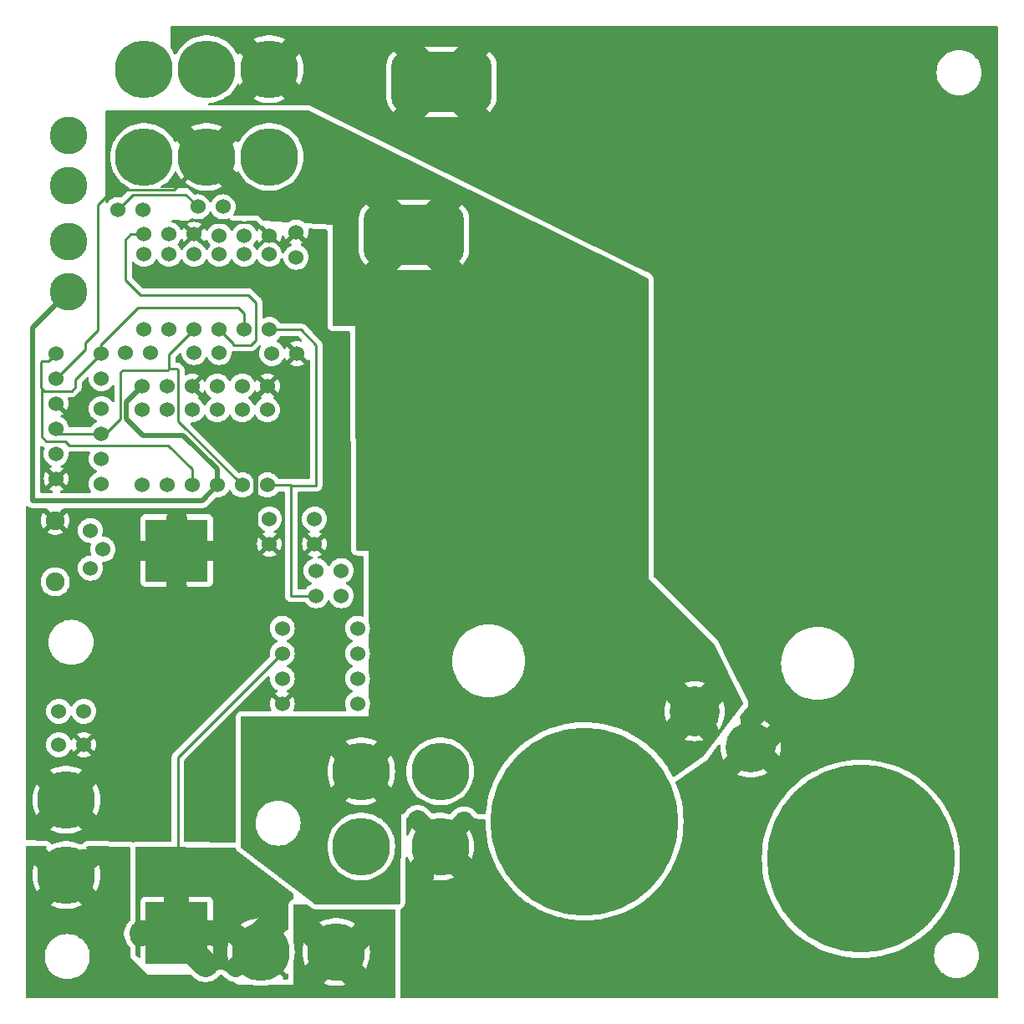
<source format=gbr>
%TF.GenerationSoftware,KiCad,Pcbnew,8.0.6*%
%TF.CreationDate,2025-01-14T13:14:06-07:00*%
%TF.ProjectId,Shutter current limit,53687574-7465-4722-9063-757272656e74,rev?*%
%TF.SameCoordinates,Original*%
%TF.FileFunction,Copper,L2,Bot*%
%TF.FilePolarity,Positive*%
%FSLAX46Y46*%
G04 Gerber Fmt 4.6, Leading zero omitted, Abs format (unit mm)*
G04 Created by KiCad (PCBNEW 8.0.6) date 2025-01-14 13:14:06*
%MOMM*%
%LPD*%
G01*
G04 APERTURE LIST*
G04 Aperture macros list*
%AMRoundRect*
0 Rectangle with rounded corners*
0 $1 Rounding radius*
0 $2 $3 $4 $5 $6 $7 $8 $9 X,Y pos of 4 corners*
0 Add a 4 corners polygon primitive as box body*
4,1,4,$2,$3,$4,$5,$6,$7,$8,$9,$2,$3,0*
0 Add four circle primitives for the rounded corners*
1,1,$1+$1,$2,$3*
1,1,$1+$1,$4,$5*
1,1,$1+$1,$6,$7*
1,1,$1+$1,$8,$9*
0 Add four rect primitives between the rounded corners*
20,1,$1+$1,$2,$3,$4,$5,0*
20,1,$1+$1,$4,$5,$6,$7,0*
20,1,$1+$1,$6,$7,$8,$9,0*
20,1,$1+$1,$8,$9,$2,$3,0*%
G04 Aperture macros list end*
%TA.AperFunction,ComponentPad*%
%ADD10C,1.524000*%
%TD*%
%TA.AperFunction,ComponentPad*%
%ADD11C,5.842000*%
%TD*%
%TA.AperFunction,ComponentPad*%
%ADD12C,1.905000*%
%TD*%
%TA.AperFunction,ComponentPad*%
%ADD13R,6.350000X6.350000*%
%TD*%
%TA.AperFunction,ComponentPad*%
%ADD14C,3.810000*%
%TD*%
%TA.AperFunction,ComponentPad*%
%ADD15C,19.050000*%
%TD*%
%TA.AperFunction,ComponentPad*%
%ADD16C,5.080000*%
%TD*%
%TA.AperFunction,SMDPad,CuDef*%
%ADD17RoundRect,1.524000X3.556000X1.524000X-3.556000X1.524000X-3.556000X-1.524000X3.556000X-1.524000X0*%
%TD*%
%TA.AperFunction,Conductor*%
%ADD18C,2.032000*%
%TD*%
%TA.AperFunction,Conductor*%
%ADD19C,0.508000*%
%TD*%
%TA.AperFunction,Conductor*%
%ADD20C,0.254000*%
%TD*%
%TA.AperFunction,Conductor*%
%ADD21C,0.200000*%
%TD*%
%TA.AperFunction,Conductor*%
%ADD22C,2.540000*%
%TD*%
G04 APERTURE END LIST*
D10*
%TO.P,D1,1,K*%
%TO.N,Net-(D1-K)*%
X77876400Y-86586200D03*
%TO.P,D1,2,A*%
%TO.N,Net-(D1-A)*%
X77876400Y-94206200D03*
%TD*%
%TO.P,R6,1*%
%TO.N,POR*%
X85184800Y-97635200D03*
%TO.P,R6,2*%
%TO.N,Earth*%
X85184800Y-100175200D03*
%TD*%
%TO.P,Q3,1,D*%
%TO.N,Net-(D3-K)*%
X75336400Y-84173200D03*
%TO.P,Q3,2,G*%
%TO.N,Net-(D1-K)*%
X77876400Y-84173200D03*
%TO.P,Q3,3,S*%
%TO.N,Earth*%
X80416400Y-84173200D03*
%TD*%
%TO.P,U1,1*%
%TO.N,Net-(R8-Pad2)*%
X81915000Y-108712000D03*
%TO.P,U1,2,-*%
%TO.N,Net-(J2-Neg)*%
X81915000Y-111252000D03*
%TO.P,U1,3,+*%
%TO.N,Net-(U1-+)*%
X81915000Y-113792000D03*
%TO.P,U1,4*%
%TO.N,Earth*%
X81915000Y-116332000D03*
%TO.P,U1,5*%
%TO.N,N/C*%
X89535000Y-116332000D03*
%TO.P,U1,6*%
X89535000Y-113792000D03*
%TO.P,U1,7*%
X89535000Y-111252000D03*
%TO.P,U1,8*%
%TO.N,+12*%
X89535000Y-108712000D03*
%TD*%
%TO.P,R4,1*%
%TO.N,+12*%
X59276800Y-117109200D03*
%TO.P,R4,2*%
%TO.N,Net-(R4-Pad2)*%
X61816800Y-117109200D03*
%TD*%
%TO.P,D8,1,K*%
%TO.N,Net-(D11-A)*%
X78072800Y-70838200D03*
%TO.P,D8,2,A*%
%TO.N,Net-(D4-K)*%
X78072800Y-78458200D03*
%TD*%
%TO.P,R12,1*%
%TO.N,+12*%
X72986500Y-80772000D03*
%TO.P,R12,2*%
%TO.N,Net-(D3-K)*%
X75526500Y-80772000D03*
%TD*%
D11*
%TO.P,J4,1,Pos*%
%TO.N,K2 NC*%
X89916000Y-123190000D03*
%TO.P,J4,2,Neg*%
%TO.N,K1 NC*%
X89916000Y-130810000D03*
%TD*%
%TO.P,K_cont1,30,Com*%
%TO.N,Net-(D14-A)*%
X80612800Y-52074400D03*
%TO.P,K_cont1,87,NO*%
%TO.N,unconnected-(K_cont2-NO-Pad87)*%
X67912800Y-52074400D03*
%TO.P,K_cont1,87A,NC*%
%TO.N,K1 NC*%
X74262800Y-52074400D03*
%TD*%
D10*
%TO.P,D3,1,K*%
%TO.N,Net-(D3-K)*%
X70256400Y-94206200D03*
%TO.P,D3,2,A*%
%TO.N,Net-(D3-A)*%
X70256400Y-86586200D03*
%TD*%
D12*
%TO.P,TP1,1*%
%TO.N,Net-(U1-+)*%
X58928000Y-103997000D03*
%TD*%
D13*
%TO.P,R7,1*%
%TO.N,Net-(J2-Neg)*%
X71221600Y-139573000D03*
%TO.P,R7,2*%
%TO.N,Earth*%
X71221600Y-100838000D03*
%TD*%
D10*
%TO.P,R9,1*%
%TO.N,Net-(R8-Pad2)*%
X85344000Y-102870000D03*
%TO.P,R9,2*%
%TO.N,Net-(D2-A)*%
X85344000Y-105410000D03*
%TD*%
%TO.P,R13,1*%
%TO.N,Net-(D11-A)*%
X83312000Y-71120000D03*
%TO.P,R13,2*%
%TO.N,Earth*%
X83312000Y-68580000D03*
%TD*%
%TO.P,D6,1,K*%
%TO.N,POR*%
X67716400Y-94206200D03*
%TO.P,D6,2,A*%
%TO.N,Net-(D3-A)*%
X67716400Y-86586200D03*
%TD*%
%TO.P,D9,1,K*%
%TO.N,Net-(D9-K)*%
X70452800Y-78458200D03*
%TO.P,D9,2,A*%
%TO.N,Net-(D10-A)*%
X70452800Y-70838200D03*
%TD*%
%TO.P,D7,1,K*%
%TO.N,Net-(D11-A)*%
X80612800Y-70838200D03*
%TO.P,D7,2,A*%
%TO.N,Net-(D2-A)*%
X80612800Y-78458200D03*
%TD*%
%TO.P,R8,1*%
%TO.N,Net-(U1-+)*%
X87884000Y-105410000D03*
%TO.P,R8,2*%
%TO.N,Net-(R8-Pad2)*%
X87884000Y-102870000D03*
%TD*%
%TO.P,RV1,1,1*%
%TO.N,Net-(R5-Pad1)*%
X62484000Y-98806000D03*
%TO.P,RV1,2,2*%
%TO.N,Net-(U1-+)*%
X63754000Y-100711000D03*
%TO.P,RV1,3,3*%
%TO.N,Net-(R4-Pad2)*%
X62484000Y-102616000D03*
%TD*%
D12*
%TO.P,TP2,1*%
%TO.N,Earth*%
X58928000Y-97790000D03*
%TD*%
D10*
%TO.P,Q2,1,D*%
%TO.N,Net-(D1-A)*%
X59022800Y-88491200D03*
%TO.P,Q2,2,G*%
%TO.N,K1 NC*%
X59022800Y-91031200D03*
%TO.P,Q2,3,S*%
%TO.N,Earth*%
X59022800Y-93571200D03*
%TD*%
%TO.P,R1,1*%
%TO.N,+12*%
X63594800Y-83411200D03*
%TO.P,R1,2*%
%TO.N,Net-(D4-K)*%
X63594800Y-80871200D03*
%TD*%
D14*
%TO.P,K_coil2,85,Coil_A*%
%TO.N,+12*%
X60292800Y-69568200D03*
%TO.P,K_coil2,86,Coil_B*%
%TO.N,Net-(D5-K)*%
X60292800Y-74648200D03*
%TD*%
D10*
%TO.P,R3,1*%
%TO.N,+12*%
X63594800Y-91539200D03*
%TO.P,R3,2*%
%TO.N,POR*%
X63594800Y-94079200D03*
%TD*%
%TO.P,D12,1,K*%
%TO.N,POR*%
X67912800Y-78458200D03*
%TO.P,D12,2,A*%
%TO.N,Net-(D10-A)*%
X67912800Y-70838200D03*
%TD*%
%TO.P,D10,1,K*%
%TO.N,Net-(D1-A)*%
X72992800Y-78458200D03*
%TO.P,D10,2,A*%
%TO.N,Net-(D10-A)*%
X72992800Y-70838200D03*
%TD*%
D15*
%TO.P,D14,1,K*%
%TO.N,K1 NC*%
X140525500Y-132054600D03*
D16*
%TO.P,D14,2,A*%
%TO.N,Net-(D14-A)*%
X129349500Y-120777000D03*
%TD*%
D10*
%TO.P,D4,1,K*%
%TO.N,Net-(D4-K)*%
X72796400Y-94206200D03*
%TO.P,D4,2,A*%
%TO.N,Net-(D3-A)*%
X72796400Y-86586200D03*
%TD*%
%TO.P,D2,1,K*%
%TO.N,Net-(D1-K)*%
X80416400Y-86586200D03*
%TO.P,D2,2,A*%
%TO.N,Net-(D2-A)*%
X80416400Y-94206200D03*
%TD*%
D14*
%TO.P,K_coil1,85,Coil_A*%
%TO.N,+12*%
X60292800Y-58773200D03*
%TO.P,K_coil1,86,Coil_B*%
%TO.N,Net-(D11-K)*%
X60292800Y-63853200D03*
%TD*%
D10*
%TO.P,C1,1*%
%TO.N,POR*%
X80612800Y-97635200D03*
%TO.P,C1,2*%
%TO.N,Earth*%
X80612800Y-100175200D03*
%TD*%
%TO.P,R11,1*%
%TO.N,+12*%
X66001500Y-80772000D03*
%TO.P,R11,2*%
%TO.N,Net-(D3-A)*%
X68541500Y-80772000D03*
%TD*%
%TO.P,R14,1*%
%TO.N,+12*%
X65278000Y-66294000D03*
%TO.P,R14,2*%
%TO.N,Net-(D10-A)*%
X67818000Y-66294000D03*
%TD*%
%TO.P,R15,1*%
%TO.N,+12*%
X73367500Y-66014600D03*
%TO.P,R15,2*%
%TO.N,Net-(D9-K)*%
X75907500Y-66014600D03*
%TD*%
%TO.P,Q4,1,D*%
%TO.N,Net-(D5-K)*%
X67716400Y-84173200D03*
%TO.P,Q4,2,G*%
%TO.N,Net-(D3-A)*%
X70256400Y-84173200D03*
%TO.P,Q4,3,S*%
%TO.N,Earth*%
X72796400Y-84173200D03*
%TD*%
%TO.P,R10,1*%
%TO.N,Net-(D1-K)*%
X80866800Y-80871200D03*
%TO.P,R10,2*%
%TO.N,Earth*%
X83406800Y-80871200D03*
%TD*%
D11*
%TO.P,J1,1,Pos*%
%TO.N,+12*%
X60038800Y-133703200D03*
%TO.P,J1,2,Neg*%
%TO.N,Earth*%
X60038800Y-126083200D03*
%TD*%
%TO.P,J2,1,Pos*%
%TO.N,+12*%
X87370000Y-141478000D03*
%TO.P,J2,2,Neg*%
%TO.N,Net-(J2-Neg)*%
X79750000Y-141478000D03*
%TD*%
D10*
%TO.P,Q5,1,D*%
%TO.N,Net-(D9-K)*%
X75532800Y-68933200D03*
%TO.P,Q5,2,G*%
%TO.N,Net-(D11-A)*%
X78072800Y-68933200D03*
%TO.P,Q5,3,S*%
%TO.N,Earth*%
X80612800Y-68933200D03*
%TD*%
%TO.P,D11,1,K*%
%TO.N,Net-(D11-K)*%
X75532800Y-78458200D03*
%TO.P,D11,2,A*%
%TO.N,Net-(D11-A)*%
X75532800Y-70838200D03*
%TD*%
%TO.P,R2,1*%
%TO.N,+12*%
X63594800Y-86459200D03*
%TO.P,R2,2*%
%TO.N,Net-(D1-A)*%
X63594800Y-88999200D03*
%TD*%
%TO.P,Q1,1,D*%
%TO.N,Net-(D4-K)*%
X59022800Y-80871200D03*
%TO.P,Q1,2,G*%
%TO.N,K2 NC*%
X59022800Y-83411200D03*
%TO.P,Q1,3,S*%
%TO.N,Earth*%
X59022800Y-85951200D03*
%TD*%
D11*
%TO.P,J3,1,Pos*%
%TO.N,Net-(D13-K)*%
X97917000Y-123190000D03*
%TO.P,J3,2,Neg*%
%TO.N,Net-(D14-A)*%
X97917000Y-130810000D03*
%TD*%
D10*
%TO.P,Q6,1,D*%
%TO.N,Net-(D11-K)*%
X67912800Y-68805334D03*
%TO.P,Q6,2,G*%
%TO.N,Net-(D10-A)*%
X70452800Y-68805334D03*
%TO.P,Q6,3,S*%
%TO.N,Earth*%
X72992800Y-68805334D03*
%TD*%
%TO.P,D5,1,K*%
%TO.N,Net-(D5-K)*%
X75336400Y-94206200D03*
%TO.P,D5,2,A*%
%TO.N,Net-(D1-K)*%
X75336400Y-86586200D03*
%TD*%
D11*
%TO.P,K_cont2,30,Com*%
%TO.N,Net-(D13-K)*%
X80612800Y-60960000D03*
%TO.P,K_cont2,87,NO*%
%TO.N,unconnected-(K_cont1-NO-Pad87)*%
X67912800Y-60960000D03*
%TO.P,K_cont2,87A,NC*%
%TO.N,K2 NC*%
X74262800Y-60960000D03*
%TD*%
D10*
%TO.P,R5,1*%
%TO.N,Net-(R5-Pad1)*%
X59276800Y-120495200D03*
%TO.P,R5,2*%
%TO.N,Earth*%
X61816800Y-120495200D03*
%TD*%
D15*
%TO.P,D13,1,K*%
%TO.N,Net-(D13-K)*%
X112522000Y-128270000D03*
D16*
%TO.P,D13,2,A*%
%TO.N,K2 NC*%
X123698000Y-117094000D03*
%TD*%
D17*
%TO.P,JP3,1*%
%TO.N,Net-(D14-A)*%
X98044000Y-53340000D03*
%TD*%
%TO.P,JP1,1*%
%TO.N,K2 NC*%
X95250000Y-68834000D03*
%TD*%
D18*
%TO.N,Earth*%
X71221600Y-100838000D02*
X67310000Y-100838000D01*
X62611000Y-123511000D02*
X62611000Y-123444000D01*
D19*
X79502000Y-99060000D02*
X79502000Y-99064400D01*
X58928000Y-97790000D02*
X59880500Y-96837500D01*
D20*
X74234134Y-67564000D02*
X79248000Y-67564000D01*
D18*
X60038800Y-126083200D02*
X60038800Y-126078800D01*
X71221600Y-100838000D02*
X74930000Y-100838000D01*
D20*
X72992800Y-68805334D02*
X74234134Y-67564000D01*
D18*
X60038800Y-126083200D02*
X62606600Y-128651000D01*
X71221600Y-100838000D02*
X71221600Y-97561400D01*
X59971800Y-126083200D02*
X57531000Y-128524000D01*
D19*
X80416400Y-84173200D02*
X82550000Y-86306800D01*
X79200400Y-91487600D02*
X79200400Y-98758400D01*
D18*
X60038800Y-126083200D02*
X62611000Y-123511000D01*
D19*
X82550000Y-86306800D02*
X82550000Y-88138000D01*
X79502000Y-99064400D02*
X80612800Y-100175200D01*
D21*
X60038800Y-126083200D02*
X59971800Y-126083200D01*
D18*
X71221600Y-97561400D02*
X71247000Y-97536000D01*
D20*
X79248000Y-67568400D02*
X80612800Y-68933200D01*
D18*
X60038800Y-126078800D02*
X57658000Y-123698000D01*
X71221600Y-104495600D02*
X71247000Y-104521000D01*
D20*
X79248000Y-67564000D02*
X79248000Y-67568400D01*
D19*
X79200400Y-98758400D02*
X79502000Y-99060000D01*
D18*
X71221600Y-100838000D02*
X71221600Y-104495600D01*
D21*
X59022800Y-93571200D02*
X59808730Y-92785270D01*
D19*
X82550000Y-88138000D02*
X79200400Y-91487600D01*
D20*
%TO.N,Net-(D1-A)*%
X77876400Y-94206200D02*
X71374000Y-87703800D01*
X70459600Y-80991400D02*
X72992800Y-78458200D01*
X70358000Y-82550000D02*
X70459600Y-82448400D01*
X63594800Y-88999200D02*
X63985000Y-88999200D01*
X65760600Y-82550000D02*
X70358000Y-82550000D01*
X58928000Y-88519000D02*
X59408200Y-88999200D01*
X70459600Y-82448400D02*
X70459600Y-80991400D01*
X71374000Y-87703800D02*
X71374000Y-82550000D01*
X71272400Y-82448400D02*
X70459600Y-82448400D01*
X59408200Y-88999200D02*
X63594800Y-88999200D01*
X65532000Y-82778600D02*
X65760600Y-82550000D01*
X58955800Y-88491200D02*
X58928000Y-88519000D01*
X65532000Y-87452200D02*
X65532000Y-82778600D01*
X63985000Y-88999200D02*
X65532000Y-87452200D01*
X71374000Y-82550000D02*
X71272400Y-82448400D01*
X59022800Y-88491200D02*
X58955800Y-88491200D01*
%TO.N,Net-(D2-A)*%
X85344000Y-94234000D02*
X85344000Y-80010000D01*
X82804000Y-94234000D02*
X85344000Y-94234000D01*
X83792200Y-78458200D02*
X80612800Y-78458200D01*
X80416400Y-94206200D02*
X82776200Y-94206200D01*
X85344000Y-80010000D02*
X83792200Y-78458200D01*
X82804000Y-105410000D02*
X85344000Y-105410000D01*
X82776200Y-94206200D02*
X82804000Y-94234000D01*
X82804000Y-94234000D02*
X82804000Y-105410000D01*
%TO.N,Net-(D4-K)*%
X78072800Y-76802800D02*
X77470000Y-76200000D01*
X60960000Y-84277200D02*
X60579000Y-84658200D01*
X60579000Y-84658200D02*
X57785000Y-84658200D01*
X57556400Y-81661000D02*
X58233000Y-81661000D01*
X58233000Y-81661000D02*
X59022800Y-80871200D01*
X67310000Y-76200000D02*
X63500000Y-80010000D01*
X57454800Y-81762600D02*
X57556400Y-81661000D01*
X70358000Y-90170000D02*
X72796400Y-92608400D01*
X78072800Y-78458200D02*
X78072800Y-76802800D01*
X63594800Y-80104800D02*
X63594800Y-80871200D01*
X60375800Y-90170000D02*
X70358000Y-90170000D01*
X57531000Y-84404200D02*
X57480200Y-84353400D01*
X57531000Y-89306400D02*
X57531000Y-84404200D01*
X59969400Y-89763600D02*
X57988200Y-89763600D01*
X77470000Y-76200000D02*
X67310000Y-76200000D01*
X59969400Y-89763600D02*
X60375800Y-90170000D01*
X57785000Y-84658200D02*
X57480200Y-84353400D01*
X63594800Y-80871200D02*
X60960000Y-83506000D01*
X72796400Y-92608400D02*
X72796400Y-94206200D01*
X57480200Y-81788000D02*
X57454800Y-81762600D01*
X57988200Y-89763600D02*
X57531000Y-89306400D01*
X60960000Y-83506000D02*
X60960000Y-84277200D01*
X57480200Y-84353400D02*
X57480200Y-81788000D01*
X63500000Y-80010000D02*
X63594800Y-80104800D01*
D19*
%TO.N,Net-(D5-K)*%
X67716400Y-84173200D02*
X66113000Y-85776600D01*
X56642000Y-95758000D02*
X73784600Y-95758000D01*
X73784600Y-95758000D02*
X75336400Y-94206200D01*
X66113000Y-87449000D02*
X67818000Y-89154000D01*
X66113000Y-85776600D02*
X66113000Y-87449000D01*
X56642000Y-78299000D02*
X56642000Y-95758000D01*
X75336400Y-92608400D02*
X75336400Y-94206200D01*
X60292800Y-74648200D02*
X56642000Y-78299000D01*
X67818000Y-89154000D02*
X71882000Y-89154000D01*
X71882000Y-89154000D02*
X75336400Y-92608400D01*
D20*
%TO.N,Net-(D11-K)*%
X76962000Y-79887400D02*
X76962000Y-80010000D01*
X75532800Y-78458200D02*
X76962000Y-79887400D01*
X79248000Y-75692000D02*
X78486000Y-74930000D01*
X78740000Y-80010000D02*
X79248000Y-79502000D01*
X76962000Y-80010000D02*
X78740000Y-80010000D01*
X67564000Y-74930000D02*
X66040000Y-73406000D01*
X66040000Y-73406000D02*
X66040000Y-69342000D01*
X66576666Y-68805334D02*
X67912800Y-68805334D01*
X78486000Y-74930000D02*
X67564000Y-74930000D01*
X79248000Y-79502000D02*
X79248000Y-75692000D01*
X66040000Y-69342000D02*
X66576666Y-68805334D01*
D18*
%TO.N,Net-(D13-K)*%
X98044000Y-123190000D02*
X98044000Y-123444000D01*
D21*
X97917000Y-123190000D02*
X98044000Y-123190000D01*
D18*
%TO.N,+12*%
X87370000Y-142000000D02*
X87390000Y-142000000D01*
X60038800Y-133703200D02*
X60038800Y-133763200D01*
D22*
X86868000Y-141478000D02*
X84836000Y-139446000D01*
D18*
X60038800Y-133703200D02*
X61662000Y-132080000D01*
D22*
X87370000Y-141478000D02*
X87370000Y-141611000D01*
D18*
X59281200Y-133703200D02*
X57404000Y-131826000D01*
X87370000Y-142000000D02*
X87370000Y-141992000D01*
D22*
X87370000Y-141478000D02*
X86868000Y-141478000D01*
X87370000Y-141478000D02*
X87370000Y-141980000D01*
X87370000Y-141478000D02*
X88265000Y-141478000D01*
D18*
X60038800Y-133703200D02*
X60043200Y-133703200D01*
D20*
X73367500Y-66014600D02*
X72122900Y-64770000D01*
D18*
X87370000Y-142000000D02*
X87136000Y-142000000D01*
X60038800Y-133703200D02*
X59281200Y-133703200D01*
X61662000Y-132080000D02*
X62484000Y-132080000D01*
X87370000Y-142000000D02*
X87362000Y-142000000D01*
D20*
X66802000Y-64770000D02*
X65278000Y-66294000D01*
D18*
X87370000Y-142000000D02*
X87370000Y-141980000D01*
D20*
X72122900Y-64770000D02*
X66802000Y-64770000D01*
D22*
X87370000Y-141611000D02*
X84836000Y-144145000D01*
X88265000Y-141478000D02*
X90678000Y-139065000D01*
D18*
X60038800Y-133763200D02*
X57658000Y-136144000D01*
D22*
X87370000Y-141980000D02*
X89662000Y-144272000D01*
D18*
X60043200Y-133703200D02*
X62484000Y-136144000D01*
%TO.N,Net-(D14-A)*%
X129349500Y-118046500D02*
X130302000Y-117094000D01*
D22*
X98044000Y-53340000D02*
X102362000Y-57658000D01*
D18*
X80612800Y-52074400D02*
X80640600Y-52074400D01*
X129349500Y-120777000D02*
X129286000Y-120777000D01*
X129349500Y-120777000D02*
X130429000Y-120777000D01*
D22*
X101854000Y-49530000D02*
X101854000Y-49403000D01*
D21*
X80612800Y-52074400D02*
X80645000Y-52042200D01*
D22*
X98044000Y-130810000D02*
X100330000Y-133096000D01*
D18*
X130429000Y-120777000D02*
X132334000Y-118872000D01*
X129349500Y-120777000D02*
X129349500Y-118046500D01*
X129921000Y-120777000D02*
X132080000Y-122936000D01*
X80640600Y-52074400D02*
X83058000Y-49657000D01*
D22*
X97917000Y-131191000D02*
X96012000Y-133096000D01*
D18*
X97917000Y-130429000D02*
X95631000Y-128143000D01*
X80612800Y-52074400D02*
X83021400Y-54483000D01*
D22*
X97917000Y-130810000D02*
X97917000Y-130683000D01*
D18*
X97917000Y-130683000D02*
X100330000Y-128270000D01*
X80612800Y-52102200D02*
X78232000Y-54483000D01*
X80612800Y-52074400D02*
X80612800Y-52037800D01*
X80612800Y-52037800D02*
X78232000Y-49657000D01*
D22*
X96012000Y-133096000D02*
X96012000Y-133858000D01*
D18*
X80612800Y-52074400D02*
X80612800Y-52102200D01*
X129286000Y-120777000D02*
X127127000Y-122936000D01*
D22*
X97917000Y-130810000D02*
X98044000Y-130810000D01*
X98044000Y-53340000D02*
X101854000Y-49530000D01*
X98044000Y-53340000D02*
X94107000Y-49403000D01*
X97917000Y-130810000D02*
X97917000Y-131191000D01*
D18*
X83021400Y-54483000D02*
X83058000Y-54483000D01*
D22*
X98044000Y-53340000D02*
X93853000Y-57531000D01*
%TO.N,Net-(J2-Neg)*%
X71221600Y-139573000D02*
X71221600Y-139801600D01*
D18*
X79750000Y-139198000D02*
X81280000Y-137668000D01*
X78740000Y-141478000D02*
X77216000Y-143002000D01*
X79750000Y-141478000D02*
X79750000Y-140468000D01*
X79750000Y-142000000D02*
X79668400Y-142000000D01*
X79750000Y-142000000D02*
X79750000Y-141992000D01*
D22*
X71221600Y-139573000D02*
X74904600Y-139573000D01*
D20*
X71341800Y-139418200D02*
X71341800Y-135991600D01*
D18*
X78867000Y-141478000D02*
X76327000Y-138938000D01*
X71272400Y-139852400D02*
X74168000Y-142748000D01*
X71272400Y-139547600D02*
X71272400Y-139852400D01*
X71374000Y-139636500D02*
X71374000Y-136023800D01*
X79750000Y-141478000D02*
X78867000Y-141478000D01*
D20*
X71341800Y-121793000D02*
X81882800Y-111252000D01*
D18*
X71374000Y-139636500D02*
X74968100Y-139636500D01*
X79750000Y-141478000D02*
X78740000Y-141478000D01*
X79750000Y-141478000D02*
X79750000Y-139706000D01*
D22*
X74904600Y-139573000D02*
X74968100Y-139636500D01*
D18*
X79668400Y-142000000D02*
X77368400Y-139700000D01*
X71374000Y-136023800D02*
X71341800Y-135991600D01*
X79750000Y-142000000D02*
X79742000Y-142000000D01*
D22*
X71221600Y-139573000D02*
X67741800Y-139573000D01*
D18*
X79750000Y-142000000D02*
X79820800Y-142000000D01*
D22*
X67741800Y-139573000D02*
X67678300Y-139636500D01*
X71221600Y-134867200D02*
X71341800Y-134747000D01*
X71221600Y-139573000D02*
X71221600Y-134867200D01*
D20*
X71341800Y-135991600D02*
X71341800Y-134747000D01*
X71341800Y-134747000D02*
X71341800Y-121793000D01*
D18*
X79750000Y-140468000D02*
X81280000Y-138938000D01*
X71374000Y-139636500D02*
X67678300Y-139636500D01*
D22*
X71221600Y-139801600D02*
X74168000Y-142748000D01*
%TO.N,K2 NC*%
X95250000Y-68834000D02*
X99441000Y-73025000D01*
X121412000Y-119380000D02*
X121285000Y-119380000D01*
X123698000Y-117094000D02*
X125730000Y-115062000D01*
D20*
X74262800Y-60960000D02*
X70960800Y-64262000D01*
X63246000Y-78486000D02*
X61976000Y-79756000D01*
D18*
X123126500Y-117157500D02*
X125095000Y-119126000D01*
X89916000Y-123190000D02*
X87376000Y-125730000D01*
D20*
X61976000Y-80458000D02*
X59022800Y-83411200D01*
D18*
X72009000Y-58706200D02*
X72009000Y-58674000D01*
D22*
X123698000Y-117094000D02*
X121412000Y-119380000D01*
D20*
X70960800Y-64262000D02*
X64770000Y-64262000D01*
D18*
X89916000Y-123190000D02*
X87503000Y-120777000D01*
X89916000Y-123190000D02*
X92456000Y-125730000D01*
X74262800Y-60960000D02*
X72009000Y-58706200D01*
D22*
X123698000Y-117094000D02*
X121285000Y-114681000D01*
X95250000Y-68834000D02*
X99060000Y-65024000D01*
X95250000Y-68834000D02*
X91313000Y-64897000D01*
D20*
X63246000Y-65786000D02*
X63246000Y-78486000D01*
D18*
X74262800Y-60960000D02*
X76675800Y-63373000D01*
X89916000Y-123190000D02*
X92456000Y-120650000D01*
X74262800Y-60960000D02*
X74262800Y-60865200D01*
D22*
X74262800Y-60960000D02*
X74262800Y-59487200D01*
D20*
X61976000Y-79756000D02*
X61976000Y-80458000D01*
D18*
X74262800Y-60865200D02*
X76581000Y-58547000D01*
X76675800Y-63373000D02*
X76708000Y-63373000D01*
D22*
X95250000Y-68834000D02*
X91186000Y-72898000D01*
D20*
X64770000Y-64262000D02*
X63246000Y-65786000D01*
%TD*%
%TA.AperFunction,Conductor*%
%TO.N,Net-(J2-Neg)*%
G36*
X82339400Y-143713846D02*
G01*
X82350733Y-143713385D01*
X82384394Y-143691282D01*
X82454260Y-143690593D01*
X82513408Y-143727786D01*
X82543058Y-143791053D01*
X82544500Y-143809909D01*
X82544500Y-144142500D01*
X82524815Y-144209539D01*
X82472011Y-144255294D01*
X82420500Y-144266500D01*
X82091989Y-144266500D01*
X82024950Y-144246815D01*
X81979195Y-144194011D01*
X81969251Y-144124853D01*
X81988149Y-144083470D01*
X81988333Y-144069887D01*
X80590827Y-142672380D01*
X80701452Y-142592007D01*
X80864007Y-142429452D01*
X80944380Y-142318827D01*
X82339400Y-143713846D01*
G37*
%TD.AperFunction*%
%TA.AperFunction,Conductor*%
G36*
X77111364Y-130930038D02*
G01*
X77178171Y-130950482D01*
X77223323Y-131003803D01*
X77229751Y-131022030D01*
X77248715Y-131093030D01*
X77317603Y-131221930D01*
X77358970Y-131278239D01*
X77358993Y-131278265D01*
X77359303Y-131278578D01*
X77461388Y-131382515D01*
X83009202Y-135613899D01*
X83050567Y-135670203D01*
X83058000Y-135712491D01*
X83058000Y-136059821D01*
X83038315Y-136126860D01*
X82985511Y-136172615D01*
X82973159Y-136177475D01*
X82917179Y-136196106D01*
X82917173Y-136196109D01*
X82794218Y-136275128D01*
X82794211Y-136275134D01*
X82741418Y-136320879D01*
X82741415Y-136320882D01*
X82645705Y-136431335D01*
X82645701Y-136431341D01*
X82584987Y-136564283D01*
X82565300Y-136631328D01*
X82544500Y-136776001D01*
X82544500Y-139146089D01*
X82524815Y-139213128D01*
X82472011Y-139258883D01*
X82402853Y-139268827D01*
X82344935Y-139242376D01*
X82339400Y-139242151D01*
X80944379Y-140637171D01*
X80864007Y-140526548D01*
X80701452Y-140363993D01*
X80590826Y-140283619D01*
X81988333Y-138886112D01*
X81988333Y-138886110D01*
X81967962Y-138866814D01*
X81967961Y-138866813D01*
X81672636Y-138642314D01*
X81672620Y-138642303D01*
X81354783Y-138451068D01*
X81354770Y-138451061D01*
X81018113Y-138295307D01*
X80666558Y-138176853D01*
X80304267Y-138097107D01*
X79935482Y-138057000D01*
X79564517Y-138057000D01*
X79195732Y-138097107D01*
X78833441Y-138176853D01*
X78481886Y-138295307D01*
X78145229Y-138451061D01*
X78145216Y-138451068D01*
X77827379Y-138642303D01*
X77827363Y-138642314D01*
X77532032Y-138866818D01*
X77511665Y-138886109D01*
X77511665Y-138886111D01*
X78909173Y-140283619D01*
X78798548Y-140363993D01*
X78635993Y-140526548D01*
X78555619Y-140637172D01*
X77160598Y-139242151D01*
X77022564Y-139404659D01*
X76814391Y-139711690D01*
X76814388Y-139711694D01*
X76640628Y-140039440D01*
X76640619Y-140039458D01*
X76503315Y-140384068D01*
X76503313Y-140384075D01*
X76404077Y-140741492D01*
X76404071Y-140741518D01*
X76344060Y-141107567D01*
X76344058Y-141107584D01*
X76323975Y-141477997D01*
X76323975Y-141478002D01*
X76344058Y-141848415D01*
X76344060Y-141848432D01*
X76404071Y-142214481D01*
X76404077Y-142214507D01*
X76503313Y-142571924D01*
X76503315Y-142571931D01*
X76640619Y-142916541D01*
X76640628Y-142916559D01*
X76814388Y-143244305D01*
X76814391Y-143244309D01*
X77022564Y-143551340D01*
X77022571Y-143551350D01*
X77247819Y-143816532D01*
X77276217Y-143880371D01*
X77265593Y-143949428D01*
X77219320Y-144001779D01*
X77152090Y-144020802D01*
X77122924Y-144017027D01*
X77071044Y-144003913D01*
X77057579Y-144000510D01*
X77057578Y-144000509D01*
X77057572Y-144000508D01*
X76988890Y-143989630D01*
X76969971Y-143985088D01*
X76858262Y-143948792D01*
X76858262Y-143948791D01*
X76858255Y-143948790D01*
X76837185Y-143941943D01*
X76819213Y-143934499D01*
X76811015Y-143930322D01*
X76754982Y-143901771D01*
X76754975Y-143901768D01*
X76753150Y-143900838D01*
X76753147Y-143900836D01*
X76694813Y-143871113D01*
X76678223Y-143860947D01*
X76565262Y-143778876D01*
X76550474Y-143766245D01*
X76425622Y-143641393D01*
X76421245Y-143636786D01*
X76420240Y-143635672D01*
X76380835Y-143592005D01*
X76342038Y-143557227D01*
X76342035Y-143557224D01*
X76254050Y-143493746D01*
X76254043Y-143493741D01*
X75997772Y-143347302D01*
X75997757Y-143347294D01*
X75929924Y-143314871D01*
X75929919Y-143314869D01*
X75896215Y-143301696D01*
X75824384Y-143279526D01*
X75678738Y-143267366D01*
X75678735Y-143267366D01*
X75678733Y-143267366D01*
X75643860Y-143269443D01*
X75608982Y-143271521D01*
X75465811Y-143300887D01*
X75336712Y-143369399D01*
X75336705Y-143369403D01*
X75280297Y-143410591D01*
X75280284Y-143410601D01*
X75280271Y-143410612D01*
X75175708Y-143512717D01*
X75175705Y-143512720D01*
X75126060Y-143577419D01*
X75115366Y-143589613D01*
X75009616Y-143695363D01*
X74997423Y-143706056D01*
X74955307Y-143738374D01*
X74890139Y-143763570D01*
X74879819Y-143764000D01*
X73456179Y-143764000D01*
X73389140Y-143744315D01*
X73380693Y-143738376D01*
X73338584Y-143706065D01*
X73326389Y-143695370D01*
X73090701Y-143459681D01*
X73057216Y-143398358D01*
X73062200Y-143328666D01*
X73104072Y-143272733D01*
X73169536Y-143248316D01*
X73178382Y-143248000D01*
X74444428Y-143248000D01*
X74444444Y-143247999D01*
X74503972Y-143241598D01*
X74503979Y-143241596D01*
X74638686Y-143191354D01*
X74638693Y-143191350D01*
X74753787Y-143105190D01*
X74753790Y-143105187D01*
X74839950Y-142990093D01*
X74839954Y-142990086D01*
X74890196Y-142855379D01*
X74890198Y-142855372D01*
X74896599Y-142795844D01*
X74896600Y-142795827D01*
X74896600Y-139823000D01*
X72274960Y-139823000D01*
X72301100Y-139657958D01*
X72301100Y-139488042D01*
X72274960Y-139323000D01*
X74896600Y-139323000D01*
X74896600Y-136350172D01*
X74896599Y-136350155D01*
X74890198Y-136290627D01*
X74890196Y-136290620D01*
X74839954Y-136155913D01*
X74839950Y-136155906D01*
X74753790Y-136040812D01*
X74753787Y-136040809D01*
X74638693Y-135954649D01*
X74638686Y-135954645D01*
X74503979Y-135904403D01*
X74503972Y-135904401D01*
X74444444Y-135898000D01*
X71471600Y-135898000D01*
X71471600Y-138519640D01*
X71306558Y-138493500D01*
X71136642Y-138493500D01*
X70971600Y-138519640D01*
X70971600Y-135898000D01*
X67998755Y-135898000D01*
X67939227Y-135904401D01*
X67939220Y-135904403D01*
X67804513Y-135954645D01*
X67804506Y-135954649D01*
X67689412Y-136040809D01*
X67689409Y-136040812D01*
X67603249Y-136155906D01*
X67603245Y-136155913D01*
X67553003Y-136290620D01*
X67553001Y-136290627D01*
X67546600Y-136350155D01*
X67546600Y-139323000D01*
X70168240Y-139323000D01*
X70142100Y-139488042D01*
X70142100Y-139657958D01*
X70168240Y-139823000D01*
X67546600Y-139823000D01*
X67546600Y-141959040D01*
X67526915Y-142026079D01*
X67474111Y-142071834D01*
X67404953Y-142081778D01*
X67341397Y-142052753D01*
X67334919Y-142046721D01*
X67097819Y-141809621D01*
X67064334Y-141748298D01*
X67061500Y-141721940D01*
X67061500Y-141072055D01*
X67061500Y-141072043D01*
X67056486Y-141000459D01*
X67053670Y-140980459D01*
X67051670Y-140966245D01*
X67051668Y-140966236D01*
X67051666Y-140966221D01*
X67036717Y-140896019D01*
X66976780Y-140762717D01*
X66939350Y-140703719D01*
X66896043Y-140653146D01*
X66887937Y-140635119D01*
X66730938Y-140478120D01*
X66720244Y-140465926D01*
X66629176Y-140347245D01*
X66620171Y-140333769D01*
X66564612Y-140237538D01*
X66548000Y-140175539D01*
X66548000Y-139097459D01*
X66564613Y-139035459D01*
X66620170Y-138939232D01*
X66629174Y-138925755D01*
X66720238Y-138807076D01*
X66730911Y-138794906D01*
X66766588Y-138759232D01*
X66766590Y-138759229D01*
X66874780Y-138651039D01*
X66911517Y-138610141D01*
X66928151Y-138589499D01*
X66960297Y-138544920D01*
X67021014Y-138411972D01*
X67040699Y-138344933D01*
X67040700Y-138344929D01*
X67061500Y-138200259D01*
X67061500Y-130941251D01*
X67081185Y-130874212D01*
X67133989Y-130828457D01*
X67186903Y-130817260D01*
X77111364Y-130930038D01*
G37*
%TD.AperFunction*%
%TD*%
%TA.AperFunction,Conductor*%
%TO.N,Net-(D14-A)*%
G36*
X154365339Y-47713385D02*
G01*
X154411094Y-47766189D01*
X154422300Y-47817700D01*
X154422300Y-146068700D01*
X154402615Y-146135739D01*
X154349811Y-146181494D01*
X154298300Y-146192700D01*
X93983986Y-146192700D01*
X93916947Y-146173015D01*
X93871192Y-146120211D01*
X93859988Y-146067930D01*
X93863709Y-145468697D01*
X93875368Y-143591806D01*
X93914922Y-137223556D01*
X93935022Y-137156645D01*
X93981495Y-137116403D01*
X93980968Y-137115558D01*
X93986332Y-137112214D01*
X93986785Y-137111823D01*
X93987442Y-137111517D01*
X93987459Y-137111512D01*
X94090824Y-137047094D01*
X94111498Y-137034210D01*
X94123785Y-137023857D01*
X94164933Y-136989192D01*
X94262170Y-136880075D01*
X94324727Y-136747981D01*
X94325418Y-136745746D01*
X94345341Y-136681221D01*
X94345352Y-136681146D01*
X94368148Y-136536853D01*
X94431855Y-131949914D01*
X94452469Y-131883155D01*
X94505903Y-131838138D01*
X94575193Y-131829156D01*
X94638339Y-131859061D01*
X94671036Y-131905740D01*
X94807619Y-132248541D01*
X94807628Y-132248559D01*
X94981388Y-132576305D01*
X94981391Y-132576309D01*
X95189564Y-132883340D01*
X95189571Y-132883350D01*
X95327597Y-133045846D01*
X95327598Y-133045847D01*
X96722619Y-131650826D01*
X96802993Y-131761452D01*
X96965548Y-131924007D01*
X97076172Y-132004379D01*
X95678664Y-133401887D01*
X95699037Y-133421185D01*
X95699038Y-133421186D01*
X95994363Y-133645685D01*
X95994379Y-133645696D01*
X96312216Y-133836931D01*
X96312229Y-133836938D01*
X96648886Y-133992692D01*
X97000441Y-134111146D01*
X97362732Y-134190892D01*
X97731517Y-134230999D01*
X97731525Y-134231000D01*
X98102475Y-134231000D01*
X98102482Y-134230999D01*
X98471267Y-134190892D01*
X98833558Y-134111146D01*
X99185113Y-133992692D01*
X99521770Y-133836938D01*
X99521783Y-133836931D01*
X99839620Y-133645696D01*
X99839627Y-133645691D01*
X100134971Y-133421177D01*
X100134972Y-133421176D01*
X100155333Y-133401889D01*
X100155333Y-133401887D01*
X98757827Y-132004380D01*
X98868452Y-131924007D01*
X99031007Y-131761452D01*
X99111380Y-131650827D01*
X100506400Y-133045846D01*
X100506401Y-133045846D01*
X100644428Y-132883350D01*
X100644435Y-132883340D01*
X100852608Y-132576309D01*
X100852611Y-132576305D01*
X101026371Y-132248559D01*
X101026380Y-132248541D01*
X101163684Y-131903931D01*
X101163686Y-131903924D01*
X101262922Y-131546507D01*
X101262928Y-131546481D01*
X101322939Y-131180432D01*
X101322941Y-131180415D01*
X101343025Y-130810002D01*
X101343025Y-130809997D01*
X101322941Y-130439584D01*
X101322939Y-130439567D01*
X101262928Y-130073518D01*
X101262922Y-130073492D01*
X101163686Y-129716075D01*
X101163684Y-129716068D01*
X101026380Y-129371458D01*
X101026371Y-129371440D01*
X100852611Y-129043694D01*
X100852608Y-129043690D01*
X100644435Y-128736659D01*
X100644428Y-128736649D01*
X100506401Y-128574152D01*
X100506400Y-128574151D01*
X99111379Y-129969171D01*
X99031007Y-129858548D01*
X98868452Y-129695993D01*
X98757826Y-129615619D01*
X100155333Y-128218112D01*
X100155333Y-128218110D01*
X100134962Y-128198814D01*
X100134961Y-128198813D01*
X99839636Y-127974314D01*
X99839628Y-127974308D01*
X99573641Y-127814269D01*
X99526346Y-127762840D01*
X99514364Y-127694005D01*
X99541499Y-127629620D01*
X99549876Y-127620352D01*
X99664478Y-127505749D01*
X99679260Y-127493124D01*
X99769892Y-127427277D01*
X99769894Y-127427276D01*
X99792229Y-127411046D01*
X99808807Y-127400886D01*
X99933217Y-127337496D01*
X99951189Y-127330053D01*
X100083981Y-127286907D01*
X100102885Y-127282369D01*
X100204250Y-127266314D01*
X100240789Y-127260528D01*
X100260186Y-127259001D01*
X100399813Y-127259001D01*
X100419211Y-127260528D01*
X100557109Y-127282368D01*
X100576021Y-127286909D01*
X100708816Y-127330056D01*
X100726782Y-127337497D01*
X100794208Y-127371853D01*
X100851184Y-127400884D01*
X100867763Y-127411043D01*
X100980736Y-127493123D01*
X100995524Y-127505754D01*
X101094247Y-127604477D01*
X101106884Y-127619273D01*
X101208194Y-127758714D01*
X101271047Y-127830212D01*
X101271061Y-127830226D01*
X101304319Y-127861635D01*
X101304324Y-127861640D01*
X101352135Y-127899055D01*
X101379280Y-127920297D01*
X101512228Y-127981014D01*
X101579267Y-128000699D01*
X101579271Y-128000700D01*
X101723941Y-128021500D01*
X101723944Y-128021500D01*
X102363398Y-128021500D01*
X102430437Y-128041185D01*
X102476192Y-128093989D01*
X102487337Y-128149395D01*
X102483547Y-128269999D01*
X102503355Y-128900305D01*
X102503356Y-128900318D01*
X102562704Y-129528165D01*
X102661353Y-130151005D01*
X102661354Y-130151012D01*
X102798924Y-130766469D01*
X102974861Y-131372045D01*
X102993667Y-131424280D01*
X103188482Y-131965401D01*
X103438936Y-132544165D01*
X103725237Y-133106062D01*
X103725243Y-133106072D01*
X103725244Y-133106074D01*
X103725246Y-133106078D01*
X104046256Y-133648876D01*
X104400719Y-134170452D01*
X104400728Y-134170465D01*
X104787229Y-134668739D01*
X104787239Y-134668751D01*
X105204290Y-135141802D01*
X105650197Y-135587709D01*
X105650205Y-135587716D01*
X105650206Y-135587717D01*
X105999896Y-135896011D01*
X106123248Y-136004760D01*
X106123260Y-136004770D01*
X106621534Y-136391271D01*
X106621540Y-136391275D01*
X106621545Y-136391279D01*
X106835751Y-136536853D01*
X107143123Y-136745743D01*
X107662351Y-137052814D01*
X107685938Y-137066763D01*
X108247835Y-137353064D01*
X108826599Y-137603518D01*
X109419947Y-137817136D01*
X109469894Y-137831647D01*
X110025530Y-137993075D01*
X110025534Y-137993076D01*
X110025538Y-137993077D01*
X110640981Y-138130644D01*
X110640986Y-138130644D01*
X110640987Y-138130645D01*
X110640994Y-138130646D01*
X111263834Y-138229295D01*
X111263837Y-138229295D01*
X111263848Y-138229297D01*
X111891680Y-138288644D01*
X112522000Y-138308453D01*
X113152320Y-138288644D01*
X113780152Y-138229297D01*
X113783682Y-138228738D01*
X114163047Y-138168652D01*
X114403019Y-138130644D01*
X115018462Y-137993077D01*
X115624053Y-137817136D01*
X116217401Y-137603518D01*
X116796165Y-137353064D01*
X117358062Y-137066763D01*
X117900872Y-136745746D01*
X118422455Y-136391279D01*
X118920751Y-136004761D01*
X119393794Y-135587717D01*
X119839717Y-135141794D01*
X120256761Y-134668751D01*
X120643279Y-134170455D01*
X120997746Y-133648872D01*
X121318763Y-133106062D01*
X121605064Y-132544165D01*
X121816918Y-132054600D01*
X130487047Y-132054600D01*
X130506855Y-132684905D01*
X130506856Y-132684918D01*
X130566204Y-133312765D01*
X130664853Y-133935605D01*
X130664854Y-133935612D01*
X130802424Y-134551069D01*
X130978361Y-135156645D01*
X130978364Y-135156653D01*
X131191982Y-135750001D01*
X131442436Y-136328765D01*
X131728737Y-136890662D01*
X131728743Y-136890672D01*
X131728744Y-136890674D01*
X131728746Y-136890678D01*
X132049756Y-137433476D01*
X132404219Y-137955052D01*
X132404228Y-137955065D01*
X132790729Y-138453339D01*
X132790739Y-138453351D01*
X133207790Y-138926402D01*
X133653697Y-139372309D01*
X133653705Y-139372316D01*
X133653706Y-139372317D01*
X134049924Y-139721631D01*
X134126748Y-139789360D01*
X134126760Y-139789370D01*
X134625034Y-140175871D01*
X134625040Y-140175875D01*
X134625045Y-140175879D01*
X134711006Y-140234298D01*
X135146623Y-140530343D01*
X135146627Y-140530345D01*
X135146628Y-140530346D01*
X135689438Y-140851363D01*
X136251335Y-141137664D01*
X136830099Y-141388118D01*
X137423447Y-141601736D01*
X137423454Y-141601738D01*
X138029030Y-141777675D01*
X138029034Y-141777676D01*
X138029038Y-141777677D01*
X138644481Y-141915244D01*
X138644486Y-141915244D01*
X138644487Y-141915245D01*
X138644494Y-141915246D01*
X139267334Y-142013895D01*
X139267337Y-142013895D01*
X139267348Y-142013897D01*
X139895180Y-142073244D01*
X140525500Y-142093053D01*
X141155820Y-142073244D01*
X141783652Y-142013897D01*
X142406519Y-141915244D01*
X142782548Y-141831192D01*
X147925411Y-141831192D01*
X147925411Y-141831207D01*
X147944944Y-142129225D01*
X147944945Y-142129235D01*
X147944946Y-142129242D01*
X147944948Y-142129252D01*
X148003214Y-142422177D01*
X148003219Y-142422197D01*
X148099220Y-142705007D01*
X148099224Y-142705017D01*
X148231323Y-142972887D01*
X148231330Y-142972900D01*
X148397267Y-143221240D01*
X148594199Y-143445800D01*
X148769558Y-143599584D01*
X148818761Y-143642734D01*
X149067105Y-143808673D01*
X149197102Y-143872780D01*
X149334982Y-143940775D01*
X149334992Y-143940779D01*
X149617802Y-144036780D01*
X149617806Y-144036781D01*
X149617815Y-144036784D01*
X149910758Y-144095054D01*
X149939377Y-144096929D01*
X150208793Y-144114589D01*
X150208800Y-144114589D01*
X150208807Y-144114589D01*
X150447407Y-144098949D01*
X150506842Y-144095054D01*
X150799785Y-144036784D01*
X150824392Y-144028431D01*
X151082607Y-143940779D01*
X151082617Y-143940775D01*
X151350495Y-143808673D01*
X151598839Y-143642734D01*
X151823400Y-143445800D01*
X152020334Y-143221239D01*
X152186273Y-142972895D01*
X152318376Y-142705015D01*
X152414384Y-142422185D01*
X152472654Y-142129242D01*
X152480545Y-142008855D01*
X152492189Y-141831207D01*
X152492189Y-141831192D01*
X152472655Y-141533174D01*
X152472654Y-141533158D01*
X152414384Y-141240215D01*
X152318376Y-140957385D01*
X152186273Y-140689506D01*
X152020334Y-140441161D01*
X151950296Y-140361298D01*
X151823400Y-140216599D01*
X151598840Y-140019667D01*
X151350500Y-139853730D01*
X151350497Y-139853728D01*
X151350495Y-139853727D01*
X151349625Y-139853298D01*
X151082617Y-139721624D01*
X151082607Y-139721620D01*
X150799797Y-139625619D01*
X150799777Y-139625614D01*
X150506852Y-139567348D01*
X150506842Y-139567346D01*
X150506835Y-139567345D01*
X150506825Y-139567344D01*
X150208807Y-139547811D01*
X150208793Y-139547811D01*
X149910774Y-139567344D01*
X149910762Y-139567345D01*
X149910758Y-139567346D01*
X149910750Y-139567347D01*
X149910747Y-139567348D01*
X149617822Y-139625614D01*
X149617807Y-139625618D01*
X149334989Y-139721622D01*
X149334968Y-139721631D01*
X149067113Y-139853723D01*
X149067100Y-139853730D01*
X148818759Y-140019667D01*
X148594199Y-140216599D01*
X148397267Y-140441159D01*
X148231330Y-140689500D01*
X148231323Y-140689513D01*
X148099231Y-140957368D01*
X148099222Y-140957389D01*
X148003218Y-141240207D01*
X148003214Y-141240222D01*
X147944948Y-141533147D01*
X147944944Y-141533174D01*
X147925411Y-141831192D01*
X142782548Y-141831192D01*
X143021962Y-141777677D01*
X143627553Y-141601736D01*
X144220901Y-141388118D01*
X144799665Y-141137664D01*
X145361562Y-140851363D01*
X145904372Y-140530346D01*
X146425955Y-140175879D01*
X146924251Y-139789361D01*
X147397294Y-139372317D01*
X147843217Y-138926394D01*
X148260261Y-138453351D01*
X148646779Y-137955055D01*
X149001246Y-137433472D01*
X149322263Y-136890662D01*
X149608564Y-136328765D01*
X149859018Y-135750001D01*
X150072636Y-135156653D01*
X150248577Y-134551062D01*
X150386144Y-133935619D01*
X150484797Y-133312752D01*
X150544144Y-132684920D01*
X150563953Y-132054600D01*
X150544144Y-131424280D01*
X150484797Y-130796448D01*
X150432775Y-130467999D01*
X150386146Y-130173594D01*
X150386145Y-130173587D01*
X150381100Y-130151019D01*
X150248577Y-129558138D01*
X150247600Y-129554776D01*
X150072638Y-128952554D01*
X150072636Y-128952547D01*
X149859018Y-128359199D01*
X149608564Y-127780435D01*
X149322263Y-127218538D01*
X149287590Y-127159910D01*
X149001243Y-126675723D01*
X148646780Y-126154147D01*
X148646771Y-126154134D01*
X148260270Y-125655860D01*
X148260260Y-125655848D01*
X147843209Y-125182797D01*
X147397302Y-124736890D01*
X146924251Y-124319839D01*
X146924239Y-124319829D01*
X146425965Y-123933328D01*
X146425952Y-123933319D01*
X145904376Y-123578856D01*
X145361578Y-123257846D01*
X145361574Y-123257844D01*
X145361572Y-123257843D01*
X145361562Y-123257837D01*
X144799665Y-122971536D01*
X144799664Y-122971535D01*
X144799661Y-122971534D01*
X144613471Y-122890962D01*
X144220901Y-122721082D01*
X143627553Y-122507464D01*
X143627554Y-122507464D01*
X143627545Y-122507461D01*
X143021969Y-122331524D01*
X142406512Y-122193954D01*
X142406505Y-122193953D01*
X141783665Y-122095304D01*
X141370330Y-122056233D01*
X141155820Y-122035956D01*
X141155816Y-122035955D01*
X141155805Y-122035955D01*
X140525500Y-122016147D01*
X139895194Y-122035955D01*
X139895181Y-122035955D01*
X139895180Y-122035956D01*
X139753166Y-122049380D01*
X139267334Y-122095304D01*
X138644494Y-122193953D01*
X138644487Y-122193954D01*
X138029030Y-122331524D01*
X137423454Y-122507461D01*
X137048724Y-122642372D01*
X136830099Y-122721082D01*
X136737002Y-122761368D01*
X136251338Y-122971534D01*
X136005414Y-123096839D01*
X135689438Y-123257837D01*
X135689433Y-123257839D01*
X135689425Y-123257844D01*
X135689421Y-123257846D01*
X135146623Y-123578856D01*
X134625047Y-123933319D01*
X134625034Y-123933328D01*
X134126760Y-124319829D01*
X134126748Y-124319839D01*
X133653697Y-124736890D01*
X133207790Y-125182797D01*
X132790739Y-125655848D01*
X132790729Y-125655860D01*
X132404228Y-126154134D01*
X132404219Y-126154147D01*
X132049756Y-126675723D01*
X131728746Y-127218521D01*
X131728744Y-127218525D01*
X131728739Y-127218533D01*
X131728737Y-127218538D01*
X131666429Y-127340824D01*
X131442434Y-127780438D01*
X131191983Y-128359197D01*
X130978361Y-128952554D01*
X130802424Y-129558130D01*
X130664854Y-130173587D01*
X130664853Y-130173594D01*
X130566204Y-130796434D01*
X130506856Y-131424281D01*
X130506855Y-131424294D01*
X130487047Y-132054600D01*
X121816918Y-132054600D01*
X121855518Y-131965401D01*
X122069136Y-131372053D01*
X122245077Y-130766462D01*
X122382644Y-130151019D01*
X122481297Y-129528152D01*
X122540644Y-128900320D01*
X122560453Y-128270000D01*
X122540644Y-127639680D01*
X122481297Y-127011848D01*
X122382644Y-126388981D01*
X122245077Y-125773538D01*
X122210888Y-125655860D01*
X122069138Y-125167954D01*
X122069136Y-125167947D01*
X121855518Y-124574599D01*
X121753515Y-124338886D01*
X121744956Y-124269546D01*
X121775246Y-124206583D01*
X121812325Y-124178503D01*
X121906941Y-124131686D01*
X121906941Y-124131685D01*
X121906945Y-124131684D01*
X124861556Y-122100390D01*
X124924779Y-122049091D01*
X124953163Y-122022059D01*
X125007482Y-121961415D01*
X126091012Y-120539281D01*
X126147297Y-120497887D01*
X126217028Y-120493494D01*
X126278065Y-120527497D01*
X126311029Y-120589102D01*
X126313449Y-120621385D01*
X126304710Y-120776999D01*
X126323854Y-121117903D01*
X126323856Y-121117915D01*
X126381048Y-121454526D01*
X126381050Y-121454535D01*
X126475571Y-121782624D01*
X126606238Y-122098083D01*
X126771403Y-122396926D01*
X126968988Y-122675397D01*
X127029659Y-122743286D01*
X128382424Y-121390521D01*
X128477669Y-121521614D01*
X128604886Y-121648831D01*
X128735977Y-121744074D01*
X127383212Y-123096839D01*
X127451105Y-123157513D01*
X127451110Y-123157517D01*
X127729573Y-123355096D01*
X128028416Y-123520261D01*
X128343875Y-123650928D01*
X128671964Y-123745449D01*
X128671973Y-123745451D01*
X129008584Y-123802643D01*
X129008596Y-123802645D01*
X129349500Y-123821789D01*
X129690403Y-123802645D01*
X129690415Y-123802643D01*
X130027026Y-123745451D01*
X130027035Y-123745449D01*
X130355124Y-123650928D01*
X130670583Y-123520261D01*
X130969426Y-123355096D01*
X131247896Y-123157512D01*
X131247907Y-123157503D01*
X131315787Y-123096840D01*
X131315787Y-123096839D01*
X129963022Y-121744074D01*
X130094114Y-121648831D01*
X130221331Y-121521614D01*
X130316574Y-121390522D01*
X131669339Y-122743287D01*
X131669340Y-122743287D01*
X131730003Y-122675407D01*
X131730012Y-122675396D01*
X131927596Y-122396926D01*
X132092761Y-122098083D01*
X132223428Y-121782624D01*
X132317949Y-121454535D01*
X132317951Y-121454526D01*
X132375143Y-121117915D01*
X132375145Y-121117903D01*
X132394289Y-120777000D01*
X132375145Y-120436096D01*
X132375143Y-120436084D01*
X132317951Y-120099473D01*
X132317949Y-120099464D01*
X132223428Y-119771375D01*
X132092761Y-119455916D01*
X131927596Y-119157073D01*
X131730017Y-118878610D01*
X131730013Y-118878605D01*
X131669339Y-118810712D01*
X130316574Y-120163477D01*
X130221331Y-120032386D01*
X130094114Y-119905169D01*
X129963021Y-119809924D01*
X131315786Y-118457159D01*
X131247897Y-118396488D01*
X130969426Y-118198903D01*
X130670583Y-118033738D01*
X130355124Y-117903071D01*
X130027035Y-117808550D01*
X130027026Y-117808548D01*
X129690415Y-117751356D01*
X129690403Y-117751354D01*
X129349500Y-117732210D01*
X129008596Y-117751354D01*
X129008584Y-117751356D01*
X128671973Y-117808548D01*
X128671964Y-117808550D01*
X128390869Y-117889532D01*
X128321000Y-117889175D01*
X128262416Y-117851101D01*
X128233716Y-117787398D01*
X128244012Y-117718292D01*
X128257909Y-117695229D01*
X128344690Y-117581330D01*
X129012615Y-116704678D01*
X129081160Y-116583617D01*
X129105810Y-116521779D01*
X129139344Y-116386755D01*
X129134193Y-116240688D01*
X129121818Y-116171923D01*
X129075724Y-116033228D01*
X129046100Y-115973979D01*
X127193110Y-112267999D01*
X132438021Y-112267999D01*
X132438021Y-112268000D01*
X132458323Y-112655381D01*
X132519005Y-113038510D01*
X132519005Y-113038512D01*
X132619407Y-113413217D01*
X132758421Y-113775360D01*
X132934530Y-114120994D01*
X133145787Y-114446301D01*
X133145796Y-114446314D01*
X133145800Y-114446320D01*
X133389921Y-114747784D01*
X133664216Y-115022079D01*
X133965680Y-115266200D01*
X134291010Y-115477472D01*
X134636643Y-115653580D01*
X134998790Y-115792595D01*
X135373484Y-115892994D01*
X135756620Y-115953677D01*
X136122574Y-115972856D01*
X136143999Y-115973979D01*
X136144000Y-115973979D01*
X136144001Y-115973979D01*
X136164303Y-115972914D01*
X136531380Y-115953677D01*
X136914516Y-115892994D01*
X137289210Y-115792595D01*
X137651357Y-115653580D01*
X137996990Y-115477472D01*
X138322320Y-115266200D01*
X138623784Y-115022079D01*
X138898079Y-114747784D01*
X139142200Y-114446320D01*
X139353472Y-114120990D01*
X139529580Y-113775357D01*
X139668595Y-113413210D01*
X139768994Y-113038516D01*
X139829677Y-112655380D01*
X139849979Y-112268000D01*
X139829677Y-111880620D01*
X139768994Y-111497484D01*
X139668595Y-111122790D01*
X139529580Y-110760643D01*
X139353472Y-110415011D01*
X139244427Y-110247096D01*
X139142201Y-110089681D01*
X138898082Y-109788220D01*
X138898079Y-109788216D01*
X138623784Y-109513921D01*
X138322320Y-109269800D01*
X138322314Y-109269796D01*
X138322301Y-109269787D01*
X137996994Y-109058530D01*
X137651360Y-108882421D01*
X137289217Y-108743407D01*
X137289210Y-108743405D01*
X136914516Y-108643006D01*
X136914512Y-108643005D01*
X136914511Y-108643005D01*
X136531381Y-108582323D01*
X136144001Y-108562021D01*
X136143999Y-108562021D01*
X135756618Y-108582323D01*
X135373489Y-108643005D01*
X135373487Y-108643005D01*
X134998782Y-108743407D01*
X134636639Y-108882421D01*
X134291006Y-109058530D01*
X133965681Y-109269798D01*
X133664220Y-109513917D01*
X133664212Y-109513924D01*
X133389924Y-109788212D01*
X133389917Y-109788220D01*
X133145798Y-110089681D01*
X132934530Y-110415006D01*
X132758421Y-110760639D01*
X132619407Y-111122782D01*
X132519005Y-111497487D01*
X132519005Y-111497489D01*
X132458323Y-111880618D01*
X132438021Y-112267999D01*
X127193110Y-112267999D01*
X126071290Y-110024359D01*
X126071279Y-110024340D01*
X126028579Y-109953761D01*
X126028577Y-109953759D01*
X126028571Y-109953748D01*
X126015071Y-109935019D01*
X126005343Y-109921520D01*
X125981878Y-109893942D01*
X125951870Y-109858672D01*
X125951862Y-109858664D01*
X125951857Y-109858658D01*
X119548819Y-103455620D01*
X119515334Y-103394297D01*
X119512500Y-103367939D01*
X119512500Y-73356023D01*
X119512500Y-73356017D01*
X119493869Y-73218953D01*
X119476200Y-73155159D01*
X119421663Y-73028046D01*
X119421659Y-73028041D01*
X119329404Y-72914696D01*
X119329392Y-72914683D01*
X119279868Y-72869024D01*
X119278583Y-72867790D01*
X119278032Y-72867332D01*
X119278028Y-72867329D01*
X119157566Y-72784560D01*
X119157563Y-72784558D01*
X119157561Y-72784557D01*
X117361014Y-71896228D01*
X87008551Y-56887998D01*
X94849552Y-56887998D01*
X94849553Y-56887999D01*
X101238446Y-56887999D01*
X101238446Y-56887998D01*
X98044000Y-53693553D01*
X94849552Y-56887998D01*
X87008551Y-56887998D01*
X84835584Y-55813542D01*
X84724838Y-55773818D01*
X84669888Y-55760975D01*
X84669881Y-55760974D01*
X84669880Y-55760974D01*
X84582233Y-55750868D01*
X84553019Y-55747500D01*
X84553018Y-55747500D01*
X74495920Y-55747500D01*
X74428881Y-55727815D01*
X74383126Y-55675011D01*
X74373182Y-55605853D01*
X74402207Y-55542297D01*
X74460985Y-55504523D01*
X74482511Y-55500227D01*
X74818446Y-55463692D01*
X75181636Y-55383748D01*
X75534053Y-55265005D01*
X75871566Y-55108855D01*
X76190218Y-54917128D01*
X76486272Y-54692074D01*
X76756258Y-54436329D01*
X76997011Y-54152893D01*
X77205708Y-53845089D01*
X77333055Y-53604885D01*
X77381848Y-53554877D01*
X77449933Y-53539185D01*
X77515693Y-53562795D01*
X77552165Y-53604886D01*
X77677189Y-53840705D01*
X77677191Y-53840709D01*
X77885364Y-54147740D01*
X77885371Y-54147750D01*
X78023397Y-54310246D01*
X78023398Y-54310247D01*
X79418419Y-52915226D01*
X79498793Y-53025852D01*
X79661348Y-53188407D01*
X79771972Y-53268779D01*
X78374464Y-54666287D01*
X78394837Y-54685585D01*
X78394838Y-54685586D01*
X78690163Y-54910085D01*
X78690179Y-54910096D01*
X79008016Y-55101331D01*
X79008029Y-55101338D01*
X79344686Y-55257092D01*
X79696241Y-55375546D01*
X80058532Y-55455292D01*
X80427317Y-55495399D01*
X80427325Y-55495400D01*
X80798275Y-55495400D01*
X80798282Y-55495399D01*
X81167067Y-55455292D01*
X81529358Y-55375546D01*
X81880913Y-55257092D01*
X82217570Y-55101338D01*
X82217583Y-55101331D01*
X82535420Y-54910096D01*
X82535427Y-54910091D01*
X82830771Y-54685577D01*
X82830772Y-54685576D01*
X82851133Y-54666289D01*
X82851133Y-54666287D01*
X81453627Y-53268780D01*
X81564252Y-53188407D01*
X81726807Y-53025852D01*
X81807180Y-52915227D01*
X83202200Y-54310246D01*
X83202201Y-54310246D01*
X83340228Y-54147750D01*
X83340235Y-54147740D01*
X83548408Y-53840709D01*
X83548411Y-53840705D01*
X83722171Y-53512959D01*
X83722180Y-53512941D01*
X83859484Y-53168331D01*
X83859486Y-53168324D01*
X83958722Y-52810907D01*
X83958728Y-52810881D01*
X84018739Y-52444832D01*
X84018741Y-52444815D01*
X84038825Y-52074402D01*
X84038825Y-52074397D01*
X84018741Y-51703984D01*
X84018739Y-51703967D01*
X84018550Y-51702812D01*
X92464000Y-51702812D01*
X92464000Y-54977188D01*
X92466778Y-55040832D01*
X92466779Y-55040838D01*
X92511059Y-55320410D01*
X92593818Y-55591106D01*
X92713446Y-55847649D01*
X92713449Y-55847654D01*
X92867610Y-56085041D01*
X92867616Y-56085049D01*
X93053321Y-56298678D01*
X93266950Y-56484383D01*
X93266958Y-56484389D01*
X93504345Y-56638550D01*
X93504350Y-56638553D01*
X93760893Y-56758181D01*
X94031590Y-56840940D01*
X94031589Y-56840940D01*
X94167913Y-56862531D01*
X94167916Y-56862530D01*
X97690447Y-53340000D01*
X97690447Y-53339999D01*
X98397553Y-53339999D01*
X98397553Y-53340001D01*
X101920084Y-56862532D01*
X102056408Y-56840941D01*
X102056409Y-56840940D01*
X102327106Y-56758181D01*
X102583649Y-56638553D01*
X102583654Y-56638550D01*
X102821041Y-56484389D01*
X102821049Y-56484383D01*
X103034678Y-56298678D01*
X103220383Y-56085049D01*
X103220389Y-56085041D01*
X103374550Y-55847654D01*
X103374553Y-55847649D01*
X103494181Y-55591106D01*
X103576940Y-55320410D01*
X103621220Y-55040841D01*
X103621221Y-55040829D01*
X103623999Y-54977187D01*
X103623999Y-52423192D01*
X148179411Y-52423192D01*
X148179411Y-52423207D01*
X148198944Y-52721225D01*
X148198945Y-52721235D01*
X148198946Y-52721242D01*
X148198948Y-52721252D01*
X148257214Y-53014177D01*
X148257219Y-53014197D01*
X148353220Y-53297007D01*
X148353224Y-53297017D01*
X148485323Y-53564887D01*
X148485330Y-53564900D01*
X148651267Y-53813240D01*
X148848199Y-54037800D01*
X148979439Y-54152893D01*
X149072761Y-54234734D01*
X149321105Y-54400673D01*
X149393407Y-54436328D01*
X149588982Y-54532775D01*
X149588992Y-54532779D01*
X149871802Y-54628780D01*
X149871806Y-54628781D01*
X149871815Y-54628784D01*
X150164758Y-54687054D01*
X150193377Y-54688929D01*
X150462793Y-54706589D01*
X150462800Y-54706589D01*
X150462807Y-54706589D01*
X150701407Y-54690949D01*
X150760842Y-54687054D01*
X151053785Y-54628784D01*
X151053797Y-54628780D01*
X151336607Y-54532779D01*
X151336617Y-54532775D01*
X151604495Y-54400673D01*
X151852839Y-54234734D01*
X152077400Y-54037800D01*
X152274334Y-53813239D01*
X152440273Y-53564895D01*
X152572376Y-53297015D01*
X152615135Y-53171053D01*
X152668380Y-53014197D01*
X152668380Y-53014196D01*
X152668384Y-53014185D01*
X152726654Y-52721242D01*
X152744712Y-52445739D01*
X152746189Y-52423207D01*
X152746189Y-52423192D01*
X152726655Y-52125174D01*
X152726654Y-52125158D01*
X152668384Y-51832215D01*
X152572376Y-51549385D01*
X152440273Y-51281506D01*
X152274334Y-51033161D01*
X152225737Y-50977747D01*
X152077400Y-50808599D01*
X151852840Y-50611667D01*
X151849767Y-50609614D01*
X151730348Y-50529819D01*
X151604500Y-50445730D01*
X151604497Y-50445728D01*
X151604495Y-50445727D01*
X151604487Y-50445723D01*
X151336617Y-50313624D01*
X151336607Y-50313620D01*
X151053797Y-50217619D01*
X151053777Y-50217614D01*
X150760852Y-50159348D01*
X150760842Y-50159346D01*
X150760835Y-50159345D01*
X150760825Y-50159344D01*
X150462807Y-50139811D01*
X150462793Y-50139811D01*
X150164774Y-50159344D01*
X150164762Y-50159345D01*
X150164758Y-50159346D01*
X150164750Y-50159347D01*
X150164747Y-50159348D01*
X149871822Y-50217614D01*
X149871807Y-50217618D01*
X149588989Y-50313622D01*
X149588968Y-50313631D01*
X149321113Y-50445723D01*
X149321100Y-50445730D01*
X149072759Y-50611667D01*
X148848199Y-50808599D01*
X148651267Y-51033159D01*
X148485330Y-51281500D01*
X148485323Y-51281513D01*
X148353231Y-51549368D01*
X148353222Y-51549389D01*
X148257218Y-51832207D01*
X148257214Y-51832222D01*
X148198948Y-52125147D01*
X148198944Y-52125174D01*
X148179411Y-52423192D01*
X103623999Y-52423192D01*
X103623999Y-51702811D01*
X103621221Y-51639167D01*
X103621220Y-51639161D01*
X103576940Y-51359589D01*
X103494181Y-51088893D01*
X103374553Y-50832350D01*
X103374550Y-50832345D01*
X103220389Y-50594958D01*
X103220383Y-50594950D01*
X103034678Y-50381321D01*
X102821049Y-50195616D01*
X102821041Y-50195610D01*
X102583654Y-50041449D01*
X102583649Y-50041446D01*
X102327106Y-49921818D01*
X102056409Y-49839059D01*
X102056410Y-49839059D01*
X101920085Y-49817467D01*
X101920083Y-49817467D01*
X98397553Y-53339999D01*
X97690447Y-53339999D01*
X94167915Y-49817467D01*
X94167913Y-49817467D01*
X94031590Y-49839059D01*
X93760893Y-49921818D01*
X93504350Y-50041446D01*
X93504345Y-50041449D01*
X93266958Y-50195610D01*
X93266950Y-50195616D01*
X93053321Y-50381321D01*
X92867616Y-50594950D01*
X92867610Y-50594958D01*
X92713449Y-50832345D01*
X92713446Y-50832350D01*
X92593818Y-51088893D01*
X92511059Y-51359589D01*
X92466779Y-51639158D01*
X92466778Y-51639170D01*
X92464000Y-51702812D01*
X84018550Y-51702812D01*
X83958728Y-51337918D01*
X83958722Y-51337892D01*
X83859486Y-50980475D01*
X83859484Y-50980468D01*
X83722180Y-50635858D01*
X83722171Y-50635840D01*
X83548411Y-50308094D01*
X83548408Y-50308090D01*
X83340235Y-50001059D01*
X83340228Y-50001049D01*
X83202201Y-49838552D01*
X83202200Y-49838551D01*
X81807179Y-51233571D01*
X81726807Y-51122948D01*
X81564252Y-50960393D01*
X81453626Y-50880019D01*
X82541645Y-49792000D01*
X94849552Y-49792000D01*
X98043999Y-52986447D01*
X101238446Y-49792000D01*
X94849552Y-49792000D01*
X82541645Y-49792000D01*
X82851133Y-49482512D01*
X82851133Y-49482510D01*
X82830762Y-49463214D01*
X82830761Y-49463213D01*
X82535436Y-49238714D01*
X82535420Y-49238703D01*
X82217583Y-49047468D01*
X82217570Y-49047461D01*
X81880913Y-48891707D01*
X81529358Y-48773253D01*
X81167067Y-48693507D01*
X80798282Y-48653400D01*
X80427317Y-48653400D01*
X80058532Y-48693507D01*
X79696241Y-48773253D01*
X79344686Y-48891707D01*
X79008029Y-49047461D01*
X79008016Y-49047468D01*
X78690179Y-49238703D01*
X78690163Y-49238714D01*
X78394832Y-49463218D01*
X78374465Y-49482509D01*
X78374465Y-49482511D01*
X79771973Y-50880019D01*
X79661348Y-50960393D01*
X79498793Y-51122948D01*
X79418419Y-51233572D01*
X78023398Y-49838551D01*
X77885364Y-50001059D01*
X77677191Y-50308090D01*
X77677188Y-50308094D01*
X77552165Y-50543913D01*
X77503372Y-50593923D01*
X77435287Y-50609614D01*
X77369527Y-50586004D01*
X77333055Y-50543914D01*
X77205708Y-50303711D01*
X77147335Y-50217618D01*
X76997011Y-49995907D01*
X76756258Y-49712471D01*
X76486272Y-49456726D01*
X76486265Y-49456720D01*
X76486262Y-49456718D01*
X76416037Y-49403335D01*
X76190218Y-49231672D01*
X75978521Y-49104298D01*
X75871570Y-49039947D01*
X75871557Y-49039940D01*
X75534063Y-48883799D01*
X75534058Y-48883797D01*
X75534053Y-48883795D01*
X75362269Y-48825914D01*
X75181635Y-48765051D01*
X74818444Y-48685107D01*
X74448743Y-48644900D01*
X74448742Y-48644900D01*
X74076858Y-48644900D01*
X74076856Y-48644900D01*
X73707155Y-48685107D01*
X73343964Y-48765051D01*
X73071539Y-48856842D01*
X72991547Y-48883795D01*
X72991544Y-48883796D01*
X72991536Y-48883799D01*
X72654042Y-49039940D01*
X72654029Y-49039947D01*
X72388859Y-49199495D01*
X72335382Y-49231672D01*
X72243618Y-49301428D01*
X72039337Y-49456718D01*
X72039328Y-49456726D01*
X71769341Y-49712471D01*
X71528588Y-49995907D01*
X71319892Y-50303710D01*
X71197355Y-50534840D01*
X71148562Y-50584849D01*
X71080477Y-50600541D01*
X71014717Y-50576931D01*
X70978245Y-50534840D01*
X70860967Y-50313631D01*
X70855708Y-50303711D01*
X70647011Y-49995907D01*
X70611612Y-49954232D01*
X70583214Y-49890394D01*
X70582121Y-49874561D01*
X70572307Y-47818292D01*
X70591672Y-47751159D01*
X70644257Y-47705153D01*
X70696306Y-47693700D01*
X154298300Y-47693700D01*
X154365339Y-47713385D01*
G37*
%TD.AperFunction*%
%TA.AperFunction,Conductor*%
G36*
X95720204Y-127133526D02*
G01*
X95779174Y-127142867D01*
X95804924Y-127146945D01*
X95858109Y-127155368D01*
X95877019Y-127159908D01*
X95966535Y-127188993D01*
X96009805Y-127203052D01*
X96027783Y-127210498D01*
X96152183Y-127273883D01*
X96168773Y-127284050D01*
X96281731Y-127366119D01*
X96296527Y-127378756D01*
X96452290Y-127534519D01*
X96485775Y-127595842D01*
X96480791Y-127665534D01*
X96438919Y-127721467D01*
X96416676Y-127734739D01*
X96312222Y-127783064D01*
X96312216Y-127783068D01*
X95994379Y-127974303D01*
X95994363Y-127974314D01*
X95699032Y-128198818D01*
X95678665Y-128218109D01*
X95678665Y-128218111D01*
X97076173Y-129615619D01*
X96965548Y-129695993D01*
X96802993Y-129858548D01*
X96722619Y-129969172D01*
X95327598Y-128574151D01*
X95189564Y-128736659D01*
X94981391Y-129043690D01*
X94981388Y-129043694D01*
X94807628Y-129371440D01*
X94807619Y-129371458D01*
X94703893Y-129631793D01*
X94660793Y-129686785D01*
X94594803Y-129709746D01*
X94526876Y-129693385D01*
X94478578Y-129642897D01*
X94464712Y-129584176D01*
X94486792Y-127994437D01*
X94507406Y-127927678D01*
X94533663Y-127899057D01*
X94603402Y-127843676D01*
X94651377Y-127792880D01*
X94651380Y-127792876D01*
X94735592Y-127673418D01*
X94761885Y-127621812D01*
X94772047Y-127605229D01*
X94854132Y-127492250D01*
X94866759Y-127477467D01*
X94965476Y-127378750D01*
X94980259Y-127366124D01*
X95023059Y-127335029D01*
X95023058Y-127335028D01*
X95069298Y-127301434D01*
X95069304Y-127301428D01*
X95093223Y-127284050D01*
X95109807Y-127273888D01*
X95144779Y-127256068D01*
X95234222Y-127210494D01*
X95252178Y-127203056D01*
X95384981Y-127159907D01*
X95403885Y-127155369D01*
X95512347Y-127138191D01*
X95541794Y-127133526D01*
X95561192Y-127132000D01*
X95700807Y-127132000D01*
X95720204Y-127133526D01*
G37*
%TD.AperFunction*%
%TD*%
%TA.AperFunction,Conductor*%
%TO.N,Earth*%
G36*
X86362037Y-68299310D02*
G01*
X86429028Y-68322819D01*
X86472675Y-68378814D01*
X86481500Y-68425140D01*
X86481500Y-77981007D01*
X86493237Y-78090164D01*
X86504441Y-78141667D01*
X86539109Y-78245825D01*
X86618130Y-78368784D01*
X86618131Y-78368786D01*
X86663880Y-78421582D01*
X86663882Y-78421583D01*
X86663884Y-78421586D01*
X86774339Y-78517297D01*
X86853416Y-78553411D01*
X86907284Y-78578013D01*
X86907286Y-78578013D01*
X86907287Y-78578014D01*
X86974326Y-78597699D01*
X86974330Y-78597700D01*
X87119000Y-78618500D01*
X88645063Y-78618500D01*
X88713184Y-78638502D01*
X88759677Y-78692158D01*
X88771060Y-78743795D01*
X88892918Y-100556200D01*
X88893819Y-100717558D01*
X88905854Y-100825251D01*
X88917057Y-100876067D01*
X88917058Y-100876071D01*
X88951417Y-100978823D01*
X88951418Y-100978825D01*
X88951419Y-100978827D01*
X89004098Y-101060797D01*
X89030439Y-101101784D01*
X89030440Y-101101786D01*
X89076189Y-101154582D01*
X89076191Y-101154583D01*
X89076193Y-101154586D01*
X89186648Y-101250297D01*
X89265725Y-101286411D01*
X89319593Y-101311013D01*
X89319595Y-101311013D01*
X89319596Y-101311014D01*
X89386635Y-101330699D01*
X89386639Y-101330700D01*
X89531309Y-101351500D01*
X90038500Y-101351500D01*
X90106621Y-101371502D01*
X90153114Y-101425158D01*
X90164500Y-101477500D01*
X90164500Y-107315000D01*
X85344000Y-107315000D01*
X85344000Y-106685353D01*
X85565463Y-106665978D01*
X85780196Y-106608440D01*
X85981677Y-106514488D01*
X86163781Y-106386977D01*
X86320977Y-106229781D01*
X86448488Y-106047677D01*
X86499805Y-105937626D01*
X86546722Y-105884342D01*
X86614999Y-105864881D01*
X86682959Y-105885423D01*
X86728195Y-105937627D01*
X86779511Y-106047675D01*
X86779512Y-106047677D01*
X86907016Y-106229772D01*
X86907020Y-106229777D01*
X86907023Y-106229781D01*
X87064219Y-106386977D01*
X87064223Y-106386980D01*
X87064227Y-106386983D01*
X87168124Y-106459732D01*
X87246323Y-106514488D01*
X87447804Y-106608440D01*
X87662537Y-106665978D01*
X87884000Y-106685353D01*
X88105463Y-106665978D01*
X88320196Y-106608440D01*
X88521677Y-106514488D01*
X88703781Y-106386977D01*
X88860977Y-106229781D01*
X88988488Y-106047677D01*
X89082440Y-105846196D01*
X89139978Y-105631463D01*
X89159353Y-105410000D01*
X89139978Y-105188537D01*
X89082440Y-104973804D01*
X88988488Y-104772324D01*
X88860977Y-104590219D01*
X88703781Y-104433023D01*
X88703777Y-104433020D01*
X88703772Y-104433016D01*
X88521677Y-104305512D01*
X88521675Y-104305511D01*
X88411627Y-104254195D01*
X88358342Y-104207278D01*
X88338881Y-104139001D01*
X88359423Y-104071041D01*
X88411627Y-104025805D01*
X88521677Y-103974488D01*
X88703781Y-103846977D01*
X88860977Y-103689781D01*
X88988488Y-103507677D01*
X89082440Y-103306196D01*
X89139978Y-103091463D01*
X89159353Y-102870000D01*
X89139978Y-102648537D01*
X89082440Y-102433804D01*
X88988488Y-102232324D01*
X88860977Y-102050219D01*
X88703781Y-101893023D01*
X88703777Y-101893020D01*
X88703772Y-101893016D01*
X88521677Y-101765512D01*
X88521675Y-101765511D01*
X88320199Y-101671561D01*
X88320193Y-101671559D01*
X88278074Y-101660273D01*
X88105463Y-101614022D01*
X87884000Y-101594647D01*
X87662537Y-101614022D01*
X87547463Y-101644856D01*
X87447806Y-101671559D01*
X87447801Y-101671561D01*
X87246323Y-101765512D01*
X87064222Y-101893020D01*
X87064216Y-101893025D01*
X86907025Y-102050216D01*
X86907020Y-102050222D01*
X86779512Y-102232323D01*
X86728195Y-102342373D01*
X86681277Y-102395658D01*
X86613000Y-102415119D01*
X86545040Y-102394577D01*
X86499805Y-102342373D01*
X86489964Y-102321269D01*
X86448488Y-102232324D01*
X86320977Y-102050219D01*
X86163781Y-101893023D01*
X86163777Y-101893020D01*
X86163772Y-101893016D01*
X85981677Y-101765512D01*
X85981675Y-101765511D01*
X85780199Y-101671561D01*
X85780193Y-101671559D01*
X85728825Y-101657795D01*
X85582462Y-101618577D01*
X85521841Y-101581626D01*
X85490820Y-101517766D01*
X85499248Y-101447271D01*
X85544451Y-101392524D01*
X85582466Y-101375164D01*
X85618071Y-101365624D01*
X85618081Y-101365620D01*
X85818210Y-101272299D01*
X85882987Y-101226941D01*
X85882987Y-101226939D01*
X85344000Y-100687952D01*
X85344000Y-100523227D01*
X85418740Y-100480076D01*
X85489676Y-100409140D01*
X85539836Y-100322261D01*
X85565800Y-100225360D01*
X85565800Y-100202648D01*
X86236539Y-100873387D01*
X86236541Y-100873387D01*
X86281899Y-100808610D01*
X86375220Y-100608481D01*
X86375222Y-100608476D01*
X86432374Y-100395179D01*
X86451620Y-100175200D01*
X86432374Y-99955220D01*
X86375222Y-99741923D01*
X86375220Y-99741918D01*
X86281899Y-99541790D01*
X86236540Y-99477011D01*
X85565800Y-100147751D01*
X85565800Y-100125040D01*
X85539836Y-100028139D01*
X85489676Y-99941260D01*
X85418740Y-99870324D01*
X85344000Y-99827172D01*
X85344000Y-99662445D01*
X85882987Y-99123457D01*
X85882987Y-99123456D01*
X85818217Y-99078104D01*
X85818216Y-99078103D01*
X85702370Y-99024084D01*
X85649085Y-98977167D01*
X85629624Y-98908889D01*
X85650166Y-98840930D01*
X85702370Y-98795694D01*
X85822477Y-98739688D01*
X86004581Y-98612177D01*
X86161777Y-98454981D01*
X86289288Y-98272877D01*
X86383240Y-98071396D01*
X86440778Y-97856663D01*
X86460153Y-97635200D01*
X86440778Y-97413737D01*
X86383240Y-97199004D01*
X86289288Y-96997524D01*
X86161777Y-96815419D01*
X86004581Y-96658223D01*
X86004577Y-96658220D01*
X86004572Y-96658216D01*
X85822477Y-96530712D01*
X85822475Y-96530711D01*
X85620999Y-96436761D01*
X85620993Y-96436759D01*
X85563457Y-96421342D01*
X85406263Y-96379222D01*
X85344000Y-96373774D01*
X85344000Y-94869500D01*
X85406590Y-94869500D01*
X85406591Y-94869500D01*
X85529369Y-94845078D01*
X85645022Y-94797173D01*
X85749108Y-94727625D01*
X85837625Y-94639108D01*
X85907173Y-94535022D01*
X85955078Y-94419369D01*
X85979500Y-94296591D01*
X85979500Y-79947409D01*
X85955078Y-79824631D01*
X85907173Y-79708978D01*
X85837625Y-79604892D01*
X85749108Y-79516375D01*
X85344000Y-79111267D01*
X85344000Y-68246425D01*
X86362037Y-68299310D01*
G37*
%TD.AperFunction*%
%TD*%
%TA.AperFunction,Conductor*%
%TO.N,Earth*%
G36*
X79214265Y-94678563D02*
G01*
X79258781Y-94729938D01*
X79311912Y-94843877D01*
X79439423Y-95025981D01*
X79596619Y-95183177D01*
X79778723Y-95310688D01*
X79980204Y-95404640D01*
X80194937Y-95462178D01*
X80353124Y-95476017D01*
X80416398Y-95481553D01*
X80416400Y-95481553D01*
X80416402Y-95481553D01*
X80471765Y-95476709D01*
X80637863Y-95462178D01*
X80852596Y-95404640D01*
X81054077Y-95310688D01*
X81236181Y-95183177D01*
X81393377Y-95025981D01*
X81485389Y-94894574D01*
X81539964Y-94850951D01*
X81586962Y-94841700D01*
X82044500Y-94841700D01*
X82111539Y-94861385D01*
X82157294Y-94914189D01*
X82168500Y-94965700D01*
X82168500Y-105472595D01*
X82192920Y-105595361D01*
X82192923Y-105595373D01*
X82240823Y-105711015D01*
X82240830Y-105711028D01*
X82310374Y-105815107D01*
X82310377Y-105815111D01*
X82398888Y-105903622D01*
X82398892Y-105903625D01*
X82502971Y-105973169D01*
X82502984Y-105973176D01*
X82618626Y-106021076D01*
X82618631Y-106021078D01*
X82741404Y-106045499D01*
X82741408Y-106045500D01*
X82741409Y-106045500D01*
X82866591Y-106045500D01*
X84173438Y-106045500D01*
X84240477Y-106065185D01*
X84275009Y-106098372D01*
X84367023Y-106229781D01*
X84524219Y-106386977D01*
X84706323Y-106514488D01*
X84907804Y-106608440D01*
X85122537Y-106665978D01*
X85280724Y-106679817D01*
X85343998Y-106685353D01*
X85344000Y-106685353D01*
X85344000Y-107315000D01*
X90164500Y-107315000D01*
X90164500Y-107409058D01*
X90144815Y-107476097D01*
X90092011Y-107521852D01*
X90022853Y-107531796D01*
X89988097Y-107521441D01*
X89986547Y-107520718D01*
X89971196Y-107513560D01*
X89971193Y-107513559D01*
X89971191Y-107513558D01*
X89756465Y-107456022D01*
X89756457Y-107456021D01*
X89535002Y-107436647D01*
X89534998Y-107436647D01*
X89313542Y-107456021D01*
X89313535Y-107456022D01*
X89098800Y-107513561D01*
X88897323Y-107607512D01*
X88897319Y-107607514D01*
X88715217Y-107735023D01*
X88558023Y-107892217D01*
X88430514Y-108074319D01*
X88430512Y-108074323D01*
X88336561Y-108275800D01*
X88279022Y-108490535D01*
X88279021Y-108490542D01*
X88259647Y-108711997D01*
X88259647Y-108712002D01*
X88279021Y-108933457D01*
X88279022Y-108933465D01*
X88336558Y-109148191D01*
X88336559Y-109148193D01*
X88336560Y-109148196D01*
X88340096Y-109155778D01*
X88430511Y-109349676D01*
X88456014Y-109386097D01*
X88558023Y-109531781D01*
X88715219Y-109688977D01*
X88897323Y-109816488D01*
X89011261Y-109869618D01*
X89063700Y-109915790D01*
X89082852Y-109982984D01*
X89062636Y-110049865D01*
X89011261Y-110094382D01*
X88897323Y-110147512D01*
X88897319Y-110147514D01*
X88715217Y-110275023D01*
X88558023Y-110432217D01*
X88430514Y-110614319D01*
X88430512Y-110614323D01*
X88336561Y-110815800D01*
X88279022Y-111030535D01*
X88279021Y-111030542D01*
X88259647Y-111251997D01*
X88259647Y-111252002D01*
X88279021Y-111473457D01*
X88279022Y-111473465D01*
X88336558Y-111688191D01*
X88336559Y-111688193D01*
X88336560Y-111688196D01*
X88383536Y-111788936D01*
X88430511Y-111889676D01*
X88430512Y-111889677D01*
X88558023Y-112071781D01*
X88715219Y-112228977D01*
X88884668Y-112347627D01*
X88897323Y-112356488D01*
X89011261Y-112409618D01*
X89063700Y-112455790D01*
X89082852Y-112522984D01*
X89062636Y-112589865D01*
X89011261Y-112634382D01*
X88897323Y-112687512D01*
X88897319Y-112687514D01*
X88715217Y-112815023D01*
X88558023Y-112972217D01*
X88430514Y-113154319D01*
X88430512Y-113154323D01*
X88336561Y-113355800D01*
X88279022Y-113570535D01*
X88279021Y-113570542D01*
X88259647Y-113791997D01*
X88259647Y-113792002D01*
X88279021Y-114013457D01*
X88279022Y-114013465D01*
X88336558Y-114228191D01*
X88336559Y-114228193D01*
X88336560Y-114228196D01*
X88383536Y-114328936D01*
X88430511Y-114429676D01*
X88430512Y-114429677D01*
X88558023Y-114611781D01*
X88715219Y-114768977D01*
X88831636Y-114850493D01*
X88897323Y-114896488D01*
X89011261Y-114949618D01*
X89063700Y-114995790D01*
X89082852Y-115062984D01*
X89062636Y-115129865D01*
X89011261Y-115174382D01*
X88897323Y-115227512D01*
X88897319Y-115227514D01*
X88715217Y-115355023D01*
X88558023Y-115512217D01*
X88430514Y-115694319D01*
X88430512Y-115694323D01*
X88336561Y-115895800D01*
X88279022Y-116110535D01*
X88279021Y-116110542D01*
X88259647Y-116331997D01*
X88259647Y-116332002D01*
X88279021Y-116553457D01*
X88279022Y-116553465D01*
X88336558Y-116768191D01*
X88336562Y-116768202D01*
X88403661Y-116912096D01*
X88414153Y-116981173D01*
X88385633Y-117044957D01*
X88327156Y-117083196D01*
X88291279Y-117088500D01*
X83149342Y-117088500D01*
X83082303Y-117068815D01*
X83036548Y-117016011D01*
X83026604Y-116946853D01*
X83036960Y-116912095D01*
X83105420Y-116765279D01*
X83105424Y-116765270D01*
X83162573Y-116551986D01*
X83162575Y-116551976D01*
X83181821Y-116332000D01*
X83181821Y-116331999D01*
X83162575Y-116112023D01*
X83162573Y-116112013D01*
X83105424Y-115898729D01*
X83105420Y-115898720D01*
X83012096Y-115698586D01*
X82966741Y-115633811D01*
X82966740Y-115633810D01*
X82296000Y-116304550D01*
X82296000Y-116281840D01*
X82270036Y-116184939D01*
X82219876Y-116098060D01*
X82148940Y-116027124D01*
X82062061Y-115976964D01*
X81965160Y-115951000D01*
X81942448Y-115951000D01*
X82613188Y-115280259D01*
X82613187Y-115280258D01*
X82548411Y-115234901D01*
X82548405Y-115234898D01*
X82428683Y-115179071D01*
X82376243Y-115132899D01*
X82357091Y-115065705D01*
X82377307Y-114998824D01*
X82428682Y-114954307D01*
X82552677Y-114896488D01*
X82734781Y-114768977D01*
X82891977Y-114611781D01*
X83019488Y-114429677D01*
X83113440Y-114228196D01*
X83170978Y-114013463D01*
X83190353Y-113792000D01*
X83170978Y-113570537D01*
X83113440Y-113355804D01*
X83019488Y-113154324D01*
X83019486Y-113154321D01*
X83019485Y-113154319D01*
X82891978Y-112972220D01*
X82851363Y-112931605D01*
X82734781Y-112815023D01*
X82552677Y-112687512D01*
X82531431Y-112677605D01*
X82438739Y-112634382D01*
X82386299Y-112588210D01*
X82367147Y-112521017D01*
X82387363Y-112454135D01*
X82438739Y-112409618D01*
X82463109Y-112398254D01*
X82552677Y-112356488D01*
X82734781Y-112228977D01*
X82891977Y-112071781D01*
X83019488Y-111889677D01*
X83113440Y-111688196D01*
X83170978Y-111473463D01*
X83190353Y-111252000D01*
X83170978Y-111030537D01*
X83113440Y-110815804D01*
X83019488Y-110614324D01*
X83019486Y-110614321D01*
X83019485Y-110614319D01*
X82891978Y-110432220D01*
X82815994Y-110356236D01*
X82734781Y-110275023D01*
X82552677Y-110147512D01*
X82438738Y-110094381D01*
X82386299Y-110048210D01*
X82367147Y-109981017D01*
X82387363Y-109914135D01*
X82438739Y-109869618D01*
X82552677Y-109816488D01*
X82734781Y-109688977D01*
X82891977Y-109531781D01*
X83019488Y-109349677D01*
X83113440Y-109148196D01*
X83170978Y-108933463D01*
X83190353Y-108712000D01*
X83170978Y-108490537D01*
X83113440Y-108275804D01*
X83019488Y-108074324D01*
X83019486Y-108074321D01*
X83019485Y-108074319D01*
X82891978Y-107892220D01*
X82850769Y-107851011D01*
X82734781Y-107735023D01*
X82552677Y-107607512D01*
X82552678Y-107607512D01*
X82552676Y-107607511D01*
X82390303Y-107531796D01*
X82351196Y-107513560D01*
X82351193Y-107513559D01*
X82351191Y-107513558D01*
X82136465Y-107456022D01*
X82136457Y-107456021D01*
X81915002Y-107436647D01*
X81914998Y-107436647D01*
X81693542Y-107456021D01*
X81693535Y-107456022D01*
X81478800Y-107513561D01*
X81277323Y-107607512D01*
X81277319Y-107607514D01*
X81095217Y-107735023D01*
X80938023Y-107892217D01*
X80810514Y-108074319D01*
X80810512Y-108074323D01*
X80716561Y-108275800D01*
X80659022Y-108490535D01*
X80659021Y-108490542D01*
X80639647Y-108711997D01*
X80639647Y-108712002D01*
X80659021Y-108933457D01*
X80659022Y-108933465D01*
X80716558Y-109148191D01*
X80716559Y-109148193D01*
X80716560Y-109148196D01*
X80720096Y-109155778D01*
X80810511Y-109349676D01*
X80836014Y-109386097D01*
X80938023Y-109531781D01*
X81095219Y-109688977D01*
X81277323Y-109816488D01*
X81391261Y-109869618D01*
X81443700Y-109915790D01*
X81462852Y-109982984D01*
X81442636Y-110049865D01*
X81391261Y-110094382D01*
X81277323Y-110147512D01*
X81277319Y-110147514D01*
X81095217Y-110275023D01*
X80938023Y-110432217D01*
X80810514Y-110614319D01*
X80810512Y-110614323D01*
X80716561Y-110815800D01*
X80659022Y-111030535D01*
X80659021Y-111030542D01*
X80640631Y-111240747D01*
X80639647Y-111252000D01*
X80659021Y-111473457D01*
X80659022Y-111473461D01*
X80659023Y-111473468D01*
X80662382Y-111486004D01*
X80660719Y-111555853D01*
X80630288Y-111605777D01*
X73322058Y-118914009D01*
X70936692Y-121299375D01*
X70909260Y-121326807D01*
X70848173Y-121387893D01*
X70778630Y-121491971D01*
X70778623Y-121491984D01*
X70730723Y-121607626D01*
X70730720Y-121607638D01*
X70706300Y-121730404D01*
X70706300Y-130218301D01*
X70686615Y-130285340D01*
X70633811Y-130331095D01*
X70580891Y-130342293D01*
X67192753Y-130303792D01*
X67192736Y-130303793D01*
X67080606Y-130314883D01*
X67080602Y-130314883D01*
X67080597Y-130314884D01*
X67080594Y-130314884D01*
X67080591Y-130314885D01*
X67027686Y-130326080D01*
X67027683Y-130326081D01*
X66920673Y-130361361D01*
X66920671Y-130361361D01*
X66920671Y-130361362D01*
X66920668Y-130361363D01*
X66881697Y-130386409D01*
X66814657Y-130406093D01*
X66762158Y-130394430D01*
X66640950Y-130337783D01*
X66574087Y-130317510D01*
X66574077Y-130317507D01*
X66573796Y-130317465D01*
X66429607Y-130295439D01*
X62209158Y-130258335D01*
X62153882Y-130260830D01*
X62127350Y-130263465D01*
X62127320Y-130263469D01*
X62072661Y-130271892D01*
X62072656Y-130271894D01*
X61935342Y-130321957D01*
X61873774Y-130354987D01*
X61873772Y-130354988D01*
X61873771Y-130354989D01*
X61756122Y-130441711D01*
X61756121Y-130441712D01*
X61756120Y-130441712D01*
X61706838Y-130506542D01*
X61650596Y-130547999D01*
X61608123Y-130555500D01*
X61542013Y-130555500D01*
X61475540Y-130566028D01*
X61406247Y-130557073D01*
X61404077Y-130556095D01*
X61386578Y-130547999D01*
X61310053Y-130512595D01*
X61186413Y-130470936D01*
X60957635Y-130393851D01*
X60594444Y-130313907D01*
X60224743Y-130273700D01*
X60224742Y-130273700D01*
X59852858Y-130273700D01*
X59852856Y-130273700D01*
X59483155Y-130313907D01*
X59119964Y-130393851D01*
X58886711Y-130472444D01*
X58767547Y-130512595D01*
X58767545Y-130512596D01*
X58767542Y-130512597D01*
X58621812Y-130580018D01*
X58552704Y-130590301D01*
X58489006Y-130561589D01*
X58464846Y-130533598D01*
X58427794Y-130474814D01*
X58382506Y-130421613D01*
X58382501Y-130421608D01*
X58272893Y-130324933D01*
X58140483Y-130263053D01*
X58073624Y-130242781D01*
X57929143Y-130220710D01*
X56049507Y-130204185D01*
X56049514Y-130203365D01*
X55985103Y-130187614D01*
X55936980Y-130136959D01*
X55923300Y-130080341D01*
X55923300Y-126083197D01*
X56612775Y-126083197D01*
X56612775Y-126083202D01*
X56632858Y-126453615D01*
X56632860Y-126453632D01*
X56692871Y-126819681D01*
X56692877Y-126819707D01*
X56792113Y-127177124D01*
X56792115Y-127177131D01*
X56929419Y-127521741D01*
X56929428Y-127521759D01*
X57103188Y-127849505D01*
X57103191Y-127849509D01*
X57311364Y-128156540D01*
X57311371Y-128156550D01*
X57449397Y-128319046D01*
X57449398Y-128319047D01*
X58844419Y-126924026D01*
X58924793Y-127034652D01*
X59087348Y-127197207D01*
X59197972Y-127277579D01*
X57800464Y-128675087D01*
X57820837Y-128694385D01*
X57820838Y-128694386D01*
X58116163Y-128918885D01*
X58116179Y-128918896D01*
X58434016Y-129110131D01*
X58434029Y-129110138D01*
X58770686Y-129265892D01*
X59122241Y-129384346D01*
X59484532Y-129464092D01*
X59853317Y-129504199D01*
X59853325Y-129504200D01*
X60224275Y-129504200D01*
X60224282Y-129504199D01*
X60593067Y-129464092D01*
X60955358Y-129384346D01*
X61306913Y-129265892D01*
X61643570Y-129110138D01*
X61643583Y-129110131D01*
X61961420Y-128918896D01*
X61961427Y-128918891D01*
X62256771Y-128694377D01*
X62256772Y-128694376D01*
X62277133Y-128675089D01*
X62277133Y-128675087D01*
X60879627Y-127277580D01*
X60990252Y-127197207D01*
X61152807Y-127034652D01*
X61233180Y-126924027D01*
X62628200Y-128319046D01*
X62628201Y-128319046D01*
X62766228Y-128156550D01*
X62766235Y-128156540D01*
X62974408Y-127849509D01*
X62974411Y-127849505D01*
X63148171Y-127521759D01*
X63148180Y-127521741D01*
X63285484Y-127177131D01*
X63285486Y-127177124D01*
X63384722Y-126819707D01*
X63384728Y-126819681D01*
X63444739Y-126453632D01*
X63444741Y-126453615D01*
X63464825Y-126083202D01*
X63464825Y-126083197D01*
X63444741Y-125712784D01*
X63444739Y-125712767D01*
X63384728Y-125346718D01*
X63384722Y-125346692D01*
X63285486Y-124989275D01*
X63285484Y-124989268D01*
X63148180Y-124644658D01*
X63148171Y-124644640D01*
X62974411Y-124316894D01*
X62974408Y-124316890D01*
X62766235Y-124009859D01*
X62766228Y-124009849D01*
X62628201Y-123847352D01*
X62628200Y-123847351D01*
X61233179Y-125242371D01*
X61152807Y-125131748D01*
X60990252Y-124969193D01*
X60879626Y-124888819D01*
X62277133Y-123491312D01*
X62277133Y-123491310D01*
X62256762Y-123472014D01*
X62256761Y-123472013D01*
X61961436Y-123247514D01*
X61961420Y-123247503D01*
X61643583Y-123056268D01*
X61643570Y-123056261D01*
X61306913Y-122900507D01*
X60955358Y-122782053D01*
X60593067Y-122702307D01*
X60224282Y-122662200D01*
X59853317Y-122662200D01*
X59484532Y-122702307D01*
X59122241Y-122782053D01*
X58770686Y-122900507D01*
X58434029Y-123056261D01*
X58434016Y-123056268D01*
X58116179Y-123247503D01*
X58116163Y-123247514D01*
X57820832Y-123472018D01*
X57800465Y-123491309D01*
X57800465Y-123491311D01*
X59197973Y-124888819D01*
X59087348Y-124969193D01*
X58924793Y-125131748D01*
X58844419Y-125242372D01*
X57449398Y-123847351D01*
X57311364Y-124009859D01*
X57103191Y-124316890D01*
X57103188Y-124316894D01*
X56929428Y-124644640D01*
X56929419Y-124644658D01*
X56792115Y-124989268D01*
X56792113Y-124989275D01*
X56692877Y-125346692D01*
X56692871Y-125346718D01*
X56632860Y-125712767D01*
X56632858Y-125712784D01*
X56612775Y-126083197D01*
X55923300Y-126083197D01*
X55923300Y-120495197D01*
X58001447Y-120495197D01*
X58001447Y-120495202D01*
X58020821Y-120716657D01*
X58020822Y-120716665D01*
X58078358Y-120931391D01*
X58078359Y-120931393D01*
X58078360Y-120931396D01*
X58100765Y-120979443D01*
X58172311Y-121132876D01*
X58172312Y-121132877D01*
X58299823Y-121314981D01*
X58457019Y-121472177D01*
X58639123Y-121599688D01*
X58840604Y-121693640D01*
X59055337Y-121751178D01*
X59213524Y-121765017D01*
X59276798Y-121770553D01*
X59276800Y-121770553D01*
X59276802Y-121770553D01*
X59332165Y-121765709D01*
X59498263Y-121751178D01*
X59712996Y-121693640D01*
X59914477Y-121599688D01*
X60096581Y-121472177D01*
X60253777Y-121314981D01*
X60381288Y-121132877D01*
X60439107Y-121008882D01*
X60485279Y-120956443D01*
X60552472Y-120937291D01*
X60619354Y-120957506D01*
X60663871Y-121008883D01*
X60719698Y-121128605D01*
X60719701Y-121128611D01*
X60765058Y-121193387D01*
X60765059Y-121193388D01*
X61435800Y-120522647D01*
X61435800Y-120545360D01*
X61461764Y-120642261D01*
X61511924Y-120729140D01*
X61582860Y-120800076D01*
X61669739Y-120850236D01*
X61766640Y-120876200D01*
X61789353Y-120876200D01*
X61118610Y-121546940D01*
X61183390Y-121592299D01*
X61183392Y-121592300D01*
X61383515Y-121685619D01*
X61383529Y-121685624D01*
X61596813Y-121742773D01*
X61596823Y-121742775D01*
X61816799Y-121762021D01*
X61816801Y-121762021D01*
X62036776Y-121742775D01*
X62036786Y-121742773D01*
X62250070Y-121685624D01*
X62250084Y-121685619D01*
X62450207Y-121592300D01*
X62450217Y-121592294D01*
X62514988Y-121546941D01*
X61844248Y-120876200D01*
X61866960Y-120876200D01*
X61963861Y-120850236D01*
X62050740Y-120800076D01*
X62121676Y-120729140D01*
X62171836Y-120642261D01*
X62197800Y-120545360D01*
X62197800Y-120522647D01*
X62868541Y-121193388D01*
X62913894Y-121128617D01*
X62913900Y-121128607D01*
X63007219Y-120928484D01*
X63007224Y-120928470D01*
X63064373Y-120715186D01*
X63064375Y-120715176D01*
X63083621Y-120495200D01*
X63083621Y-120495199D01*
X63064375Y-120275223D01*
X63064373Y-120275213D01*
X63007224Y-120061929D01*
X63007220Y-120061920D01*
X62913896Y-119861786D01*
X62868541Y-119797011D01*
X62868540Y-119797010D01*
X62197800Y-120467751D01*
X62197800Y-120445040D01*
X62171836Y-120348139D01*
X62121676Y-120261260D01*
X62050740Y-120190324D01*
X61963861Y-120140164D01*
X61866960Y-120114200D01*
X61844248Y-120114200D01*
X62514988Y-119443459D01*
X62514987Y-119443458D01*
X62450211Y-119398101D01*
X62450205Y-119398098D01*
X62250084Y-119304780D01*
X62250070Y-119304775D01*
X62036786Y-119247626D01*
X62036776Y-119247624D01*
X61816801Y-119228379D01*
X61816799Y-119228379D01*
X61596823Y-119247624D01*
X61596813Y-119247626D01*
X61383529Y-119304775D01*
X61383520Y-119304779D01*
X61183390Y-119398101D01*
X61118611Y-119443458D01*
X61789353Y-120114200D01*
X61766640Y-120114200D01*
X61669739Y-120140164D01*
X61582860Y-120190324D01*
X61511924Y-120261260D01*
X61461764Y-120348139D01*
X61435800Y-120445040D01*
X61435800Y-120467753D01*
X60765058Y-119797011D01*
X60719701Y-119861790D01*
X60663871Y-119981517D01*
X60617698Y-120033956D01*
X60550505Y-120053108D01*
X60483624Y-120032892D01*
X60439107Y-119981517D01*
X60381288Y-119857524D01*
X60381286Y-119857521D01*
X60381285Y-119857519D01*
X60253778Y-119675420D01*
X60186928Y-119608570D01*
X60096581Y-119518223D01*
X59925030Y-119398101D01*
X59914476Y-119390711D01*
X59800374Y-119337505D01*
X59712996Y-119296760D01*
X59712993Y-119296759D01*
X59712991Y-119296758D01*
X59498265Y-119239222D01*
X59498257Y-119239221D01*
X59276802Y-119219847D01*
X59276798Y-119219847D01*
X59055342Y-119239221D01*
X59055335Y-119239222D01*
X58840600Y-119296761D01*
X58639123Y-119390712D01*
X58639119Y-119390714D01*
X58457017Y-119518223D01*
X58299823Y-119675417D01*
X58172314Y-119857519D01*
X58172312Y-119857523D01*
X58078361Y-120059000D01*
X58020822Y-120273735D01*
X58020821Y-120273742D01*
X58001447Y-120495197D01*
X55923300Y-120495197D01*
X55923300Y-117109197D01*
X58001447Y-117109197D01*
X58001447Y-117109202D01*
X58020821Y-117330657D01*
X58020822Y-117330665D01*
X58078358Y-117545391D01*
X58078359Y-117545393D01*
X58078360Y-117545396D01*
X58095225Y-117581563D01*
X58172311Y-117746876D01*
X58172312Y-117746877D01*
X58299823Y-117928981D01*
X58457019Y-118086177D01*
X58639123Y-118213688D01*
X58840604Y-118307640D01*
X59055337Y-118365178D01*
X59213524Y-118379017D01*
X59276798Y-118384553D01*
X59276800Y-118384553D01*
X59276802Y-118384553D01*
X59332165Y-118379709D01*
X59498263Y-118365178D01*
X59712996Y-118307640D01*
X59914477Y-118213688D01*
X60096581Y-118086177D01*
X60253777Y-117928981D01*
X60381288Y-117746877D01*
X60434418Y-117632938D01*
X60480590Y-117580499D01*
X60547783Y-117561347D01*
X60614665Y-117581563D01*
X60659181Y-117632938D01*
X60712312Y-117746877D01*
X60839823Y-117928981D01*
X60997019Y-118086177D01*
X61179123Y-118213688D01*
X61380604Y-118307640D01*
X61595337Y-118365178D01*
X61753524Y-118379017D01*
X61816798Y-118384553D01*
X61816800Y-118384553D01*
X61816802Y-118384553D01*
X61872165Y-118379709D01*
X62038263Y-118365178D01*
X62252996Y-118307640D01*
X62454477Y-118213688D01*
X62636581Y-118086177D01*
X62793777Y-117928981D01*
X62921288Y-117746877D01*
X63015240Y-117545396D01*
X63072778Y-117330663D01*
X63092153Y-117109200D01*
X63072778Y-116887737D01*
X63015240Y-116673004D01*
X62921288Y-116471524D01*
X62921286Y-116471521D01*
X62921285Y-116471519D01*
X62793778Y-116289420D01*
X62762594Y-116258236D01*
X62636581Y-116132223D01*
X62454477Y-116004712D01*
X62454478Y-116004712D01*
X62454476Y-116004711D01*
X62339291Y-115951000D01*
X62252996Y-115910760D01*
X62252993Y-115910759D01*
X62252991Y-115910758D01*
X62038265Y-115853222D01*
X62038257Y-115853221D01*
X61816802Y-115833847D01*
X61816798Y-115833847D01*
X61595342Y-115853221D01*
X61595335Y-115853222D01*
X61380600Y-115910761D01*
X61179123Y-116004712D01*
X61179119Y-116004714D01*
X60997017Y-116132223D01*
X60839823Y-116289417D01*
X60712314Y-116471519D01*
X60712312Y-116471523D01*
X60659182Y-116585461D01*
X60613009Y-116637900D01*
X60545816Y-116657052D01*
X60478935Y-116636836D01*
X60434418Y-116585461D01*
X60418808Y-116551986D01*
X60381288Y-116471524D01*
X60381286Y-116471521D01*
X60381285Y-116471519D01*
X60253778Y-116289420D01*
X60222594Y-116258236D01*
X60096581Y-116132223D01*
X59914477Y-116004712D01*
X59914478Y-116004712D01*
X59914476Y-116004711D01*
X59799291Y-115951000D01*
X59712996Y-115910760D01*
X59712993Y-115910759D01*
X59712991Y-115910758D01*
X59498265Y-115853222D01*
X59498257Y-115853221D01*
X59276802Y-115833847D01*
X59276798Y-115833847D01*
X59055342Y-115853221D01*
X59055335Y-115853222D01*
X58840600Y-115910761D01*
X58639123Y-116004712D01*
X58639119Y-116004714D01*
X58457017Y-116132223D01*
X58299823Y-116289417D01*
X58172314Y-116471519D01*
X58172312Y-116471523D01*
X58078361Y-116673000D01*
X58020822Y-116887735D01*
X58020821Y-116887742D01*
X58001447Y-117109197D01*
X55923300Y-117109197D01*
X55923300Y-110134392D01*
X58244811Y-110134392D01*
X58244811Y-110134407D01*
X58264344Y-110432425D01*
X58264345Y-110432435D01*
X58264346Y-110432442D01*
X58264348Y-110432452D01*
X58322614Y-110725377D01*
X58322619Y-110725397D01*
X58418620Y-111008207D01*
X58418624Y-111008217D01*
X58550723Y-111276087D01*
X58550730Y-111276100D01*
X58600372Y-111350394D01*
X58690984Y-111486004D01*
X58716667Y-111524440D01*
X58913599Y-111749000D01*
X59074011Y-111889676D01*
X59138161Y-111945934D01*
X59386505Y-112111873D01*
X59516502Y-112175980D01*
X59654382Y-112243975D01*
X59654392Y-112243979D01*
X59937202Y-112339980D01*
X59937206Y-112339981D01*
X59937215Y-112339984D01*
X60230158Y-112398254D01*
X60258777Y-112400129D01*
X60528193Y-112417789D01*
X60528200Y-112417789D01*
X60528207Y-112417789D01*
X60766807Y-112402149D01*
X60826242Y-112398254D01*
X61119185Y-112339984D01*
X61331246Y-112267999D01*
X61402007Y-112243979D01*
X61402017Y-112243975D01*
X61432440Y-112228972D01*
X61669895Y-112111873D01*
X61918239Y-111945934D01*
X62142800Y-111749000D01*
X62339734Y-111524439D01*
X62505673Y-111276095D01*
X62637776Y-111008215D01*
X62650822Y-110969785D01*
X62733780Y-110725397D01*
X62733780Y-110725396D01*
X62733784Y-110725385D01*
X62792054Y-110432442D01*
X62802372Y-110275023D01*
X62811589Y-110134407D01*
X62811589Y-110134392D01*
X62792055Y-109836374D01*
X62792054Y-109836358D01*
X62733784Y-109543415D01*
X62637776Y-109260585D01*
X62632478Y-109249842D01*
X62557680Y-109098167D01*
X62505673Y-108992706D01*
X62339734Y-108744361D01*
X62296584Y-108695158D01*
X62142800Y-108519799D01*
X61918240Y-108322867D01*
X61669900Y-108156930D01*
X61669897Y-108156928D01*
X61669895Y-108156927D01*
X61669887Y-108156923D01*
X61402017Y-108024824D01*
X61402007Y-108024820D01*
X61119197Y-107928819D01*
X61119177Y-107928814D01*
X60826252Y-107870548D01*
X60826242Y-107870546D01*
X60826235Y-107870545D01*
X60826225Y-107870544D01*
X60528207Y-107851011D01*
X60528193Y-107851011D01*
X60230174Y-107870544D01*
X60230162Y-107870545D01*
X60230158Y-107870546D01*
X60230150Y-107870547D01*
X60230147Y-107870548D01*
X59937222Y-107928814D01*
X59937207Y-107928818D01*
X59654389Y-108024822D01*
X59654368Y-108024831D01*
X59386513Y-108156923D01*
X59386500Y-108156930D01*
X59138159Y-108322867D01*
X58913599Y-108519799D01*
X58716667Y-108744359D01*
X58550730Y-108992700D01*
X58550723Y-108992713D01*
X58418631Y-109260568D01*
X58418622Y-109260589D01*
X58322618Y-109543407D01*
X58322614Y-109543422D01*
X58264348Y-109836347D01*
X58264344Y-109836374D01*
X58244811Y-110134392D01*
X55923300Y-110134392D01*
X55923300Y-103996993D01*
X57461993Y-103996993D01*
X57461993Y-103997006D01*
X57481986Y-104238293D01*
X57541425Y-104473012D01*
X57638684Y-104694741D01*
X57771111Y-104897437D01*
X57771114Y-104897440D01*
X57935100Y-105075576D01*
X58126170Y-105224292D01*
X58339112Y-105339530D01*
X58458026Y-105380353D01*
X58568113Y-105418147D01*
X58568115Y-105418147D01*
X58568117Y-105418148D01*
X58806938Y-105458000D01*
X58806939Y-105458000D01*
X59049061Y-105458000D01*
X59049062Y-105458000D01*
X59287883Y-105418148D01*
X59516888Y-105339530D01*
X59729830Y-105224292D01*
X59920900Y-105075576D01*
X60084886Y-104897440D01*
X60217315Y-104694742D01*
X60314575Y-104473012D01*
X60374013Y-104238297D01*
X60387644Y-104073790D01*
X60394007Y-103997006D01*
X60394007Y-103996993D01*
X60374013Y-103755706D01*
X60374013Y-103755703D01*
X60314575Y-103520988D01*
X60217315Y-103299258D01*
X60084888Y-103096562D01*
X60044041Y-103052191D01*
X59920900Y-102918424D01*
X59816884Y-102837465D01*
X59729832Y-102769709D01*
X59729827Y-102769706D01*
X59516894Y-102654473D01*
X59516891Y-102654472D01*
X59516888Y-102654470D01*
X59516882Y-102654468D01*
X59516880Y-102654467D01*
X59287886Y-102575852D01*
X59108767Y-102545963D01*
X59049062Y-102536000D01*
X58806938Y-102536000D01*
X58759173Y-102543970D01*
X58568113Y-102575852D01*
X58339119Y-102654467D01*
X58339105Y-102654473D01*
X58126172Y-102769706D01*
X58126167Y-102769709D01*
X57935102Y-102918422D01*
X57771111Y-103096562D01*
X57638684Y-103299258D01*
X57541425Y-103520987D01*
X57481986Y-103755706D01*
X57461993Y-103996993D01*
X55923300Y-103996993D01*
X55923300Y-96417000D01*
X55942985Y-96349961D01*
X55995789Y-96304206D01*
X56064947Y-96294262D01*
X56128503Y-96323287D01*
X56134981Y-96329319D01*
X56155931Y-96350269D01*
X56155935Y-96350272D01*
X56280814Y-96433714D01*
X56280820Y-96433717D01*
X56280821Y-96433718D01*
X56419587Y-96491197D01*
X56419591Y-96491197D01*
X56419592Y-96491198D01*
X56566897Y-96520500D01*
X57964804Y-96520500D01*
X58031843Y-96540185D01*
X58050834Y-96562101D01*
X58052245Y-96560691D01*
X58771319Y-97279765D01*
X58722115Y-97292950D01*
X58600485Y-97363174D01*
X58501174Y-97462485D01*
X58430950Y-97584115D01*
X58417765Y-97633319D01*
X57738881Y-96954435D01*
X57646185Y-97096317D01*
X57549491Y-97316759D01*
X57490399Y-97550110D01*
X57470522Y-97789994D01*
X57470522Y-97790005D01*
X57490399Y-98029889D01*
X57549491Y-98263240D01*
X57646185Y-98483682D01*
X57738880Y-98625563D01*
X58417765Y-97946679D01*
X58430950Y-97995885D01*
X58501174Y-98117515D01*
X58600485Y-98216826D01*
X58722115Y-98287050D01*
X58771318Y-98300233D01*
X58091790Y-98979761D01*
X58091791Y-98979762D01*
X58130832Y-99010149D01*
X58130838Y-99010153D01*
X58342531Y-99124715D01*
X58342545Y-99124721D01*
X58570207Y-99202879D01*
X58807642Y-99242500D01*
X59048358Y-99242500D01*
X59285792Y-99202879D01*
X59513454Y-99124721D01*
X59513468Y-99124715D01*
X59725160Y-99010154D01*
X59725168Y-99010149D01*
X59764207Y-98979762D01*
X59764208Y-98979760D01*
X59590445Y-98805997D01*
X61208647Y-98805997D01*
X61208647Y-98806002D01*
X61228021Y-99027457D01*
X61228022Y-99027465D01*
X61285558Y-99242191D01*
X61285559Y-99242192D01*
X61285560Y-99242196D01*
X61285702Y-99242500D01*
X61379511Y-99443676D01*
X61379512Y-99443677D01*
X61507023Y-99625781D01*
X61664219Y-99782977D01*
X61846323Y-99910488D01*
X62047804Y-100004440D01*
X62262537Y-100061978D01*
X62463012Y-100079516D01*
X62528079Y-100104968D01*
X62569057Y-100161559D01*
X62572936Y-100231321D01*
X62564586Y-100255447D01*
X62555561Y-100274800D01*
X62498022Y-100489535D01*
X62498021Y-100489542D01*
X62478647Y-100710997D01*
X62478647Y-100711002D01*
X62498021Y-100932457D01*
X62498022Y-100932465D01*
X62555558Y-101147191D01*
X62555562Y-101147202D01*
X62564585Y-101166551D01*
X62575077Y-101235628D01*
X62546557Y-101299412D01*
X62488080Y-101337651D01*
X62463010Y-101342483D01*
X62262542Y-101360021D01*
X62262535Y-101360022D01*
X62047800Y-101417561D01*
X61846323Y-101511512D01*
X61846319Y-101511514D01*
X61664217Y-101639023D01*
X61507023Y-101796217D01*
X61379514Y-101978319D01*
X61379512Y-101978323D01*
X61285561Y-102179800D01*
X61228022Y-102394535D01*
X61228021Y-102394542D01*
X61208647Y-102615997D01*
X61208647Y-102616002D01*
X61228021Y-102837457D01*
X61228022Y-102837465D01*
X61285558Y-103052191D01*
X61285559Y-103052193D01*
X61285560Y-103052196D01*
X61306248Y-103096562D01*
X61379511Y-103253676D01*
X61379512Y-103253677D01*
X61507023Y-103435781D01*
X61664219Y-103592977D01*
X61846323Y-103720488D01*
X62047804Y-103814440D01*
X62262537Y-103871978D01*
X62420724Y-103885817D01*
X62483998Y-103891353D01*
X62484000Y-103891353D01*
X62484002Y-103891353D01*
X62539365Y-103886509D01*
X62705463Y-103871978D01*
X62920196Y-103814440D01*
X63121677Y-103720488D01*
X63303781Y-103592977D01*
X63460977Y-103435781D01*
X63588488Y-103253677D01*
X63682440Y-103052196D01*
X63739978Y-102837463D01*
X63756506Y-102648542D01*
X63759353Y-102616002D01*
X63759353Y-102615997D01*
X63743413Y-102433800D01*
X63739978Y-102394537D01*
X63682440Y-102179804D01*
X63673414Y-102160449D01*
X63662922Y-102091373D01*
X63691441Y-102027589D01*
X63749917Y-101989348D01*
X63774981Y-101984517D01*
X63975463Y-101966978D01*
X64190196Y-101909440D01*
X64391677Y-101815488D01*
X64573781Y-101687977D01*
X64730977Y-101530781D01*
X64858488Y-101348677D01*
X64952440Y-101147196D01*
X65009978Y-100932463D01*
X65029353Y-100711000D01*
X65009978Y-100489537D01*
X64952440Y-100274804D01*
X64858488Y-100073324D01*
X64858486Y-100073321D01*
X64858485Y-100073319D01*
X64730978Y-99891220D01*
X64659922Y-99820164D01*
X64573781Y-99734023D01*
X64391677Y-99606512D01*
X64391678Y-99606512D01*
X64391676Y-99606511D01*
X64252871Y-99541786D01*
X64190196Y-99512560D01*
X64190193Y-99512559D01*
X64190191Y-99512558D01*
X63975465Y-99455022D01*
X63975457Y-99455021D01*
X63774989Y-99437483D01*
X63709920Y-99412031D01*
X63668941Y-99355440D01*
X63665063Y-99285678D01*
X63673410Y-99261559D01*
X63682440Y-99242196D01*
X63739978Y-99027463D01*
X63759353Y-98806000D01*
X63739978Y-98584537D01*
X63682440Y-98369804D01*
X63588488Y-98168324D01*
X63588486Y-98168321D01*
X63588485Y-98168319D01*
X63460978Y-97986220D01*
X63460975Y-97986217D01*
X63303781Y-97829023D01*
X63121677Y-97701512D01*
X63121678Y-97701512D01*
X63121676Y-97701511D01*
X63020936Y-97654536D01*
X62936483Y-97615155D01*
X67546600Y-97615155D01*
X67546600Y-100588000D01*
X70168240Y-100588000D01*
X70142100Y-100753042D01*
X70142100Y-100922958D01*
X70168240Y-101088000D01*
X67546600Y-101088000D01*
X67546600Y-104060844D01*
X67553001Y-104120372D01*
X67553003Y-104120379D01*
X67603245Y-104255086D01*
X67603249Y-104255093D01*
X67689409Y-104370187D01*
X67689412Y-104370190D01*
X67804506Y-104456350D01*
X67804513Y-104456354D01*
X67939220Y-104506596D01*
X67939227Y-104506598D01*
X67998755Y-104512999D01*
X67998772Y-104513000D01*
X70971600Y-104513000D01*
X70971600Y-101891359D01*
X71136642Y-101917500D01*
X71306558Y-101917500D01*
X71471600Y-101891359D01*
X71471600Y-104513000D01*
X74444428Y-104513000D01*
X74444444Y-104512999D01*
X74503972Y-104506598D01*
X74503979Y-104506596D01*
X74638686Y-104456354D01*
X74638693Y-104456350D01*
X74753787Y-104370190D01*
X74753790Y-104370187D01*
X74839950Y-104255093D01*
X74839954Y-104255086D01*
X74890196Y-104120379D01*
X74890198Y-104120372D01*
X74896599Y-104060844D01*
X74896600Y-104060827D01*
X74896600Y-101088000D01*
X72274960Y-101088000D01*
X72301100Y-100922958D01*
X72301100Y-100753042D01*
X72274960Y-100588000D01*
X74896600Y-100588000D01*
X74896600Y-97635197D01*
X79337447Y-97635197D01*
X79337447Y-97635202D01*
X79356821Y-97856657D01*
X79356822Y-97856665D01*
X79414358Y-98071391D01*
X79414359Y-98071393D01*
X79414360Y-98071396D01*
X79435866Y-98117515D01*
X79508311Y-98272876D01*
X79508312Y-98272877D01*
X79635823Y-98454981D01*
X79793019Y-98612177D01*
X79975123Y-98739688D01*
X80099117Y-98797507D01*
X80151556Y-98843679D01*
X80170708Y-98910873D01*
X80150492Y-98977754D01*
X80099117Y-99022271D01*
X79979390Y-99078101D01*
X79914611Y-99123458D01*
X80585353Y-99794200D01*
X80562640Y-99794200D01*
X80465739Y-99820164D01*
X80378860Y-99870324D01*
X80307924Y-99941260D01*
X80257764Y-100028139D01*
X80231800Y-100125040D01*
X80231800Y-100147753D01*
X79561058Y-99477011D01*
X79515701Y-99541790D01*
X79422379Y-99741920D01*
X79422375Y-99741929D01*
X79365226Y-99955213D01*
X79365224Y-99955223D01*
X79345979Y-100175199D01*
X79345979Y-100175200D01*
X79365224Y-100395176D01*
X79365226Y-100395186D01*
X79422375Y-100608470D01*
X79422380Y-100608484D01*
X79515698Y-100808605D01*
X79515701Y-100808611D01*
X79561058Y-100873387D01*
X79561059Y-100873388D01*
X80231800Y-100202647D01*
X80231800Y-100225360D01*
X80257764Y-100322261D01*
X80307924Y-100409140D01*
X80378860Y-100480076D01*
X80465739Y-100530236D01*
X80562640Y-100556200D01*
X80585353Y-100556200D01*
X79914610Y-101226940D01*
X79979390Y-101272299D01*
X79979392Y-101272300D01*
X80179515Y-101365619D01*
X80179529Y-101365624D01*
X80392813Y-101422773D01*
X80392823Y-101422775D01*
X80612799Y-101442021D01*
X80612801Y-101442021D01*
X80832776Y-101422775D01*
X80832786Y-101422773D01*
X81046070Y-101365624D01*
X81046084Y-101365619D01*
X81246207Y-101272300D01*
X81246217Y-101272294D01*
X81310988Y-101226941D01*
X80640248Y-100556200D01*
X80662960Y-100556200D01*
X80759861Y-100530236D01*
X80846740Y-100480076D01*
X80917676Y-100409140D01*
X80967836Y-100322261D01*
X80993800Y-100225360D01*
X80993800Y-100202647D01*
X81664541Y-100873388D01*
X81709894Y-100808617D01*
X81709900Y-100808607D01*
X81803219Y-100608484D01*
X81803224Y-100608470D01*
X81860373Y-100395186D01*
X81860375Y-100395176D01*
X81879621Y-100175200D01*
X81879621Y-100175199D01*
X81860375Y-99955223D01*
X81860373Y-99955213D01*
X81803224Y-99741929D01*
X81803220Y-99741920D01*
X81709896Y-99541786D01*
X81664541Y-99477011D01*
X81664540Y-99477010D01*
X80993800Y-100147751D01*
X80993800Y-100125040D01*
X80967836Y-100028139D01*
X80917676Y-99941260D01*
X80846740Y-99870324D01*
X80759861Y-99820164D01*
X80662960Y-99794200D01*
X80640248Y-99794200D01*
X81310988Y-99123459D01*
X81310987Y-99123458D01*
X81246211Y-99078101D01*
X81246205Y-99078098D01*
X81126483Y-99022271D01*
X81074043Y-98976099D01*
X81054891Y-98908905D01*
X81075107Y-98842024D01*
X81126482Y-98797507D01*
X81250477Y-98739688D01*
X81432581Y-98612177D01*
X81589777Y-98454981D01*
X81717288Y-98272877D01*
X81811240Y-98071396D01*
X81868778Y-97856663D01*
X81888153Y-97635200D01*
X81886399Y-97615155D01*
X81873043Y-97462485D01*
X81868778Y-97413737D01*
X81811240Y-97199004D01*
X81717288Y-96997524D01*
X81717286Y-96997521D01*
X81717285Y-96997519D01*
X81589778Y-96815420D01*
X81589775Y-96815417D01*
X81432581Y-96658223D01*
X81250477Y-96530712D01*
X81250478Y-96530712D01*
X81250476Y-96530711D01*
X81149736Y-96483736D01*
X81048996Y-96436760D01*
X81048993Y-96436759D01*
X81048991Y-96436758D01*
X80834265Y-96379222D01*
X80834257Y-96379221D01*
X80612802Y-96359847D01*
X80612798Y-96359847D01*
X80391342Y-96379221D01*
X80391335Y-96379222D01*
X80176600Y-96436761D01*
X79975123Y-96530712D01*
X79975119Y-96530714D01*
X79793017Y-96658223D01*
X79635823Y-96815417D01*
X79508314Y-96997519D01*
X79508312Y-96997523D01*
X79414361Y-97199000D01*
X79356822Y-97413735D01*
X79356821Y-97413742D01*
X79337447Y-97635197D01*
X74896600Y-97635197D01*
X74896600Y-97615172D01*
X74896599Y-97615155D01*
X74890198Y-97555627D01*
X74890196Y-97555620D01*
X74839954Y-97420913D01*
X74839950Y-97420906D01*
X74753790Y-97305812D01*
X74753787Y-97305809D01*
X74638693Y-97219649D01*
X74638686Y-97219645D01*
X74503979Y-97169403D01*
X74503972Y-97169401D01*
X74444444Y-97163000D01*
X71471600Y-97163000D01*
X71471600Y-99784640D01*
X71306558Y-99758500D01*
X71136642Y-99758500D01*
X70971600Y-99784640D01*
X70971600Y-97163000D01*
X67998755Y-97163000D01*
X67939227Y-97169401D01*
X67939220Y-97169403D01*
X67804513Y-97219645D01*
X67804506Y-97219649D01*
X67689412Y-97305809D01*
X67689409Y-97305812D01*
X67603249Y-97420906D01*
X67603245Y-97420913D01*
X67553003Y-97555620D01*
X67553001Y-97555627D01*
X67546600Y-97615155D01*
X62936483Y-97615155D01*
X62920196Y-97607560D01*
X62920193Y-97607559D01*
X62920191Y-97607558D01*
X62705465Y-97550022D01*
X62705457Y-97550021D01*
X62484002Y-97530647D01*
X62483998Y-97530647D01*
X62262542Y-97550021D01*
X62262535Y-97550022D01*
X62047800Y-97607561D01*
X61846323Y-97701512D01*
X61846319Y-97701514D01*
X61664217Y-97829023D01*
X61507023Y-97986217D01*
X61379514Y-98168319D01*
X61379512Y-98168323D01*
X61285561Y-98369800D01*
X61228022Y-98584535D01*
X61228021Y-98584542D01*
X61208647Y-98805997D01*
X59590445Y-98805997D01*
X59084681Y-98300233D01*
X59133885Y-98287050D01*
X59255515Y-98216826D01*
X59354826Y-98117515D01*
X59425050Y-97995885D01*
X59438233Y-97946680D01*
X60117117Y-98625564D01*
X60209815Y-98483679D01*
X60306508Y-98263240D01*
X60365600Y-98029889D01*
X60385478Y-97790005D01*
X60385478Y-97789994D01*
X60365600Y-97550110D01*
X60306508Y-97316759D01*
X60209815Y-97096320D01*
X60117117Y-96954434D01*
X59438233Y-97633318D01*
X59425050Y-97584115D01*
X59354826Y-97462485D01*
X59255515Y-97363174D01*
X59133885Y-97292950D01*
X59084680Y-97279765D01*
X59803754Y-96560691D01*
X59805228Y-96562165D01*
X59832804Y-96535108D01*
X59891195Y-96520500D01*
X73859702Y-96520500D01*
X73958804Y-96500786D01*
X74007013Y-96491197D01*
X74145779Y-96433718D01*
X74270665Y-96350273D01*
X75114349Y-95506587D01*
X75175670Y-95473104D01*
X75212832Y-95470742D01*
X75318924Y-95480024D01*
X75336399Y-95481553D01*
X75336400Y-95481553D01*
X75336402Y-95481553D01*
X75391765Y-95476709D01*
X75557863Y-95462178D01*
X75772596Y-95404640D01*
X75974077Y-95310688D01*
X76156181Y-95183177D01*
X76313377Y-95025981D01*
X76440888Y-94843877D01*
X76494018Y-94729938D01*
X76540190Y-94677499D01*
X76607383Y-94658347D01*
X76674265Y-94678563D01*
X76718781Y-94729938D01*
X76771912Y-94843877D01*
X76899423Y-95025981D01*
X77056619Y-95183177D01*
X77238723Y-95310688D01*
X77440204Y-95404640D01*
X77654937Y-95462178D01*
X77813124Y-95476017D01*
X77876398Y-95481553D01*
X77876400Y-95481553D01*
X77876402Y-95481553D01*
X77931765Y-95476709D01*
X78097863Y-95462178D01*
X78312596Y-95404640D01*
X78514077Y-95310688D01*
X78696181Y-95183177D01*
X78853377Y-95025981D01*
X78980888Y-94843877D01*
X79034018Y-94729938D01*
X79080190Y-94677499D01*
X79147383Y-94658347D01*
X79214265Y-94678563D01*
G37*
%TD.AperFunction*%
%TA.AperFunction,Conductor*%
G36*
X80567929Y-113568116D02*
G01*
X80623862Y-113609988D01*
X80648279Y-113675452D01*
X80648123Y-113695104D01*
X80639647Y-113791996D01*
X80639647Y-113792002D01*
X80659021Y-114013457D01*
X80659022Y-114013465D01*
X80716558Y-114228191D01*
X80716559Y-114228193D01*
X80716560Y-114228196D01*
X80763536Y-114328936D01*
X80810511Y-114429676D01*
X80810512Y-114429677D01*
X80938023Y-114611781D01*
X81095219Y-114768977D01*
X81277323Y-114896488D01*
X81401317Y-114954307D01*
X81453756Y-115000479D01*
X81472908Y-115067673D01*
X81452692Y-115134554D01*
X81401317Y-115179071D01*
X81281590Y-115234901D01*
X81216811Y-115280258D01*
X81887553Y-115951000D01*
X81864840Y-115951000D01*
X81767939Y-115976964D01*
X81681060Y-116027124D01*
X81610124Y-116098060D01*
X81559964Y-116184939D01*
X81534000Y-116281840D01*
X81534000Y-116304553D01*
X80863258Y-115633811D01*
X80817901Y-115698590D01*
X80724579Y-115898720D01*
X80724575Y-115898729D01*
X80667426Y-116112013D01*
X80667424Y-116112023D01*
X80648179Y-116331999D01*
X80648179Y-116332000D01*
X80667424Y-116551976D01*
X80667426Y-116551986D01*
X80724575Y-116765270D01*
X80724579Y-116765279D01*
X80793040Y-116912095D01*
X80803532Y-116981173D01*
X80775012Y-117044957D01*
X80716536Y-117083196D01*
X80680658Y-117088500D01*
X77847991Y-117088500D01*
X77796854Y-117093999D01*
X77738846Y-117100235D01*
X77738836Y-117100237D01*
X77687326Y-117111443D01*
X77583179Y-117146106D01*
X77583173Y-117146109D01*
X77460218Y-117225128D01*
X77460211Y-117225134D01*
X77407418Y-117270879D01*
X77407415Y-117270882D01*
X77311705Y-117381335D01*
X77311701Y-117381341D01*
X77250987Y-117514283D01*
X77231300Y-117581328D01*
X77210500Y-117726001D01*
X77210500Y-130292213D01*
X77190815Y-130359252D01*
X77138011Y-130405007D01*
X77085091Y-130416205D01*
X72099891Y-130359556D01*
X72033080Y-130339111D01*
X71987928Y-130285790D01*
X71977300Y-130235564D01*
X71977300Y-122107594D01*
X71996985Y-122040555D01*
X72013614Y-122019918D01*
X80436916Y-113596615D01*
X80498237Y-113563132D01*
X80567929Y-113568116D01*
G37*
%TD.AperFunction*%
%TA.AperFunction,Conductor*%
G36*
X85344000Y-96373774D02*
G01*
X85184802Y-96359847D01*
X85184798Y-96359847D01*
X84963342Y-96379221D01*
X84963335Y-96379222D01*
X84748600Y-96436761D01*
X84547123Y-96530712D01*
X84547119Y-96530714D01*
X84365017Y-96658223D01*
X84207823Y-96815417D01*
X84080314Y-96997519D01*
X84080312Y-96997523D01*
X83986361Y-97199000D01*
X83928822Y-97413735D01*
X83928821Y-97413742D01*
X83909447Y-97635197D01*
X83909447Y-97635202D01*
X83928821Y-97856657D01*
X83928822Y-97856665D01*
X83986358Y-98071391D01*
X83986359Y-98071393D01*
X83986360Y-98071396D01*
X84007866Y-98117515D01*
X84080311Y-98272876D01*
X84080312Y-98272877D01*
X84207823Y-98454981D01*
X84365019Y-98612177D01*
X84547123Y-98739688D01*
X84671117Y-98797507D01*
X84723556Y-98843679D01*
X84742708Y-98910873D01*
X84722492Y-98977754D01*
X84671117Y-99022271D01*
X84551390Y-99078101D01*
X84486611Y-99123458D01*
X85157353Y-99794200D01*
X85134640Y-99794200D01*
X85037739Y-99820164D01*
X84950860Y-99870324D01*
X84879924Y-99941260D01*
X84829764Y-100028139D01*
X84803800Y-100125040D01*
X84803800Y-100147753D01*
X84133058Y-99477011D01*
X84087701Y-99541790D01*
X83994379Y-99741920D01*
X83994375Y-99741929D01*
X83937226Y-99955213D01*
X83937224Y-99955223D01*
X83917979Y-100175199D01*
X83917979Y-100175200D01*
X83937224Y-100395176D01*
X83937226Y-100395186D01*
X83994375Y-100608470D01*
X83994380Y-100608484D01*
X84087698Y-100808605D01*
X84087701Y-100808611D01*
X84133058Y-100873387D01*
X84133059Y-100873388D01*
X84803800Y-100202647D01*
X84803800Y-100225360D01*
X84829764Y-100322261D01*
X84879924Y-100409140D01*
X84950860Y-100480076D01*
X85037739Y-100530236D01*
X85134640Y-100556200D01*
X85157353Y-100556200D01*
X84486610Y-101226940D01*
X84551390Y-101272299D01*
X84551392Y-101272300D01*
X84751515Y-101365619D01*
X84751529Y-101365624D01*
X84953545Y-101419754D01*
X85013206Y-101456119D01*
X85043735Y-101518966D01*
X85035440Y-101588341D01*
X84990955Y-101642219D01*
X84953549Y-101659302D01*
X84912472Y-101670309D01*
X84907800Y-101671561D01*
X84706323Y-101765512D01*
X84706319Y-101765514D01*
X84524217Y-101893023D01*
X84367023Y-102050217D01*
X84239514Y-102232319D01*
X84239512Y-102232323D01*
X84145561Y-102433800D01*
X84088022Y-102648535D01*
X84088021Y-102648542D01*
X84068647Y-102869997D01*
X84068647Y-102870002D01*
X84088021Y-103091457D01*
X84088022Y-103091465D01*
X84145558Y-103306191D01*
X84145559Y-103306193D01*
X84145560Y-103306196D01*
X84161929Y-103341299D01*
X84239511Y-103507676D01*
X84239512Y-103507677D01*
X84367023Y-103689781D01*
X84524219Y-103846977D01*
X84706323Y-103974488D01*
X84820261Y-104027618D01*
X84872700Y-104073790D01*
X84891852Y-104140984D01*
X84871636Y-104207865D01*
X84820261Y-104252382D01*
X84706323Y-104305512D01*
X84706319Y-104305514D01*
X84524217Y-104433023D01*
X84367023Y-104590217D01*
X84275013Y-104721623D01*
X84220436Y-104765248D01*
X84173438Y-104774500D01*
X83563500Y-104774500D01*
X83496461Y-104754815D01*
X83450706Y-104702011D01*
X83439500Y-104650500D01*
X83439500Y-94993500D01*
X83459185Y-94926461D01*
X83511989Y-94880706D01*
X83563500Y-94869500D01*
X85344000Y-94869500D01*
X85344000Y-96373774D01*
G37*
%TD.AperFunction*%
%TA.AperFunction,Conductor*%
G36*
X85344000Y-100687952D02*
G01*
X85212248Y-100556200D01*
X85234960Y-100556200D01*
X85331861Y-100530236D01*
X85344000Y-100523227D01*
X85344000Y-100687952D01*
G37*
%TD.AperFunction*%
%TA.AperFunction,Conductor*%
G36*
X85344000Y-99827172D02*
G01*
X85331861Y-99820164D01*
X85234960Y-99794200D01*
X85212248Y-99794200D01*
X85344000Y-99662447D01*
X85344000Y-99827172D01*
G37*
%TD.AperFunction*%
%TA.AperFunction,Conductor*%
G36*
X57597391Y-90266779D02*
G01*
X57687172Y-90326769D01*
X57687180Y-90326774D01*
X57787310Y-90368249D01*
X57841713Y-90412090D01*
X57863778Y-90478384D01*
X57852240Y-90535213D01*
X57824361Y-90595001D01*
X57824358Y-90595008D01*
X57766822Y-90809734D01*
X57766821Y-90809742D01*
X57747447Y-91031197D01*
X57747447Y-91031202D01*
X57766821Y-91252657D01*
X57766822Y-91252665D01*
X57824358Y-91467391D01*
X57824359Y-91467393D01*
X57824360Y-91467396D01*
X57857841Y-91539197D01*
X57918311Y-91668876D01*
X57918312Y-91668877D01*
X58045823Y-91850981D01*
X58203019Y-92008177D01*
X58385123Y-92135688D01*
X58509117Y-92193507D01*
X58561556Y-92239679D01*
X58580708Y-92306873D01*
X58560492Y-92373754D01*
X58509117Y-92418271D01*
X58389390Y-92474101D01*
X58324611Y-92519458D01*
X58995353Y-93190200D01*
X58972640Y-93190200D01*
X58875739Y-93216164D01*
X58788860Y-93266324D01*
X58717924Y-93337260D01*
X58667764Y-93424139D01*
X58641800Y-93521040D01*
X58641800Y-93543753D01*
X57971058Y-92873011D01*
X57925701Y-92937790D01*
X57832379Y-93137920D01*
X57832375Y-93137929D01*
X57775226Y-93351213D01*
X57775224Y-93351223D01*
X57755979Y-93571199D01*
X57755979Y-93571200D01*
X57775224Y-93791176D01*
X57775226Y-93791186D01*
X57832375Y-94004470D01*
X57832380Y-94004484D01*
X57925698Y-94204605D01*
X57925701Y-94204611D01*
X57971058Y-94269387D01*
X57971059Y-94269388D01*
X58641800Y-93598647D01*
X58641800Y-93621360D01*
X58667764Y-93718261D01*
X58717924Y-93805140D01*
X58788860Y-93876076D01*
X58875739Y-93926236D01*
X58972640Y-93952200D01*
X58995353Y-93952200D01*
X58324610Y-94622940D01*
X58389389Y-94668298D01*
X58584152Y-94759118D01*
X58636591Y-94805290D01*
X58655743Y-94872484D01*
X58635527Y-94939365D01*
X58582362Y-94984699D01*
X58531747Y-94995500D01*
X57528500Y-94995500D01*
X57461461Y-94975815D01*
X57415706Y-94923011D01*
X57404500Y-94871500D01*
X57404500Y-90369881D01*
X57424185Y-90302842D01*
X57476989Y-90257087D01*
X57546147Y-90247143D01*
X57597391Y-90266779D01*
G37*
%TD.AperFunction*%
%TA.AperFunction,Conductor*%
G36*
X62407487Y-90825185D02*
G01*
X62453242Y-90877989D01*
X62463186Y-90947147D01*
X62452830Y-90981905D01*
X62396361Y-91103000D01*
X62338822Y-91317735D01*
X62338821Y-91317742D01*
X62319447Y-91539197D01*
X62319447Y-91539202D01*
X62338821Y-91760657D01*
X62338822Y-91760665D01*
X62396358Y-91975391D01*
X62396359Y-91975393D01*
X62396360Y-91975396D01*
X62411644Y-92008172D01*
X62490311Y-92176876D01*
X62490312Y-92176877D01*
X62617823Y-92358981D01*
X62775019Y-92516177D01*
X62957123Y-92643688D01*
X63071061Y-92696818D01*
X63123500Y-92742990D01*
X63142652Y-92810184D01*
X63122436Y-92877065D01*
X63071061Y-92921582D01*
X62957123Y-92974712D01*
X62957119Y-92974714D01*
X62775017Y-93102223D01*
X62617823Y-93259417D01*
X62490314Y-93441519D01*
X62490312Y-93441523D01*
X62396361Y-93643000D01*
X62338822Y-93857735D01*
X62338821Y-93857742D01*
X62319447Y-94079197D01*
X62319447Y-94079202D01*
X62338821Y-94300657D01*
X62338822Y-94300665D01*
X62396358Y-94515391D01*
X62396359Y-94515393D01*
X62396360Y-94515396D01*
X62490312Y-94716877D01*
X62541721Y-94790297D01*
X62548779Y-94800376D01*
X62571107Y-94866582D01*
X62554097Y-94934349D01*
X62503150Y-94982162D01*
X62447205Y-94995500D01*
X59513853Y-94995500D01*
X59446814Y-94975815D01*
X59401059Y-94923011D01*
X59391115Y-94853853D01*
X59420140Y-94790297D01*
X59461448Y-94759118D01*
X59656211Y-94668298D01*
X59656217Y-94668294D01*
X59720988Y-94622941D01*
X59050248Y-93952200D01*
X59072960Y-93952200D01*
X59169861Y-93926236D01*
X59256740Y-93876076D01*
X59327676Y-93805140D01*
X59377836Y-93718261D01*
X59403800Y-93621360D01*
X59403800Y-93598647D01*
X60074541Y-94269388D01*
X60119894Y-94204617D01*
X60119900Y-94204607D01*
X60213219Y-94004484D01*
X60213224Y-94004470D01*
X60270373Y-93791186D01*
X60270375Y-93791176D01*
X60289621Y-93571200D01*
X60289621Y-93571199D01*
X60270375Y-93351223D01*
X60270373Y-93351213D01*
X60213224Y-93137929D01*
X60213220Y-93137920D01*
X60119896Y-92937786D01*
X60074541Y-92873011D01*
X60074540Y-92873010D01*
X59403800Y-93543751D01*
X59403800Y-93521040D01*
X59377836Y-93424139D01*
X59327676Y-93337260D01*
X59256740Y-93266324D01*
X59169861Y-93216164D01*
X59072960Y-93190200D01*
X59050248Y-93190200D01*
X59720988Y-92519459D01*
X59720987Y-92519458D01*
X59656211Y-92474101D01*
X59656205Y-92474098D01*
X59536483Y-92418271D01*
X59484043Y-92372099D01*
X59464891Y-92304905D01*
X59485107Y-92238024D01*
X59536482Y-92193507D01*
X59660477Y-92135688D01*
X59842581Y-92008177D01*
X59999777Y-91850981D01*
X60127288Y-91668877D01*
X60221240Y-91467396D01*
X60278778Y-91252663D01*
X60298153Y-91031200D01*
X60290201Y-90940306D01*
X60303968Y-90871807D01*
X60352583Y-90821624D01*
X60413729Y-90805500D01*
X60438391Y-90805500D01*
X62340448Y-90805500D01*
X62407487Y-90825185D01*
G37*
%TD.AperFunction*%
%TA.AperFunction,Conductor*%
G36*
X79701831Y-80049415D02*
G01*
X79757765Y-80091286D01*
X79782182Y-80156751D01*
X79767330Y-80225024D01*
X79764982Y-80228809D01*
X79765021Y-80228832D01*
X79762312Y-80233523D01*
X79668361Y-80435000D01*
X79610822Y-80649735D01*
X79610821Y-80649742D01*
X79591447Y-80871197D01*
X79591447Y-80871202D01*
X79610821Y-81092657D01*
X79610822Y-81092665D01*
X79668358Y-81307391D01*
X79668359Y-81307393D01*
X79668360Y-81307396D01*
X79704493Y-81384883D01*
X79762311Y-81508876D01*
X79766787Y-81515268D01*
X79889823Y-81690981D01*
X80047019Y-81848177D01*
X80229123Y-81975688D01*
X80430604Y-82069640D01*
X80645337Y-82127178D01*
X80803524Y-82141017D01*
X80866798Y-82146553D01*
X80866800Y-82146553D01*
X80866802Y-82146553D01*
X80922165Y-82141709D01*
X81088263Y-82127178D01*
X81302996Y-82069640D01*
X81504477Y-81975688D01*
X81686581Y-81848177D01*
X81843777Y-81690981D01*
X81971288Y-81508877D01*
X82029107Y-81384882D01*
X82075279Y-81332443D01*
X82142472Y-81313291D01*
X82209354Y-81333506D01*
X82253871Y-81384883D01*
X82309698Y-81504605D01*
X82309701Y-81504611D01*
X82355058Y-81569387D01*
X82355059Y-81569388D01*
X83025800Y-80898647D01*
X83025800Y-80921360D01*
X83051764Y-81018261D01*
X83101924Y-81105140D01*
X83172860Y-81176076D01*
X83259739Y-81226236D01*
X83356640Y-81252200D01*
X83379353Y-81252200D01*
X82708610Y-81922940D01*
X82773390Y-81968299D01*
X82773392Y-81968300D01*
X82973515Y-82061619D01*
X82973529Y-82061624D01*
X83186813Y-82118773D01*
X83186823Y-82118775D01*
X83406799Y-82138021D01*
X83406801Y-82138021D01*
X83626776Y-82118775D01*
X83626786Y-82118773D01*
X83840070Y-82061624D01*
X83840084Y-82061619D01*
X84040207Y-81968300D01*
X84040217Y-81968294D01*
X84104988Y-81922941D01*
X83434248Y-81252200D01*
X83456960Y-81252200D01*
X83553861Y-81226236D01*
X83640740Y-81176076D01*
X83711676Y-81105140D01*
X83761836Y-81018261D01*
X83787800Y-80921360D01*
X83787800Y-80898647D01*
X84458540Y-81569387D01*
X84482925Y-81534564D01*
X84537502Y-81490939D01*
X84607000Y-81483745D01*
X84669355Y-81515268D01*
X84704769Y-81575498D01*
X84708500Y-81605687D01*
X84708500Y-93474500D01*
X84688815Y-93541539D01*
X84636011Y-93587294D01*
X84584500Y-93598500D01*
X82990765Y-93598500D01*
X82966574Y-93596117D01*
X82838795Y-93570700D01*
X82838791Y-93570700D01*
X81586962Y-93570700D01*
X81519923Y-93551015D01*
X81485387Y-93517823D01*
X81393378Y-93386420D01*
X81344218Y-93337260D01*
X81236181Y-93229223D01*
X81055454Y-93102676D01*
X81054076Y-93101711D01*
X80953336Y-93054736D01*
X80852596Y-93007760D01*
X80852593Y-93007759D01*
X80852591Y-93007758D01*
X80637865Y-92950222D01*
X80637857Y-92950221D01*
X80416402Y-92930847D01*
X80416398Y-92930847D01*
X80194942Y-92950221D01*
X80194935Y-92950222D01*
X79980200Y-93007761D01*
X79778723Y-93101712D01*
X79778719Y-93101714D01*
X79596617Y-93229223D01*
X79439423Y-93386417D01*
X79311914Y-93568519D01*
X79311912Y-93568523D01*
X79258782Y-93682461D01*
X79212609Y-93734900D01*
X79145416Y-93754052D01*
X79078535Y-93733836D01*
X79034018Y-93682461D01*
X78994866Y-93598500D01*
X78980888Y-93568524D01*
X78980886Y-93568521D01*
X78980885Y-93568519D01*
X78853378Y-93386420D01*
X78804218Y-93337260D01*
X78696181Y-93229223D01*
X78515454Y-93102676D01*
X78514076Y-93101711D01*
X78413336Y-93054736D01*
X78312596Y-93007760D01*
X78312593Y-93007759D01*
X78312591Y-93007758D01*
X78097865Y-92950222D01*
X78097857Y-92950221D01*
X77876402Y-92930847D01*
X77876398Y-92930847D01*
X77728758Y-92943763D01*
X77654937Y-92950222D01*
X77654934Y-92950222D01*
X77617000Y-92960387D01*
X77547150Y-92958724D01*
X77497226Y-92928293D01*
X72636305Y-88067372D01*
X72602820Y-88006049D01*
X72607804Y-87936357D01*
X72649676Y-87880424D01*
X72715140Y-87856007D01*
X72734790Y-87856162D01*
X72782941Y-87860375D01*
X72796399Y-87861553D01*
X72796400Y-87861553D01*
X72796402Y-87861553D01*
X72851765Y-87856709D01*
X73017863Y-87842178D01*
X73232596Y-87784640D01*
X73434077Y-87690688D01*
X73616181Y-87563177D01*
X73773377Y-87405981D01*
X73900888Y-87223877D01*
X73954018Y-87109938D01*
X74000190Y-87057499D01*
X74067383Y-87038347D01*
X74134265Y-87058563D01*
X74178782Y-87109939D01*
X74228167Y-87215847D01*
X74231912Y-87223877D01*
X74359423Y-87405981D01*
X74516619Y-87563177D01*
X74698723Y-87690688D01*
X74900204Y-87784640D01*
X75114937Y-87842178D01*
X75273007Y-87856007D01*
X75336398Y-87861553D01*
X75336400Y-87861553D01*
X75336402Y-87861553D01*
X75391765Y-87856709D01*
X75557863Y-87842178D01*
X75772596Y-87784640D01*
X75974077Y-87690688D01*
X76156181Y-87563177D01*
X76313377Y-87405981D01*
X76440888Y-87223877D01*
X76494018Y-87109938D01*
X76540190Y-87057499D01*
X76607383Y-87038347D01*
X76674265Y-87058563D01*
X76718782Y-87109939D01*
X76768167Y-87215847D01*
X76771912Y-87223877D01*
X76899423Y-87405981D01*
X77056619Y-87563177D01*
X77238723Y-87690688D01*
X77440204Y-87784640D01*
X77654937Y-87842178D01*
X77813007Y-87856007D01*
X77876398Y-87861553D01*
X77876400Y-87861553D01*
X77876402Y-87861553D01*
X77931765Y-87856709D01*
X78097863Y-87842178D01*
X78312596Y-87784640D01*
X78514077Y-87690688D01*
X78696181Y-87563177D01*
X78853377Y-87405981D01*
X78980888Y-87223877D01*
X79034018Y-87109938D01*
X79080190Y-87057499D01*
X79147383Y-87038347D01*
X79214265Y-87058563D01*
X79258782Y-87109939D01*
X79308167Y-87215847D01*
X79311912Y-87223877D01*
X79439423Y-87405981D01*
X79596619Y-87563177D01*
X79778723Y-87690688D01*
X79980204Y-87784640D01*
X80194937Y-87842178D01*
X80353007Y-87856007D01*
X80416398Y-87861553D01*
X80416400Y-87861553D01*
X80416402Y-87861553D01*
X80471765Y-87856709D01*
X80637863Y-87842178D01*
X80852596Y-87784640D01*
X81054077Y-87690688D01*
X81236181Y-87563177D01*
X81393377Y-87405981D01*
X81520888Y-87223877D01*
X81614840Y-87022396D01*
X81672378Y-86807663D01*
X81691753Y-86586200D01*
X81672378Y-86364737D01*
X81614840Y-86150004D01*
X81520888Y-85948524D01*
X81520886Y-85948521D01*
X81520885Y-85948519D01*
X81393378Y-85766420D01*
X81336851Y-85709893D01*
X81236181Y-85609223D01*
X81054077Y-85481712D01*
X81054075Y-85481711D01*
X81049642Y-85478607D01*
X81050408Y-85477512D01*
X81006607Y-85431579D01*
X80993381Y-85362972D01*
X81019346Y-85298106D01*
X81045697Y-85273179D01*
X81114588Y-85224940D01*
X80443848Y-84554200D01*
X80466560Y-84554200D01*
X80563461Y-84528236D01*
X80650340Y-84478076D01*
X80721276Y-84407140D01*
X80771436Y-84320261D01*
X80797400Y-84223360D01*
X80797400Y-84200647D01*
X81468141Y-84871388D01*
X81513494Y-84806617D01*
X81513500Y-84806607D01*
X81606819Y-84606484D01*
X81606824Y-84606470D01*
X81663973Y-84393186D01*
X81663975Y-84393176D01*
X81683221Y-84173200D01*
X81683221Y-84173199D01*
X81663975Y-83953223D01*
X81663973Y-83953213D01*
X81606824Y-83739929D01*
X81606820Y-83739920D01*
X81513496Y-83539786D01*
X81468141Y-83475011D01*
X81468140Y-83475010D01*
X80797400Y-84145751D01*
X80797400Y-84123040D01*
X80771436Y-84026139D01*
X80721276Y-83939260D01*
X80650340Y-83868324D01*
X80563461Y-83818164D01*
X80466560Y-83792200D01*
X80443848Y-83792200D01*
X81114588Y-83121459D01*
X81114587Y-83121458D01*
X81049811Y-83076101D01*
X81049805Y-83076098D01*
X80849684Y-82982780D01*
X80849670Y-82982775D01*
X80636386Y-82925626D01*
X80636376Y-82925624D01*
X80416401Y-82906379D01*
X80416399Y-82906379D01*
X80196423Y-82925624D01*
X80196413Y-82925626D01*
X79983129Y-82982775D01*
X79983120Y-82982779D01*
X79782990Y-83076101D01*
X79718211Y-83121458D01*
X80388953Y-83792200D01*
X80366240Y-83792200D01*
X80269339Y-83818164D01*
X80182460Y-83868324D01*
X80111524Y-83939260D01*
X80061364Y-84026139D01*
X80035400Y-84123040D01*
X80035400Y-84145753D01*
X79364658Y-83475011D01*
X79319301Y-83539790D01*
X79263471Y-83659517D01*
X79217298Y-83711956D01*
X79150105Y-83731108D01*
X79083224Y-83710892D01*
X79038707Y-83659517D01*
X78982877Y-83539790D01*
X78980888Y-83535524D01*
X78980885Y-83535520D01*
X78980885Y-83535519D01*
X78853378Y-83353420D01*
X78809458Y-83309500D01*
X78696181Y-83196223D01*
X78524630Y-83076101D01*
X78514076Y-83068711D01*
X78393262Y-83012375D01*
X78312596Y-82974760D01*
X78312593Y-82974759D01*
X78312591Y-82974758D01*
X78097865Y-82917222D01*
X78097857Y-82917221D01*
X77876402Y-82897847D01*
X77876398Y-82897847D01*
X77654942Y-82917221D01*
X77654935Y-82917222D01*
X77440200Y-82974761D01*
X77238723Y-83068712D01*
X77238719Y-83068714D01*
X77056617Y-83196223D01*
X76899423Y-83353417D01*
X76771914Y-83535519D01*
X76771912Y-83535523D01*
X76718782Y-83649461D01*
X76672609Y-83701900D01*
X76605416Y-83721052D01*
X76538535Y-83700836D01*
X76494018Y-83649461D01*
X76442877Y-83539790D01*
X76440888Y-83535524D01*
X76440885Y-83535520D01*
X76440885Y-83535519D01*
X76313378Y-83353420D01*
X76269458Y-83309500D01*
X76156181Y-83196223D01*
X75984630Y-83076101D01*
X75974076Y-83068711D01*
X75853262Y-83012375D01*
X75772596Y-82974760D01*
X75772593Y-82974759D01*
X75772591Y-82974758D01*
X75557865Y-82917222D01*
X75557857Y-82917221D01*
X75336402Y-82897847D01*
X75336398Y-82897847D01*
X75114942Y-82917221D01*
X75114935Y-82917222D01*
X74900200Y-82974761D01*
X74698723Y-83068712D01*
X74698719Y-83068714D01*
X74516617Y-83196223D01*
X74359423Y-83353417D01*
X74231914Y-83535519D01*
X74231914Y-83535520D01*
X74174092Y-83659518D01*
X74127919Y-83711957D01*
X74060725Y-83731108D01*
X73993844Y-83710892D01*
X73949328Y-83659516D01*
X73893498Y-83539789D01*
X73893497Y-83539787D01*
X73848141Y-83475011D01*
X73848140Y-83475010D01*
X73177400Y-84145751D01*
X73177400Y-84123040D01*
X73151436Y-84026139D01*
X73101276Y-83939260D01*
X73030340Y-83868324D01*
X72943461Y-83818164D01*
X72846560Y-83792200D01*
X72823847Y-83792200D01*
X73494588Y-83121458D01*
X73429811Y-83076101D01*
X73429805Y-83076098D01*
X73229684Y-82982780D01*
X73229670Y-82982775D01*
X73016386Y-82925626D01*
X73016376Y-82925624D01*
X72796401Y-82906379D01*
X72796399Y-82906379D01*
X72576423Y-82925624D01*
X72576413Y-82925626D01*
X72363129Y-82982775D01*
X72363115Y-82982780D01*
X72185904Y-83065415D01*
X72116827Y-83075907D01*
X72053043Y-83047387D01*
X72014804Y-82988910D01*
X72009500Y-82953033D01*
X72009500Y-82487408D01*
X72009499Y-82487404D01*
X71998921Y-82434223D01*
X71985078Y-82364631D01*
X71961087Y-82306711D01*
X71937176Y-82248984D01*
X71937169Y-82248971D01*
X71867626Y-82144893D01*
X71841506Y-82118773D01*
X71779108Y-82056375D01*
X71677508Y-81954775D01*
X71677507Y-81954774D01*
X71677506Y-81954773D01*
X71573428Y-81885230D01*
X71573415Y-81885223D01*
X71457773Y-81837323D01*
X71457761Y-81837320D01*
X71334995Y-81812900D01*
X71334991Y-81812900D01*
X71219100Y-81812900D01*
X71152061Y-81793215D01*
X71106306Y-81740411D01*
X71095100Y-81688900D01*
X71095100Y-81305994D01*
X71114785Y-81238955D01*
X71131415Y-81218317D01*
X71512382Y-80837349D01*
X71573703Y-80803866D01*
X71643394Y-80808850D01*
X71699328Y-80850721D01*
X71723589Y-80914224D01*
X71730521Y-80993458D01*
X71730522Y-80993465D01*
X71788058Y-81208191D01*
X71788059Y-81208193D01*
X71788060Y-81208196D01*
X71809714Y-81254633D01*
X71882011Y-81409676D01*
X71882012Y-81409677D01*
X72009523Y-81591781D01*
X72166719Y-81748977D01*
X72348823Y-81876488D01*
X72550304Y-81970440D01*
X72765037Y-82027978D01*
X72923224Y-82041817D01*
X72986498Y-82047353D01*
X72986500Y-82047353D01*
X72986502Y-82047353D01*
X73041865Y-82042509D01*
X73207963Y-82027978D01*
X73422696Y-81970440D01*
X73624177Y-81876488D01*
X73806281Y-81748977D01*
X73963477Y-81591781D01*
X74090988Y-81409677D01*
X74144118Y-81295738D01*
X74190290Y-81243299D01*
X74257483Y-81224147D01*
X74324365Y-81244363D01*
X74368881Y-81295738D01*
X74422012Y-81409677D01*
X74549523Y-81591781D01*
X74706719Y-81748977D01*
X74888823Y-81876488D01*
X75090304Y-81970440D01*
X75305037Y-82027978D01*
X75463224Y-82041817D01*
X75526498Y-82047353D01*
X75526500Y-82047353D01*
X75526502Y-82047353D01*
X75581865Y-82042509D01*
X75747963Y-82027978D01*
X75962696Y-81970440D01*
X76164177Y-81876488D01*
X76346281Y-81748977D01*
X76503477Y-81591781D01*
X76630988Y-81409677D01*
X76724940Y-81208196D01*
X76782478Y-80993463D01*
X76801853Y-80772000D01*
X76801853Y-80769500D01*
X76802164Y-80768438D01*
X76802325Y-80766607D01*
X76802693Y-80766639D01*
X76821538Y-80702461D01*
X76874342Y-80656706D01*
X76925853Y-80645500D01*
X78802592Y-80645500D01*
X78802593Y-80645499D01*
X78925369Y-80621078D01*
X79041022Y-80573173D01*
X79145108Y-80503625D01*
X79570817Y-80077916D01*
X79632140Y-80044431D01*
X79701831Y-80049415D01*
G37*
%TD.AperFunction*%
%TA.AperFunction,Conductor*%
G36*
X62244641Y-83222603D02*
G01*
X62300575Y-83264474D01*
X62324992Y-83329939D01*
X62324836Y-83349591D01*
X62319447Y-83411196D01*
X62319447Y-83411202D01*
X62338821Y-83632657D01*
X62338822Y-83632665D01*
X62396358Y-83847391D01*
X62396359Y-83847393D01*
X62396360Y-83847396D01*
X62406119Y-83868324D01*
X62490311Y-84048876D01*
X62490312Y-84048877D01*
X62617823Y-84230981D01*
X62775019Y-84388177D01*
X62957123Y-84515688D01*
X63158604Y-84609640D01*
X63373337Y-84667178D01*
X63531524Y-84681017D01*
X63594798Y-84686553D01*
X63594800Y-84686553D01*
X63594802Y-84686553D01*
X63650165Y-84681709D01*
X63816263Y-84667178D01*
X64030996Y-84609640D01*
X64232477Y-84515688D01*
X64414581Y-84388177D01*
X64571777Y-84230981D01*
X64670927Y-84089380D01*
X64725502Y-84045757D01*
X64795001Y-84038565D01*
X64857355Y-84070087D01*
X64892769Y-84130317D01*
X64896500Y-84160506D01*
X64896500Y-85709893D01*
X64876815Y-85776932D01*
X64824011Y-85822687D01*
X64754853Y-85832631D01*
X64691297Y-85803606D01*
X64670925Y-85781017D01*
X64571776Y-85639418D01*
X64502558Y-85570200D01*
X64414581Y-85482223D01*
X64274477Y-85384121D01*
X64232476Y-85354711D01*
X64131736Y-85307736D01*
X64030996Y-85260760D01*
X64030993Y-85260759D01*
X64030991Y-85260758D01*
X63816265Y-85203222D01*
X63816257Y-85203221D01*
X63594802Y-85183847D01*
X63594798Y-85183847D01*
X63373342Y-85203221D01*
X63373335Y-85203222D01*
X63158600Y-85260761D01*
X62957123Y-85354712D01*
X62957119Y-85354714D01*
X62775017Y-85482223D01*
X62617823Y-85639417D01*
X62490314Y-85821519D01*
X62490312Y-85821523D01*
X62396361Y-86023000D01*
X62338822Y-86237735D01*
X62338821Y-86237742D01*
X62319447Y-86459197D01*
X62319447Y-86459202D01*
X62338821Y-86680657D01*
X62338822Y-86680665D01*
X62396358Y-86895391D01*
X62396359Y-86895393D01*
X62396360Y-86895396D01*
X62443336Y-86996136D01*
X62490311Y-87096876D01*
X62499458Y-87109939D01*
X62617823Y-87278981D01*
X62775019Y-87436177D01*
X62938634Y-87550742D01*
X62957123Y-87563688D01*
X63071061Y-87616818D01*
X63123500Y-87662990D01*
X63142652Y-87730184D01*
X63122436Y-87797065D01*
X63071061Y-87841582D01*
X62957123Y-87894712D01*
X62957119Y-87894714D01*
X62775017Y-88022223D01*
X62617823Y-88179417D01*
X62525813Y-88310823D01*
X62471236Y-88354448D01*
X62424238Y-88363700D01*
X60399104Y-88363700D01*
X60332065Y-88344015D01*
X60286310Y-88291211D01*
X60279329Y-88271794D01*
X60271116Y-88241142D01*
X60221240Y-88055004D01*
X60127288Y-87853524D01*
X60127286Y-87853521D01*
X60127285Y-87853519D01*
X59999778Y-87671420D01*
X59945176Y-87616818D01*
X59842581Y-87514223D01*
X59660477Y-87386712D01*
X59660478Y-87386712D01*
X59660476Y-87386711D01*
X59536482Y-87328892D01*
X59484043Y-87282719D01*
X59464891Y-87215526D01*
X59485107Y-87148645D01*
X59536483Y-87104127D01*
X59656216Y-87048295D01*
X59656217Y-87048294D01*
X59720988Y-87002941D01*
X59050247Y-86332200D01*
X59072960Y-86332200D01*
X59169861Y-86306236D01*
X59256740Y-86256076D01*
X59327676Y-86185140D01*
X59377836Y-86098261D01*
X59403800Y-86001360D01*
X59403800Y-85978647D01*
X60074541Y-86649388D01*
X60119894Y-86584617D01*
X60119900Y-86584607D01*
X60213219Y-86384484D01*
X60213224Y-86384470D01*
X60270373Y-86171186D01*
X60270375Y-86171176D01*
X60289621Y-85951200D01*
X60289621Y-85951199D01*
X60270375Y-85731223D01*
X60270373Y-85731213D01*
X60213224Y-85517929D01*
X60213221Y-85517920D01*
X60190924Y-85470105D01*
X60180432Y-85401028D01*
X60208951Y-85337244D01*
X60267428Y-85299004D01*
X60303306Y-85293700D01*
X60641592Y-85293700D01*
X60641593Y-85293699D01*
X60764369Y-85269278D01*
X60871408Y-85224941D01*
X60880015Y-85221376D01*
X60880015Y-85221375D01*
X60880022Y-85221373D01*
X60984108Y-85151825D01*
X61453625Y-84682308D01*
X61523173Y-84578222D01*
X61571078Y-84462569D01*
X61595500Y-84339791D01*
X61595500Y-84214609D01*
X61595500Y-83820594D01*
X61615185Y-83753555D01*
X61631815Y-83732917D01*
X62113629Y-83251102D01*
X62174950Y-83217619D01*
X62244641Y-83222603D01*
G37*
%TD.AperFunction*%
%TA.AperFunction,Conductor*%
G36*
X73848141Y-84871388D02*
G01*
X73893494Y-84806617D01*
X73893495Y-84806616D01*
X73949327Y-84686883D01*
X73995499Y-84634444D01*
X74062693Y-84615291D01*
X74129574Y-84635506D01*
X74174092Y-84686882D01*
X74231911Y-84810876D01*
X74231912Y-84810877D01*
X74359423Y-84992981D01*
X74516619Y-85150177D01*
X74698723Y-85277688D01*
X74698725Y-85277689D01*
X74699348Y-85278125D01*
X74742973Y-85332702D01*
X74750165Y-85402201D01*
X74718643Y-85464555D01*
X74699347Y-85481275D01*
X74516617Y-85609223D01*
X74359423Y-85766417D01*
X74231914Y-85948519D01*
X74231912Y-85948523D01*
X74178782Y-86062461D01*
X74132609Y-86114900D01*
X74065416Y-86134052D01*
X73998535Y-86113836D01*
X73954018Y-86062461D01*
X73925526Y-86001360D01*
X73900888Y-85948524D01*
X73900886Y-85948521D01*
X73900885Y-85948519D01*
X73773378Y-85766420D01*
X73716851Y-85709893D01*
X73616181Y-85609223D01*
X73434077Y-85481712D01*
X73434075Y-85481711D01*
X73429642Y-85478607D01*
X73430408Y-85477512D01*
X73386607Y-85431579D01*
X73373381Y-85362972D01*
X73399346Y-85298106D01*
X73425697Y-85273179D01*
X73494588Y-85224941D01*
X72823847Y-84554200D01*
X72846560Y-84554200D01*
X72943461Y-84528236D01*
X73030340Y-84478076D01*
X73101276Y-84407140D01*
X73151436Y-84320261D01*
X73177400Y-84223360D01*
X73177400Y-84200647D01*
X73848141Y-84871388D01*
G37*
%TD.AperFunction*%
%TA.AperFunction,Conductor*%
G36*
X80035400Y-84223360D02*
G01*
X80061364Y-84320261D01*
X80111524Y-84407140D01*
X80182460Y-84478076D01*
X80269339Y-84528236D01*
X80366240Y-84554200D01*
X80388953Y-84554200D01*
X79718210Y-85224940D01*
X79787102Y-85273179D01*
X79830727Y-85327756D01*
X79837921Y-85397254D01*
X79806398Y-85459609D01*
X79782901Y-85478241D01*
X79783158Y-85478607D01*
X79596617Y-85609223D01*
X79439423Y-85766417D01*
X79311914Y-85948519D01*
X79311912Y-85948523D01*
X79258782Y-86062461D01*
X79212609Y-86114900D01*
X79145416Y-86134052D01*
X79078535Y-86113836D01*
X79034018Y-86062461D01*
X79005526Y-86001360D01*
X78980888Y-85948524D01*
X78980886Y-85948521D01*
X78980885Y-85948519D01*
X78853378Y-85766420D01*
X78796851Y-85709893D01*
X78696181Y-85609223D01*
X78514077Y-85481712D01*
X78514074Y-85481710D01*
X78513452Y-85481275D01*
X78469827Y-85426698D01*
X78462635Y-85357199D01*
X78494157Y-85294845D01*
X78513452Y-85278125D01*
X78514074Y-85277689D01*
X78514077Y-85277688D01*
X78696181Y-85150177D01*
X78853377Y-84992981D01*
X78980888Y-84810877D01*
X79038707Y-84686882D01*
X79084879Y-84634443D01*
X79152072Y-84615291D01*
X79218954Y-84635506D01*
X79263471Y-84686883D01*
X79319298Y-84806605D01*
X79319301Y-84806611D01*
X79364658Y-84871387D01*
X79364659Y-84871388D01*
X80035400Y-84200647D01*
X80035400Y-84223360D01*
G37*
%TD.AperFunction*%
%TA.AperFunction,Conductor*%
G36*
X83544644Y-79113385D02*
G01*
X83565286Y-79130019D01*
X83889825Y-79454558D01*
X83923310Y-79515881D01*
X83918326Y-79585573D01*
X83876454Y-79641506D01*
X83810990Y-79665923D01*
X83770051Y-79662014D01*
X83626786Y-79623626D01*
X83626776Y-79623624D01*
X83406801Y-79604379D01*
X83406799Y-79604379D01*
X83186823Y-79623624D01*
X83186813Y-79623626D01*
X82973529Y-79680775D01*
X82973520Y-79680779D01*
X82773390Y-79774101D01*
X82708611Y-79819458D01*
X83379353Y-80490200D01*
X83356640Y-80490200D01*
X83259739Y-80516164D01*
X83172860Y-80566324D01*
X83101924Y-80637260D01*
X83051764Y-80724139D01*
X83025800Y-80821040D01*
X83025800Y-80843753D01*
X82355058Y-80173011D01*
X82309701Y-80237790D01*
X82253871Y-80357517D01*
X82207698Y-80409956D01*
X82140505Y-80429108D01*
X82073624Y-80408892D01*
X82029107Y-80357517D01*
X82018980Y-80335800D01*
X81971288Y-80233524D01*
X81971286Y-80233521D01*
X81971285Y-80233519D01*
X81843778Y-80051420D01*
X81811591Y-80019233D01*
X81686581Y-79894223D01*
X81504477Y-79766712D01*
X81504478Y-79766712D01*
X81504476Y-79766711D01*
X81371762Y-79704826D01*
X81319323Y-79658654D01*
X81300171Y-79591460D01*
X81320387Y-79524579D01*
X81353039Y-79490872D01*
X81432581Y-79435177D01*
X81589777Y-79277981D01*
X81681789Y-79146574D01*
X81736364Y-79102951D01*
X81783362Y-79093700D01*
X83477605Y-79093700D01*
X83544644Y-79113385D01*
G37*
%TD.AperFunction*%
%TA.AperFunction,Conductor*%
G36*
X84687693Y-68212331D02*
G01*
X85344000Y-68246424D01*
X85344000Y-79111267D01*
X84974540Y-78741807D01*
X84197311Y-77964577D01*
X84197307Y-77964574D01*
X84093228Y-77895030D01*
X84093215Y-77895023D01*
X83977573Y-77847123D01*
X83977561Y-77847120D01*
X83854795Y-77822700D01*
X83854791Y-77822700D01*
X81783362Y-77822700D01*
X81716323Y-77803015D01*
X81681787Y-77769823D01*
X81589778Y-77638420D01*
X81589775Y-77638417D01*
X81432581Y-77481223D01*
X81250477Y-77353712D01*
X81250478Y-77353712D01*
X81250476Y-77353711D01*
X81149736Y-77306736D01*
X81048996Y-77259760D01*
X81048993Y-77259759D01*
X81048991Y-77259758D01*
X80834265Y-77202222D01*
X80834257Y-77202221D01*
X80612802Y-77182847D01*
X80612798Y-77182847D01*
X80391342Y-77202221D01*
X80391335Y-77202222D01*
X80176600Y-77259761D01*
X80059905Y-77314178D01*
X79990827Y-77324670D01*
X79927043Y-77296150D01*
X79888804Y-77237674D01*
X79883500Y-77201796D01*
X79883500Y-75629408D01*
X79883499Y-75629404D01*
X79878012Y-75601819D01*
X79859078Y-75506631D01*
X79853504Y-75493173D01*
X79811176Y-75390984D01*
X79811169Y-75390971D01*
X79741626Y-75286893D01*
X79704333Y-75249600D01*
X79653108Y-75198375D01*
X79406012Y-74951279D01*
X78891111Y-74436377D01*
X78891107Y-74436374D01*
X78787028Y-74366830D01*
X78787015Y-74366823D01*
X78671373Y-74318923D01*
X78671361Y-74318920D01*
X78548595Y-74294500D01*
X78548591Y-74294500D01*
X67878595Y-74294500D01*
X67811556Y-74274815D01*
X67790914Y-74258181D01*
X66711819Y-73179086D01*
X66678334Y-73117763D01*
X66675500Y-73091405D01*
X66675500Y-71679478D01*
X66695185Y-71612439D01*
X66747989Y-71566684D01*
X66817147Y-71556740D01*
X66880703Y-71585765D01*
X66901069Y-71608347D01*
X66935823Y-71657981D01*
X67093019Y-71815177D01*
X67275123Y-71942688D01*
X67476604Y-72036640D01*
X67691337Y-72094178D01*
X67849524Y-72108017D01*
X67912798Y-72113553D01*
X67912800Y-72113553D01*
X67912802Y-72113553D01*
X67968165Y-72108709D01*
X68134263Y-72094178D01*
X68348996Y-72036640D01*
X68550477Y-71942688D01*
X68732581Y-71815177D01*
X68889777Y-71657981D01*
X69017288Y-71475877D01*
X69070418Y-71361938D01*
X69116590Y-71309499D01*
X69183783Y-71290347D01*
X69250665Y-71310563D01*
X69295181Y-71361938D01*
X69348312Y-71475877D01*
X69475823Y-71657981D01*
X69633019Y-71815177D01*
X69815123Y-71942688D01*
X70016604Y-72036640D01*
X70231337Y-72094178D01*
X70389524Y-72108017D01*
X70452798Y-72113553D01*
X70452800Y-72113553D01*
X70452802Y-72113553D01*
X70508165Y-72108709D01*
X70674263Y-72094178D01*
X70888996Y-72036640D01*
X71090477Y-71942688D01*
X71272581Y-71815177D01*
X71429777Y-71657981D01*
X71557288Y-71475877D01*
X71610418Y-71361938D01*
X71656590Y-71309499D01*
X71723783Y-71290347D01*
X71790665Y-71310563D01*
X71835181Y-71361938D01*
X71888312Y-71475877D01*
X72015823Y-71657981D01*
X72173019Y-71815177D01*
X72355123Y-71942688D01*
X72556604Y-72036640D01*
X72771337Y-72094178D01*
X72929524Y-72108017D01*
X72992798Y-72113553D01*
X72992800Y-72113553D01*
X72992802Y-72113553D01*
X73048165Y-72108709D01*
X73214263Y-72094178D01*
X73428996Y-72036640D01*
X73630477Y-71942688D01*
X73812581Y-71815177D01*
X73969777Y-71657981D01*
X74097288Y-71475877D01*
X74150418Y-71361938D01*
X74196590Y-71309499D01*
X74263783Y-71290347D01*
X74330665Y-71310563D01*
X74375181Y-71361938D01*
X74428312Y-71475877D01*
X74555823Y-71657981D01*
X74713019Y-71815177D01*
X74895123Y-71942688D01*
X75096604Y-72036640D01*
X75311337Y-72094178D01*
X75469524Y-72108017D01*
X75532798Y-72113553D01*
X75532800Y-72113553D01*
X75532802Y-72113553D01*
X75588165Y-72108709D01*
X75754263Y-72094178D01*
X75968996Y-72036640D01*
X76170477Y-71942688D01*
X76352581Y-71815177D01*
X76509777Y-71657981D01*
X76637288Y-71475877D01*
X76690418Y-71361938D01*
X76736590Y-71309499D01*
X76803783Y-71290347D01*
X76870665Y-71310563D01*
X76915181Y-71361938D01*
X76968312Y-71475877D01*
X77095823Y-71657981D01*
X77253019Y-71815177D01*
X77435123Y-71942688D01*
X77636604Y-72036640D01*
X77851337Y-72094178D01*
X78009524Y-72108017D01*
X78072798Y-72113553D01*
X78072800Y-72113553D01*
X78072802Y-72113553D01*
X78128165Y-72108709D01*
X78294263Y-72094178D01*
X78508996Y-72036640D01*
X78710477Y-71942688D01*
X78892581Y-71815177D01*
X79049777Y-71657981D01*
X79177288Y-71475877D01*
X79230418Y-71361938D01*
X79276590Y-71309499D01*
X79343783Y-71290347D01*
X79410665Y-71310563D01*
X79455181Y-71361938D01*
X79508312Y-71475877D01*
X79635823Y-71657981D01*
X79793019Y-71815177D01*
X79975123Y-71942688D01*
X80176604Y-72036640D01*
X80391337Y-72094178D01*
X80549524Y-72108017D01*
X80612798Y-72113553D01*
X80612800Y-72113553D01*
X80612802Y-72113553D01*
X80668165Y-72108709D01*
X80834263Y-72094178D01*
X81048996Y-72036640D01*
X81250477Y-71942688D01*
X81432581Y-71815177D01*
X81589777Y-71657981D01*
X81717288Y-71475877D01*
X81811240Y-71274396D01*
X81811242Y-71274386D01*
X81812551Y-71270792D01*
X81853975Y-71214526D01*
X81919242Y-71189587D01*
X81987632Y-71203894D01*
X82037430Y-71252904D01*
X82052603Y-71302388D01*
X82056021Y-71341458D01*
X82056022Y-71341465D01*
X82113558Y-71556191D01*
X82113559Y-71556193D01*
X82113560Y-71556196D01*
X82138656Y-71610015D01*
X82207511Y-71757676D01*
X82207512Y-71757677D01*
X82335023Y-71939781D01*
X82492219Y-72096977D01*
X82674323Y-72224488D01*
X82875804Y-72318440D01*
X83090537Y-72375978D01*
X83248724Y-72389817D01*
X83311998Y-72395353D01*
X83312000Y-72395353D01*
X83312002Y-72395353D01*
X83367365Y-72390509D01*
X83533463Y-72375978D01*
X83748196Y-72318440D01*
X83949677Y-72224488D01*
X84131781Y-72096977D01*
X84288977Y-71939781D01*
X84416488Y-71757677D01*
X84510440Y-71556196D01*
X84567978Y-71341463D01*
X84587353Y-71120000D01*
X84567978Y-70898537D01*
X84510440Y-70683804D01*
X84416488Y-70482324D01*
X84416486Y-70482321D01*
X84416485Y-70482319D01*
X84288978Y-70300220D01*
X84234061Y-70245303D01*
X84131781Y-70143023D01*
X83966238Y-70027108D01*
X83949676Y-70015511D01*
X83825682Y-69957692D01*
X83773243Y-69911519D01*
X83754091Y-69844326D01*
X83774307Y-69777445D01*
X83825683Y-69732927D01*
X83945416Y-69677095D01*
X83945417Y-69677094D01*
X84010188Y-69631741D01*
X83339448Y-68961000D01*
X83362160Y-68961000D01*
X83459061Y-68935036D01*
X83545940Y-68884876D01*
X83616876Y-68813940D01*
X83667036Y-68727061D01*
X83693000Y-68630160D01*
X83693000Y-68607447D01*
X84363741Y-69278188D01*
X84409094Y-69213417D01*
X84409100Y-69213407D01*
X84502419Y-69013284D01*
X84502424Y-69013270D01*
X84559573Y-68799986D01*
X84559575Y-68799976D01*
X84578821Y-68580000D01*
X84578821Y-68579999D01*
X84559575Y-68360028D01*
X84559166Y-68357706D01*
X84559281Y-68356668D01*
X84559103Y-68354626D01*
X84559513Y-68354590D01*
X84566906Y-68288266D01*
X84610958Y-68234034D01*
X84677338Y-68212228D01*
X84687693Y-68212331D01*
G37*
%TD.AperFunction*%
%TA.AperFunction,Conductor*%
G36*
X82931000Y-68630160D02*
G01*
X82956964Y-68727061D01*
X83007124Y-68813940D01*
X83078060Y-68884876D01*
X83164939Y-68935036D01*
X83261840Y-68961000D01*
X83284553Y-68961000D01*
X82613810Y-69631740D01*
X82678590Y-69677099D01*
X82678592Y-69677100D01*
X82798316Y-69732928D01*
X82850756Y-69779100D01*
X82869908Y-69846293D01*
X82849693Y-69913174D01*
X82798318Y-69957692D01*
X82674320Y-70015514D01*
X82674319Y-70015514D01*
X82492217Y-70143023D01*
X82335023Y-70300217D01*
X82207514Y-70482319D01*
X82207512Y-70482323D01*
X82113559Y-70683804D01*
X82112245Y-70687417D01*
X82070818Y-70743680D01*
X82005549Y-70768614D01*
X81937160Y-70754303D01*
X81887366Y-70705290D01*
X81872196Y-70655810D01*
X81868778Y-70616742D01*
X81868778Y-70616737D01*
X81811240Y-70402004D01*
X81717288Y-70200524D01*
X81717286Y-70200521D01*
X81717285Y-70200519D01*
X81589778Y-70018420D01*
X81529050Y-69957692D01*
X81432581Y-69861223D01*
X81251010Y-69734085D01*
X81250476Y-69733711D01*
X81048995Y-69639759D01*
X80967448Y-69617908D01*
X80911862Y-69585815D01*
X80640248Y-69314200D01*
X80662960Y-69314200D01*
X80759861Y-69288236D01*
X80846740Y-69238076D01*
X80917676Y-69167140D01*
X80967836Y-69080261D01*
X80993800Y-68983360D01*
X80993800Y-68960647D01*
X81664541Y-69631388D01*
X81709894Y-69566617D01*
X81709900Y-69566607D01*
X81803219Y-69366484D01*
X81803224Y-69366470D01*
X81860373Y-69153186D01*
X81860375Y-69153175D01*
X81872604Y-69013401D01*
X81898056Y-68948332D01*
X81954647Y-68907353D01*
X82024409Y-68903475D01*
X82085193Y-68937929D01*
X82115907Y-68992114D01*
X82121576Y-69013273D01*
X82121580Y-69013284D01*
X82214898Y-69213405D01*
X82214901Y-69213411D01*
X82260258Y-69278187D01*
X82260258Y-69278188D01*
X82931000Y-68607446D01*
X82931000Y-68630160D01*
G37*
%TD.AperFunction*%
%TA.AperFunction,Conductor*%
G36*
X72611800Y-68855494D02*
G01*
X72637764Y-68952395D01*
X72687924Y-69039274D01*
X72758860Y-69110210D01*
X72845739Y-69160370D01*
X72942640Y-69186334D01*
X72965353Y-69186334D01*
X72488351Y-69663334D01*
X72453076Y-69688035D01*
X72355121Y-69733713D01*
X72173017Y-69861223D01*
X72015823Y-70018417D01*
X71888314Y-70200519D01*
X71888312Y-70200523D01*
X71835182Y-70314461D01*
X71789009Y-70366900D01*
X71721816Y-70386052D01*
X71654935Y-70365836D01*
X71610418Y-70314461D01*
X71578169Y-70245303D01*
X71557288Y-70200524D01*
X71557286Y-70200521D01*
X71557285Y-70200519D01*
X71429776Y-70018417D01*
X71320806Y-69909447D01*
X71287321Y-69848124D01*
X71292305Y-69778432D01*
X71320802Y-69734089D01*
X71429777Y-69625115D01*
X71557288Y-69443011D01*
X71615107Y-69319016D01*
X71661279Y-69266577D01*
X71728472Y-69247425D01*
X71795354Y-69267640D01*
X71839871Y-69319017D01*
X71895698Y-69438739D01*
X71895701Y-69438745D01*
X71941058Y-69503521D01*
X71941059Y-69503522D01*
X72611800Y-68832781D01*
X72611800Y-68855494D01*
G37*
%TD.AperFunction*%
%TA.AperFunction,Conductor*%
G36*
X74044541Y-69503522D02*
G01*
X74089894Y-69438751D01*
X74089897Y-69438746D01*
X74115915Y-69382951D01*
X74162087Y-69330511D01*
X74229280Y-69311358D01*
X74296162Y-69331573D01*
X74340680Y-69382949D01*
X74428311Y-69570876D01*
X74428312Y-69570877D01*
X74555823Y-69752981D01*
X74555826Y-69752984D01*
X74555827Y-69752985D01*
X74600860Y-69798018D01*
X74634345Y-69859341D01*
X74629361Y-69929033D01*
X74600861Y-69973379D01*
X74555824Y-70018416D01*
X74428314Y-70200519D01*
X74428312Y-70200523D01*
X74375182Y-70314461D01*
X74329009Y-70366900D01*
X74261816Y-70386052D01*
X74194935Y-70365836D01*
X74150418Y-70314461D01*
X74118169Y-70245303D01*
X74097288Y-70200524D01*
X74097286Y-70200521D01*
X74097285Y-70200519D01*
X73969778Y-70018420D01*
X73909050Y-69957692D01*
X73812581Y-69861223D01*
X73630477Y-69733712D01*
X73630476Y-69733711D01*
X73630474Y-69733710D01*
X73532522Y-69688034D01*
X73497246Y-69663333D01*
X73020248Y-69186334D01*
X73042960Y-69186334D01*
X73139861Y-69160370D01*
X73226740Y-69110210D01*
X73297676Y-69039274D01*
X73347836Y-68952395D01*
X73373800Y-68855494D01*
X73373800Y-68832781D01*
X74044541Y-69503522D01*
G37*
%TD.AperFunction*%
%TA.AperFunction,Conductor*%
G36*
X80231800Y-68983360D02*
G01*
X80257764Y-69080261D01*
X80307924Y-69167140D01*
X80378860Y-69238076D01*
X80465739Y-69288236D01*
X80562640Y-69314200D01*
X80585354Y-69314200D01*
X80313736Y-69585816D01*
X80258151Y-69617908D01*
X80176604Y-69639759D01*
X79975123Y-69733712D01*
X79975119Y-69733714D01*
X79793017Y-69861223D01*
X79635823Y-70018417D01*
X79508314Y-70200519D01*
X79508312Y-70200523D01*
X79455182Y-70314461D01*
X79409009Y-70366900D01*
X79341816Y-70386052D01*
X79274935Y-70365836D01*
X79230418Y-70314461D01*
X79198169Y-70245303D01*
X79177288Y-70200524D01*
X79177286Y-70200521D01*
X79177285Y-70200519D01*
X79049776Y-70018417D01*
X79004739Y-69973380D01*
X78971254Y-69912057D01*
X78976238Y-69842365D01*
X79004738Y-69798019D01*
X79049777Y-69752981D01*
X79177288Y-69570877D01*
X79235107Y-69446882D01*
X79281279Y-69394443D01*
X79348472Y-69375291D01*
X79415354Y-69395506D01*
X79459871Y-69446883D01*
X79515698Y-69566605D01*
X79515701Y-69566611D01*
X79561058Y-69631387D01*
X79561059Y-69631388D01*
X80231800Y-68960647D01*
X80231800Y-68983360D01*
G37*
%TD.AperFunction*%
%TA.AperFunction,Conductor*%
G36*
X79314213Y-67461685D02*
G01*
X79334855Y-67478319D01*
X79353727Y-67497191D01*
X79361175Y-67505408D01*
X79361187Y-67505398D01*
X79361594Y-67505870D01*
X79361895Y-67506202D01*
X79362179Y-67506548D01*
X79396014Y-67543879D01*
X79396022Y-67543887D01*
X79637981Y-67785846D01*
X79668602Y-67814078D01*
X79683922Y-67827094D01*
X79716744Y-67852762D01*
X79846364Y-67920294D01*
X79912292Y-67943430D01*
X79912293Y-67943430D01*
X79912296Y-67943430D01*
X79912420Y-67943474D01*
X79913856Y-67943738D01*
X79955362Y-67951923D01*
X80017326Y-67984206D01*
X80019052Y-67985899D01*
X80585353Y-68552200D01*
X80562640Y-68552200D01*
X80465739Y-68578164D01*
X80378860Y-68628324D01*
X80307924Y-68699260D01*
X80257764Y-68786139D01*
X80231800Y-68883040D01*
X80231800Y-68905753D01*
X79561058Y-68235011D01*
X79515701Y-68299790D01*
X79459871Y-68419517D01*
X79413698Y-68471956D01*
X79346505Y-68491108D01*
X79279624Y-68470892D01*
X79235107Y-68419517D01*
X79229251Y-68406959D01*
X79177288Y-68295524D01*
X79177285Y-68295520D01*
X79177285Y-68295519D01*
X79049778Y-68113420D01*
X78979914Y-68043556D01*
X78892581Y-67956223D01*
X78744824Y-67852762D01*
X78710476Y-67828711D01*
X78609736Y-67781736D01*
X78508996Y-67734760D01*
X78508993Y-67734759D01*
X78508991Y-67734758D01*
X78377895Y-67699631D01*
X78326181Y-67685774D01*
X78266522Y-67649410D01*
X78235993Y-67586563D01*
X78244288Y-67517187D01*
X78288773Y-67463309D01*
X78355325Y-67442035D01*
X78358276Y-67442000D01*
X79247174Y-67442000D01*
X79314213Y-67461685D01*
G37*
%TD.AperFunction*%
%TA.AperFunction,Conductor*%
G36*
X74705365Y-66486963D02*
G01*
X74749881Y-66538338D01*
X74803012Y-66652277D01*
X74930523Y-66834381D01*
X75087719Y-66991577D01*
X75269823Y-67119088D01*
X75471304Y-67213040D01*
X75686037Y-67270578D01*
X75844224Y-67284417D01*
X75907498Y-67289953D01*
X75907500Y-67289953D01*
X75907502Y-67289953D01*
X75962865Y-67285109D01*
X76128963Y-67270578D01*
X76343696Y-67213040D01*
X76422822Y-67176142D01*
X76491895Y-67165651D01*
X76555680Y-67194170D01*
X76568893Y-67207272D01*
X76569482Y-67207951D01*
X76569525Y-67208001D01*
X76601659Y-67245086D01*
X76687206Y-67319213D01*
X76712115Y-67340797D01*
X76845063Y-67401514D01*
X76912102Y-67421199D01*
X76912106Y-67421200D01*
X77056776Y-67442000D01*
X77787325Y-67442000D01*
X77854364Y-67461685D01*
X77900119Y-67514489D01*
X77910063Y-67583647D01*
X77881038Y-67647203D01*
X77822260Y-67684977D01*
X77819459Y-67685763D01*
X77658471Y-67728900D01*
X77636600Y-67734761D01*
X77435123Y-67828712D01*
X77435119Y-67828714D01*
X77253017Y-67956223D01*
X77095823Y-68113417D01*
X76968314Y-68295519D01*
X76968312Y-68295523D01*
X76915182Y-68409461D01*
X76869009Y-68461900D01*
X76801816Y-68481052D01*
X76734935Y-68460836D01*
X76690418Y-68409461D01*
X76671615Y-68369138D01*
X76637288Y-68295524D01*
X76637285Y-68295520D01*
X76637285Y-68295519D01*
X76509778Y-68113420D01*
X76439914Y-68043556D01*
X76352581Y-67956223D01*
X76204824Y-67852762D01*
X76170476Y-67828711D01*
X76069736Y-67781736D01*
X75968996Y-67734760D01*
X75968993Y-67734759D01*
X75968991Y-67734758D01*
X75754265Y-67677222D01*
X75754257Y-67677221D01*
X75532802Y-67657847D01*
X75532798Y-67657847D01*
X75311342Y-67677221D01*
X75311335Y-67677222D01*
X75096600Y-67734761D01*
X74895123Y-67828712D01*
X74895119Y-67828714D01*
X74713017Y-67956223D01*
X74555823Y-68113417D01*
X74428314Y-68295519D01*
X74428314Y-68295520D01*
X74400305Y-68355585D01*
X74354132Y-68408024D01*
X74286938Y-68427175D01*
X74220057Y-68406959D01*
X74175541Y-68355584D01*
X74089896Y-68171920D01*
X74044541Y-68107145D01*
X74044540Y-68107144D01*
X73373800Y-68777885D01*
X73373800Y-68755174D01*
X73347836Y-68658273D01*
X73297676Y-68571394D01*
X73226740Y-68500458D01*
X73139861Y-68450298D01*
X73042960Y-68424334D01*
X73020248Y-68424334D01*
X73690988Y-67753593D01*
X73690987Y-67753592D01*
X73626211Y-67708235D01*
X73626205Y-67708232D01*
X73426084Y-67614914D01*
X73426070Y-67614909D01*
X73212786Y-67557760D01*
X73212776Y-67557758D01*
X72992801Y-67538513D01*
X72992799Y-67538513D01*
X72772823Y-67557758D01*
X72772813Y-67557760D01*
X72559529Y-67614909D01*
X72559520Y-67614913D01*
X72359390Y-67708235D01*
X72294611Y-67753592D01*
X72965353Y-68424334D01*
X72942640Y-68424334D01*
X72845739Y-68450298D01*
X72758860Y-68500458D01*
X72687924Y-68571394D01*
X72637764Y-68658273D01*
X72611800Y-68755174D01*
X72611800Y-68777887D01*
X71941058Y-68107145D01*
X71895701Y-68171924D01*
X71839871Y-68291651D01*
X71793698Y-68344090D01*
X71726505Y-68363242D01*
X71659624Y-68343026D01*
X71615107Y-68291651D01*
X71592029Y-68242161D01*
X71557288Y-68167658D01*
X71557286Y-68167655D01*
X71557285Y-68167653D01*
X71429778Y-67985554D01*
X71357003Y-67912779D01*
X71272581Y-67828357D01*
X71101030Y-67708235D01*
X71090476Y-67700845D01*
X70959209Y-67639635D01*
X70888996Y-67606894D01*
X70888992Y-67606893D01*
X70888990Y-67606892D01*
X70774032Y-67576089D01*
X70714372Y-67539724D01*
X70683843Y-67476877D01*
X70692138Y-67407501D01*
X70736623Y-67353623D01*
X70803175Y-67332349D01*
X70815623Y-67332678D01*
X72166879Y-67436621D01*
X72306095Y-67428336D01*
X72371550Y-67415363D01*
X72503394Y-67369928D01*
X72623118Y-67286094D01*
X72674065Y-67238281D01*
X72697724Y-67208681D01*
X72754952Y-67168607D01*
X72824766Y-67165834D01*
X72846981Y-67173720D01*
X72931304Y-67213040D01*
X73146037Y-67270578D01*
X73304224Y-67284417D01*
X73367498Y-67289953D01*
X73367500Y-67289953D01*
X73367502Y-67289953D01*
X73422865Y-67285109D01*
X73588963Y-67270578D01*
X73803696Y-67213040D01*
X74005177Y-67119088D01*
X74187281Y-66991577D01*
X74344477Y-66834381D01*
X74471988Y-66652277D01*
X74525118Y-66538338D01*
X74571290Y-66485899D01*
X74638483Y-66466747D01*
X74705365Y-66486963D01*
G37*
%TD.AperFunction*%
%TD*%
%TA.AperFunction,Conductor*%
%TO.N,K2 NC*%
G36*
X84607979Y-56273845D02*
G01*
X117133410Y-72356531D01*
X118929962Y-73244863D01*
X118981331Y-73292223D01*
X118999000Y-73356017D01*
X118999000Y-103632000D01*
X125588771Y-110221771D01*
X125611999Y-110253998D01*
X128616436Y-116262872D01*
X128628811Y-116331637D01*
X128604161Y-116393475D01*
X124599028Y-121650212D01*
X124570644Y-121677244D01*
X121616033Y-123708538D01*
X121549637Y-123730297D01*
X121482018Y-123712706D01*
X121435299Y-123662653D01*
X121318763Y-123433938D01*
X120997746Y-122891128D01*
X120960584Y-122836446D01*
X120699095Y-122451676D01*
X120643279Y-122369545D01*
X120643275Y-122369540D01*
X120643271Y-122369534D01*
X120256770Y-121871260D01*
X120256760Y-121871248D01*
X119858316Y-121419303D01*
X119839717Y-121398206D01*
X119839716Y-121398205D01*
X119839709Y-121398197D01*
X119393802Y-120952290D01*
X118920751Y-120535239D01*
X118920739Y-120535229D01*
X118422465Y-120148728D01*
X118422452Y-120148719D01*
X117900876Y-119794256D01*
X117358078Y-119473246D01*
X117358074Y-119473244D01*
X117358072Y-119473243D01*
X117358062Y-119473237D01*
X116796165Y-119186936D01*
X116796164Y-119186935D01*
X116796161Y-119186934D01*
X116503497Y-119060287D01*
X116217401Y-118936482D01*
X115624053Y-118722864D01*
X115624054Y-118722864D01*
X115624045Y-118722861D01*
X115018469Y-118546924D01*
X114403012Y-118409354D01*
X114403005Y-118409353D01*
X113780165Y-118310704D01*
X113436347Y-118278204D01*
X113152320Y-118251356D01*
X113152316Y-118251355D01*
X113152305Y-118251355D01*
X112522000Y-118231547D01*
X111891694Y-118251355D01*
X111891681Y-118251355D01*
X111891680Y-118251356D01*
X111749666Y-118264780D01*
X111263834Y-118310704D01*
X110640994Y-118409353D01*
X110640987Y-118409354D01*
X110025530Y-118546924D01*
X109419954Y-118722861D01*
X109045224Y-118857772D01*
X108826599Y-118936482D01*
X108826597Y-118936483D01*
X108247838Y-119186934D01*
X107935305Y-119346177D01*
X107685938Y-119473237D01*
X107685933Y-119473239D01*
X107685925Y-119473244D01*
X107685921Y-119473246D01*
X107143123Y-119794256D01*
X106621547Y-120148719D01*
X106621534Y-120148728D01*
X106123260Y-120535229D01*
X106123248Y-120535239D01*
X105650197Y-120952290D01*
X105204290Y-121398197D01*
X104787239Y-121871248D01*
X104787229Y-121871260D01*
X104400728Y-122369534D01*
X104400719Y-122369547D01*
X104046256Y-122891123D01*
X103725246Y-123433921D01*
X103725244Y-123433925D01*
X103725239Y-123433933D01*
X103725237Y-123433938D01*
X103608701Y-123662652D01*
X103438934Y-123995838D01*
X103305578Y-124304007D01*
X103188482Y-124574599D01*
X103161156Y-124650500D01*
X102974861Y-125167954D01*
X102798924Y-125773530D01*
X102661354Y-126388987D01*
X102661353Y-126388994D01*
X102562704Y-127011834D01*
X102562703Y-127011848D01*
X102527856Y-127380500D01*
X102526422Y-127395669D01*
X102500516Y-127460559D01*
X102443640Y-127501141D01*
X102402972Y-127508000D01*
X101723941Y-127508000D01*
X101656902Y-127488315D01*
X101623623Y-127456886D01*
X101492823Y-127276855D01*
X101323145Y-127107177D01*
X101129012Y-126966131D01*
X100915205Y-126857189D01*
X100915202Y-126857188D01*
X100686989Y-126783039D01*
X100449985Y-126745501D01*
X100449980Y-126745501D01*
X100210019Y-126745501D01*
X100210014Y-126745501D01*
X99973010Y-126783039D01*
X99744797Y-126857188D01*
X99744794Y-126857189D01*
X99530986Y-126966131D01*
X99468063Y-127011848D01*
X99336855Y-127107177D01*
X99336853Y-127107179D01*
X99336852Y-127107179D01*
X98972350Y-127471681D01*
X98911027Y-127505166D01*
X98884669Y-127508000D01*
X98877974Y-127508000D01*
X98838380Y-127501509D01*
X98835835Y-127500651D01*
X98472644Y-127420707D01*
X98102943Y-127380500D01*
X98102942Y-127380500D01*
X97731058Y-127380500D01*
X97731056Y-127380500D01*
X97361354Y-127420707D01*
X97184518Y-127459632D01*
X97114814Y-127454819D01*
X97070181Y-127426212D01*
X96624147Y-126980178D01*
X96624145Y-126980176D01*
X96430012Y-126839130D01*
X96417363Y-126832685D01*
X96216205Y-126730189D01*
X96216202Y-126730188D01*
X95987989Y-126656039D01*
X95859505Y-126635689D01*
X95750980Y-126618500D01*
X95511020Y-126618500D01*
X95432017Y-126631013D01*
X95274010Y-126656039D01*
X95045797Y-126730188D01*
X95045794Y-126730189D01*
X94831987Y-126839130D01*
X94721228Y-126919601D01*
X94637855Y-126980176D01*
X94637853Y-126980178D01*
X94637852Y-126980178D01*
X94468178Y-127149852D01*
X94468178Y-127149853D01*
X94468176Y-127149855D01*
X94439741Y-127188993D01*
X94327130Y-127343987D01*
X94278059Y-127440295D01*
X94230084Y-127491091D01*
X94167574Y-127508000D01*
X93980000Y-127508000D01*
X93854698Y-136529722D01*
X93834084Y-136596482D01*
X93780650Y-136641499D01*
X93730710Y-136652000D01*
X85258891Y-136652000D01*
X85191852Y-136632315D01*
X85183691Y-136626595D01*
X77772800Y-130974220D01*
X77731433Y-130917912D01*
X77724000Y-130875625D01*
X77724000Y-130809997D01*
X86481463Y-130809997D01*
X86481463Y-130810002D01*
X86501596Y-131181336D01*
X86501597Y-131181353D01*
X86561758Y-131548311D01*
X86561764Y-131548337D01*
X86661246Y-131906642D01*
X86661248Y-131906649D01*
X86798894Y-132252115D01*
X86798896Y-132252118D01*
X86798899Y-132252125D01*
X86973092Y-132580689D01*
X86973096Y-132580696D01*
X87181788Y-132888492D01*
X87259033Y-132979431D01*
X87422542Y-133171929D01*
X87692528Y-133427674D01*
X87988582Y-133652728D01*
X88307234Y-133844455D01*
X88307238Y-133844456D01*
X88307242Y-133844459D01*
X88393353Y-133884298D01*
X88644747Y-134000605D01*
X88997164Y-134119348D01*
X89360354Y-134199292D01*
X89730058Y-134239500D01*
X89730064Y-134239500D01*
X90101936Y-134239500D01*
X90101942Y-134239500D01*
X90471646Y-134199292D01*
X90834836Y-134119348D01*
X91187253Y-134000605D01*
X91524766Y-133844455D01*
X91843418Y-133652728D01*
X92139472Y-133427674D01*
X92409458Y-133171929D01*
X92650211Y-132888493D01*
X92858908Y-132580689D01*
X93033101Y-132252125D01*
X93170750Y-131906653D01*
X93270239Y-131548324D01*
X93330404Y-131181339D01*
X93350537Y-130810000D01*
X93348176Y-130766462D01*
X93342794Y-130667190D01*
X93330404Y-130438661D01*
X93328313Y-130425907D01*
X93270241Y-130071688D01*
X93270240Y-130071687D01*
X93270239Y-130071676D01*
X93170750Y-129713347D01*
X93065828Y-129450013D01*
X93033105Y-129367884D01*
X93033103Y-129367881D01*
X93033101Y-129367875D01*
X92858908Y-129039311D01*
X92858684Y-129038981D01*
X92650211Y-128731507D01*
X92409458Y-128448071D01*
X92214060Y-128262980D01*
X92139472Y-128192326D01*
X92139465Y-128192320D01*
X92139462Y-128192318D01*
X92069237Y-128138935D01*
X91843418Y-127967272D01*
X91631721Y-127839898D01*
X91524770Y-127775547D01*
X91524757Y-127775540D01*
X91187263Y-127619399D01*
X91187258Y-127619397D01*
X91187253Y-127619395D01*
X91004431Y-127557795D01*
X90834835Y-127500651D01*
X90471644Y-127420707D01*
X90101943Y-127380500D01*
X90101942Y-127380500D01*
X89730058Y-127380500D01*
X89730056Y-127380500D01*
X89360355Y-127420707D01*
X88997164Y-127500651D01*
X88780356Y-127573703D01*
X88644747Y-127619395D01*
X88644744Y-127619396D01*
X88644736Y-127619399D01*
X88307242Y-127775540D01*
X88307229Y-127775547D01*
X88042059Y-127935095D01*
X87988582Y-127967272D01*
X87915247Y-128023020D01*
X87692537Y-128192318D01*
X87692528Y-128192326D01*
X87422541Y-128448071D01*
X87181788Y-128731507D01*
X86973096Y-129039303D01*
X86973092Y-129039311D01*
X86823276Y-129321896D01*
X86798896Y-129367881D01*
X86798894Y-129367884D01*
X86661248Y-129713350D01*
X86661246Y-129713357D01*
X86561764Y-130071662D01*
X86561758Y-130071688D01*
X86501597Y-130438646D01*
X86501596Y-130438663D01*
X86481463Y-130809997D01*
X77724000Y-130809997D01*
X77724000Y-128447800D01*
X79199809Y-128447800D01*
X79219350Y-128745937D01*
X79258351Y-128942012D01*
X79277637Y-129038967D01*
X79277640Y-129038981D01*
X79373678Y-129321896D01*
X79505817Y-129589848D01*
X79505826Y-129589863D01*
X79671815Y-129838283D01*
X79868810Y-130062914D01*
X80044225Y-130216748D01*
X80093443Y-130259911D01*
X80341867Y-130425902D01*
X80341870Y-130425903D01*
X80341876Y-130425907D01*
X80597358Y-130551896D01*
X80609832Y-130558048D01*
X80892752Y-130654087D01*
X81185788Y-130712375D01*
X81483925Y-130731916D01*
X81782062Y-130712375D01*
X82075098Y-130654087D01*
X82358018Y-130558048D01*
X82625983Y-130425902D01*
X82874407Y-130259911D01*
X83099039Y-130062914D01*
X83296036Y-129838282D01*
X83462027Y-129589858D01*
X83594173Y-129321893D01*
X83690212Y-129038973D01*
X83748500Y-128745937D01*
X83768041Y-128447800D01*
X83748500Y-128149663D01*
X83690212Y-127856627D01*
X83594173Y-127573707D01*
X83543859Y-127471681D01*
X83462032Y-127305751D01*
X83462023Y-127305736D01*
X83384018Y-127188993D01*
X83296036Y-127057318D01*
X83216067Y-126966131D01*
X83099039Y-126832685D01*
X82874408Y-126635690D01*
X82850176Y-126619499D01*
X82670358Y-126499348D01*
X82625988Y-126469701D01*
X82625973Y-126469692D01*
X82358021Y-126337553D01*
X82075106Y-126241515D01*
X82075100Y-126241513D01*
X82075098Y-126241513D01*
X81782062Y-126183225D01*
X81483925Y-126163684D01*
X81185788Y-126183225D01*
X81185782Y-126183226D01*
X81185777Y-126183227D01*
X80892757Y-126241512D01*
X80892743Y-126241515D01*
X80609828Y-126337553D01*
X80341876Y-126469692D01*
X80341861Y-126469701D01*
X80093441Y-126635690D01*
X79868810Y-126832685D01*
X79671815Y-127057316D01*
X79505826Y-127305736D01*
X79505817Y-127305751D01*
X79373678Y-127573703D01*
X79277640Y-127856618D01*
X79277637Y-127856632D01*
X79255630Y-127967272D01*
X79219350Y-128149663D01*
X79199809Y-128447800D01*
X77724000Y-128447800D01*
X77724000Y-123189997D01*
X86489975Y-123189997D01*
X86489975Y-123190002D01*
X86510058Y-123560415D01*
X86510060Y-123560432D01*
X86570071Y-123926481D01*
X86570077Y-123926507D01*
X86669313Y-124283924D01*
X86669315Y-124283931D01*
X86806619Y-124628541D01*
X86806628Y-124628559D01*
X86980388Y-124956305D01*
X86980391Y-124956309D01*
X87188564Y-125263340D01*
X87188571Y-125263350D01*
X87326597Y-125425846D01*
X87326598Y-125425847D01*
X88721619Y-124030826D01*
X88801993Y-124141452D01*
X88964548Y-124304007D01*
X89075172Y-124384379D01*
X87677664Y-125781887D01*
X87698037Y-125801185D01*
X87698038Y-125801186D01*
X87993363Y-126025685D01*
X87993379Y-126025696D01*
X88311216Y-126216931D01*
X88311229Y-126216938D01*
X88647886Y-126372692D01*
X88999441Y-126491146D01*
X89361732Y-126570892D01*
X89730517Y-126610999D01*
X89730525Y-126611000D01*
X90101475Y-126611000D01*
X90101482Y-126610999D01*
X90470267Y-126570892D01*
X90832558Y-126491146D01*
X91184113Y-126372692D01*
X91520770Y-126216938D01*
X91520783Y-126216931D01*
X91838620Y-126025696D01*
X91838627Y-126025691D01*
X92133971Y-125801177D01*
X92133972Y-125801176D01*
X92154333Y-125781889D01*
X92154333Y-125781887D01*
X90756827Y-124384380D01*
X90867452Y-124304007D01*
X91030007Y-124141452D01*
X91110380Y-124030827D01*
X92505400Y-125425846D01*
X92505401Y-125425846D01*
X92643428Y-125263350D01*
X92643435Y-125263340D01*
X92851608Y-124956309D01*
X92851611Y-124956305D01*
X93025371Y-124628559D01*
X93025380Y-124628541D01*
X93162684Y-124283931D01*
X93162686Y-124283924D01*
X93261922Y-123926507D01*
X93261928Y-123926481D01*
X93321939Y-123560432D01*
X93321941Y-123560415D01*
X93342025Y-123190002D01*
X93342025Y-123190000D01*
X94482463Y-123190000D01*
X94501005Y-123532001D01*
X94502596Y-123561336D01*
X94502597Y-123561353D01*
X94562758Y-123928311D01*
X94562764Y-123928337D01*
X94662246Y-124286642D01*
X94662248Y-124286649D01*
X94799894Y-124632115D01*
X94799896Y-124632118D01*
X94799899Y-124632125D01*
X94971768Y-124956305D01*
X94974096Y-124960696D01*
X95179295Y-125263340D01*
X95182789Y-125268493D01*
X95423542Y-125551929D01*
X95693528Y-125807674D01*
X95989582Y-126032728D01*
X96308234Y-126224455D01*
X96308238Y-126224456D01*
X96308242Y-126224459D01*
X96628643Y-126372692D01*
X96645747Y-126380605D01*
X96998164Y-126499348D01*
X97361354Y-126579292D01*
X97731058Y-126619500D01*
X97731064Y-126619500D01*
X98102936Y-126619500D01*
X98102942Y-126619500D01*
X98472646Y-126579292D01*
X98835836Y-126499348D01*
X99188253Y-126380605D01*
X99525766Y-126224455D01*
X99844418Y-126032728D01*
X100140472Y-125807674D01*
X100410458Y-125551929D01*
X100651211Y-125268493D01*
X100859908Y-124960689D01*
X101034101Y-124632125D01*
X101171750Y-124286653D01*
X101271239Y-123928324D01*
X101307371Y-123707931D01*
X101331402Y-123561353D01*
X101331402Y-123561350D01*
X101331404Y-123561339D01*
X101351537Y-123190000D01*
X101331404Y-122818661D01*
X101307581Y-122673352D01*
X101271241Y-122451688D01*
X101271240Y-122451687D01*
X101271239Y-122451676D01*
X101212065Y-122238548D01*
X101171753Y-122093357D01*
X101171751Y-122093350D01*
X101164835Y-122075993D01*
X101083258Y-121871249D01*
X101034105Y-121747884D01*
X101034103Y-121747881D01*
X101034101Y-121747875D01*
X100859908Y-121419311D01*
X100845598Y-121398206D01*
X100651211Y-121111507D01*
X100410458Y-120828071D01*
X100356543Y-120777000D01*
X100140472Y-120572326D01*
X100140465Y-120572320D01*
X100140462Y-120572318D01*
X100070237Y-120518935D01*
X99844418Y-120347272D01*
X99632721Y-120219898D01*
X99525770Y-120155547D01*
X99525757Y-120155540D01*
X99188263Y-119999399D01*
X99188258Y-119999397D01*
X99188253Y-119999395D01*
X99016469Y-119941514D01*
X98835835Y-119880651D01*
X98472644Y-119800707D01*
X98102943Y-119760500D01*
X98102942Y-119760500D01*
X97731058Y-119760500D01*
X97731056Y-119760500D01*
X97361355Y-119800707D01*
X96998164Y-119880651D01*
X96739138Y-119967928D01*
X96645747Y-119999395D01*
X96645744Y-119999396D01*
X96645736Y-119999399D01*
X96308242Y-120155540D01*
X96308229Y-120155547D01*
X96043059Y-120315095D01*
X95989582Y-120347272D01*
X95897818Y-120417028D01*
X95693537Y-120572318D01*
X95693528Y-120572326D01*
X95423541Y-120828071D01*
X95182788Y-121111507D01*
X94974096Y-121419303D01*
X94922371Y-121516867D01*
X94851677Y-121650212D01*
X94799896Y-121747881D01*
X94799894Y-121747884D01*
X94662248Y-122093350D01*
X94662246Y-122093357D01*
X94562764Y-122451662D01*
X94562758Y-122451688D01*
X94502597Y-122818646D01*
X94502596Y-122818659D01*
X94502596Y-122818661D01*
X94482463Y-123190000D01*
X93342025Y-123190000D01*
X93342025Y-123189997D01*
X93321941Y-122819584D01*
X93321939Y-122819567D01*
X93261928Y-122453518D01*
X93261922Y-122453492D01*
X93162686Y-122096075D01*
X93162684Y-122096068D01*
X93025380Y-121751458D01*
X93025371Y-121751440D01*
X92851611Y-121423694D01*
X92851608Y-121423690D01*
X92643435Y-121116659D01*
X92643428Y-121116649D01*
X92505401Y-120954152D01*
X92505400Y-120954151D01*
X91110379Y-122349171D01*
X91030007Y-122238548D01*
X90867452Y-122075993D01*
X90756826Y-121995619D01*
X92154333Y-120598112D01*
X92154333Y-120598110D01*
X92133962Y-120578814D01*
X92133961Y-120578813D01*
X91838636Y-120354314D01*
X91838620Y-120354303D01*
X91520783Y-120163068D01*
X91520770Y-120163061D01*
X91184113Y-120007307D01*
X90832558Y-119888853D01*
X90470267Y-119809107D01*
X90101482Y-119769000D01*
X89730517Y-119769000D01*
X89361732Y-119809107D01*
X88999441Y-119888853D01*
X88647886Y-120007307D01*
X88311229Y-120163061D01*
X88311216Y-120163068D01*
X87993379Y-120354303D01*
X87993363Y-120354314D01*
X87698032Y-120578818D01*
X87677665Y-120598109D01*
X87677665Y-120598111D01*
X89075173Y-121995619D01*
X88964548Y-122075993D01*
X88801993Y-122238548D01*
X88721619Y-122349172D01*
X87326598Y-120954151D01*
X87188564Y-121116659D01*
X86980391Y-121423690D01*
X86980388Y-121423694D01*
X86806628Y-121751440D01*
X86806619Y-121751458D01*
X86669315Y-122096068D01*
X86669313Y-122096075D01*
X86570077Y-122453492D01*
X86570071Y-122453518D01*
X86510060Y-122819567D01*
X86510058Y-122819584D01*
X86489975Y-123189997D01*
X77724000Y-123189997D01*
X77724000Y-117726000D01*
X77743685Y-117658961D01*
X77796489Y-117613206D01*
X77848000Y-117602000D01*
X81848401Y-117602000D01*
X81859208Y-117602472D01*
X81914998Y-117607353D01*
X81915000Y-117607353D01*
X81915002Y-117607353D01*
X81970792Y-117602472D01*
X81981599Y-117602000D01*
X89468401Y-117602000D01*
X89479208Y-117602472D01*
X89534998Y-117607353D01*
X89535000Y-117607353D01*
X89535002Y-117607353D01*
X89590792Y-117602472D01*
X89601599Y-117602000D01*
X90678000Y-117602000D01*
X90678000Y-117094000D01*
X120653210Y-117094000D01*
X120672354Y-117434903D01*
X120672356Y-117434915D01*
X120729548Y-117771526D01*
X120729550Y-117771535D01*
X120824071Y-118099624D01*
X120954738Y-118415083D01*
X121119903Y-118713926D01*
X121317488Y-118992397D01*
X121378159Y-119060286D01*
X122730924Y-117707521D01*
X122826169Y-117838614D01*
X122953386Y-117965831D01*
X123084477Y-118061074D01*
X121731712Y-119413839D01*
X121799605Y-119474513D01*
X121799610Y-119474517D01*
X122078073Y-119672096D01*
X122376916Y-119837261D01*
X122692375Y-119967928D01*
X123020464Y-120062449D01*
X123020473Y-120062451D01*
X123357084Y-120119643D01*
X123357096Y-120119645D01*
X123698000Y-120138789D01*
X124038903Y-120119645D01*
X124038915Y-120119643D01*
X124375526Y-120062451D01*
X124375535Y-120062449D01*
X124703624Y-119967928D01*
X125019083Y-119837261D01*
X125317926Y-119672096D01*
X125596396Y-119474512D01*
X125596407Y-119474503D01*
X125664287Y-119413840D01*
X125664287Y-119413839D01*
X124311522Y-118061074D01*
X124442614Y-117965831D01*
X124569831Y-117838614D01*
X124665074Y-117707522D01*
X126017839Y-119060287D01*
X126017840Y-119060287D01*
X126078503Y-118992407D01*
X126078512Y-118992396D01*
X126276096Y-118713926D01*
X126441261Y-118415083D01*
X126571928Y-118099624D01*
X126666449Y-117771535D01*
X126666451Y-117771526D01*
X126723643Y-117434915D01*
X126723645Y-117434903D01*
X126742789Y-117094000D01*
X126723645Y-116753096D01*
X126723643Y-116753084D01*
X126666451Y-116416473D01*
X126666449Y-116416464D01*
X126571928Y-116088375D01*
X126441261Y-115772916D01*
X126276096Y-115474073D01*
X126078517Y-115195610D01*
X126078513Y-115195605D01*
X126017839Y-115127712D01*
X124665074Y-116480477D01*
X124569831Y-116349386D01*
X124442614Y-116222169D01*
X124311522Y-116126924D01*
X125664286Y-114774159D01*
X125596397Y-114713488D01*
X125317926Y-114515903D01*
X125019083Y-114350738D01*
X124703624Y-114220071D01*
X124375535Y-114125550D01*
X124375526Y-114125548D01*
X124038915Y-114068356D01*
X124038903Y-114068354D01*
X123698000Y-114049210D01*
X123357096Y-114068354D01*
X123357084Y-114068356D01*
X123020473Y-114125548D01*
X123020464Y-114125550D01*
X122692375Y-114220071D01*
X122376916Y-114350738D01*
X122078073Y-114515903D01*
X121799599Y-114713491D01*
X121731712Y-114774159D01*
X123084477Y-116126924D01*
X122953386Y-116222169D01*
X122826169Y-116349386D01*
X122730924Y-116480477D01*
X121378159Y-115127712D01*
X121317491Y-115195599D01*
X121119903Y-115474073D01*
X120954738Y-115772916D01*
X120824071Y-116088375D01*
X120729550Y-116416464D01*
X120729548Y-116416473D01*
X120672356Y-116753084D01*
X120672354Y-116753096D01*
X120653210Y-117094000D01*
X90678000Y-117094000D01*
X90678000Y-116914577D01*
X90689618Y-116862172D01*
X90733440Y-116768196D01*
X90790978Y-116553463D01*
X90810353Y-116332000D01*
X90810321Y-116331637D01*
X90800744Y-116222169D01*
X90790978Y-116110537D01*
X90733440Y-115895804D01*
X90733437Y-115895797D01*
X90689618Y-115801826D01*
X90678000Y-115749422D01*
X90678000Y-114374577D01*
X90689618Y-114322172D01*
X90733440Y-114228196D01*
X90790978Y-114013463D01*
X90810353Y-113792000D01*
X90790978Y-113570537D01*
X90733440Y-113355804D01*
X90733437Y-113355797D01*
X90689618Y-113261826D01*
X90678000Y-113209422D01*
X90678000Y-112013999D01*
X99113221Y-112013999D01*
X99113221Y-112014000D01*
X99133523Y-112401381D01*
X99194205Y-112784510D01*
X99194205Y-112784512D01*
X99294607Y-113159217D01*
X99433621Y-113521360D01*
X99609730Y-113866994D01*
X99820987Y-114192301D01*
X99820996Y-114192314D01*
X99821000Y-114192320D01*
X100065121Y-114493784D01*
X100339416Y-114768079D01*
X100640880Y-115012200D01*
X100640885Y-115012203D01*
X100640898Y-115012212D01*
X100923306Y-115195610D01*
X100966210Y-115223472D01*
X101311843Y-115399580D01*
X101673990Y-115538595D01*
X102048684Y-115638994D01*
X102431820Y-115699677D01*
X102797774Y-115718856D01*
X102819199Y-115719979D01*
X102819200Y-115719979D01*
X102819201Y-115719979D01*
X102839503Y-115718914D01*
X103206580Y-115699677D01*
X103589716Y-115638994D01*
X103964410Y-115538595D01*
X104326557Y-115399580D01*
X104672190Y-115223472D01*
X104997520Y-115012200D01*
X105298984Y-114768079D01*
X105573279Y-114493784D01*
X105817400Y-114192320D01*
X106028672Y-113866990D01*
X106204780Y-113521357D01*
X106343795Y-113159210D01*
X106444194Y-112784516D01*
X106504877Y-112401380D01*
X106525179Y-112014000D01*
X106504877Y-111626620D01*
X106444194Y-111243484D01*
X106343795Y-110868790D01*
X106204780Y-110506643D01*
X106028672Y-110161011D01*
X105817400Y-109835680D01*
X105573279Y-109534216D01*
X105298984Y-109259921D01*
X104997520Y-109015800D01*
X104997514Y-109015796D01*
X104997501Y-109015787D01*
X104672194Y-108804530D01*
X104326560Y-108628421D01*
X103964417Y-108489407D01*
X103964410Y-108489405D01*
X103589716Y-108389006D01*
X103589712Y-108389005D01*
X103589711Y-108389005D01*
X103206581Y-108328323D01*
X102819201Y-108308021D01*
X102819199Y-108308021D01*
X102431818Y-108328323D01*
X102048689Y-108389005D01*
X102048687Y-108389005D01*
X101673982Y-108489407D01*
X101311839Y-108628421D01*
X100966206Y-108804530D01*
X100640881Y-109015798D01*
X100339420Y-109259917D01*
X100339412Y-109259924D01*
X100065124Y-109534212D01*
X100065117Y-109534220D01*
X99820998Y-109835681D01*
X99609730Y-110161006D01*
X99433621Y-110506639D01*
X99294607Y-110868782D01*
X99194205Y-111243487D01*
X99194205Y-111243489D01*
X99133523Y-111626618D01*
X99113221Y-112013999D01*
X90678000Y-112013999D01*
X90678000Y-111834577D01*
X90689618Y-111782172D01*
X90733440Y-111688196D01*
X90790978Y-111473463D01*
X90810353Y-111252000D01*
X90809608Y-111243489D01*
X90790978Y-111030542D01*
X90790978Y-111030537D01*
X90733440Y-110815804D01*
X90707089Y-110759294D01*
X90689618Y-110721826D01*
X90678000Y-110669422D01*
X90678000Y-109294577D01*
X90689618Y-109242172D01*
X90733440Y-109148196D01*
X90790978Y-108933463D01*
X90810353Y-108712000D01*
X90790978Y-108490537D01*
X90733440Y-108275804D01*
X90733437Y-108275797D01*
X90689618Y-108181826D01*
X90678000Y-108129422D01*
X90678000Y-100838000D01*
X89531309Y-100838000D01*
X89464270Y-100818315D01*
X89418515Y-100765511D01*
X89407311Y-100714693D01*
X89281000Y-78105000D01*
X87119000Y-78105000D01*
X87051961Y-78085315D01*
X87006206Y-78032511D01*
X86995000Y-77981000D01*
X86995000Y-72381998D01*
X92055552Y-72381998D01*
X92055553Y-72381999D01*
X98444446Y-72381999D01*
X98444446Y-72381998D01*
X95250000Y-69187553D01*
X92055552Y-72381998D01*
X86995000Y-72381998D01*
X86995000Y-67817999D01*
X84249215Y-67675361D01*
X84183287Y-67652225D01*
X84167967Y-67639209D01*
X84131785Y-67603027D01*
X84131781Y-67603023D01*
X83949677Y-67475512D01*
X83949678Y-67475512D01*
X83949676Y-67475511D01*
X83784498Y-67398488D01*
X83748196Y-67381560D01*
X83748193Y-67381559D01*
X83748191Y-67381558D01*
X83533465Y-67324022D01*
X83533457Y-67324021D01*
X83312002Y-67304647D01*
X83311998Y-67304647D01*
X83090542Y-67324021D01*
X83090535Y-67324022D01*
X82875800Y-67381561D01*
X82674325Y-67475511D01*
X82552339Y-67560925D01*
X82486133Y-67583252D01*
X82474784Y-67583182D01*
X80082328Y-67458899D01*
X80016400Y-67435763D01*
X80001080Y-67422747D01*
X79775145Y-67196812D01*
X89670000Y-67196812D01*
X89670000Y-70471188D01*
X89672778Y-70534832D01*
X89672779Y-70534838D01*
X89717059Y-70814410D01*
X89799818Y-71085106D01*
X89919446Y-71341649D01*
X89919449Y-71341654D01*
X90073610Y-71579041D01*
X90073616Y-71579049D01*
X90259321Y-71792678D01*
X90472950Y-71978383D01*
X90472958Y-71978389D01*
X90710345Y-72132550D01*
X90710350Y-72132553D01*
X90966893Y-72252181D01*
X91237590Y-72334940D01*
X91237589Y-72334940D01*
X91373913Y-72356531D01*
X91373916Y-72356531D01*
X94896447Y-68834000D01*
X94896447Y-68833999D01*
X95603553Y-68833999D01*
X95603553Y-68834000D01*
X99126084Y-72356532D01*
X99262408Y-72334941D01*
X99262409Y-72334940D01*
X99533106Y-72252181D01*
X99789649Y-72132553D01*
X99789654Y-72132550D01*
X100027041Y-71978389D01*
X100027049Y-71978383D01*
X100240678Y-71792678D01*
X100426383Y-71579049D01*
X100426389Y-71579041D01*
X100580550Y-71341654D01*
X100580553Y-71341649D01*
X100700181Y-71085106D01*
X100782940Y-70814410D01*
X100827220Y-70534841D01*
X100827221Y-70534829D01*
X100829999Y-70471187D01*
X100829999Y-67196811D01*
X100827221Y-67133167D01*
X100827220Y-67133161D01*
X100782940Y-66853589D01*
X100700181Y-66582893D01*
X100580553Y-66326350D01*
X100580550Y-66326345D01*
X100426389Y-66088958D01*
X100426383Y-66088950D01*
X100240678Y-65875321D01*
X100027049Y-65689616D01*
X100027041Y-65689610D01*
X99789654Y-65535449D01*
X99789649Y-65535446D01*
X99533106Y-65415818D01*
X99262409Y-65333059D01*
X99262410Y-65333059D01*
X99126085Y-65311467D01*
X99126083Y-65311467D01*
X95603553Y-68833999D01*
X94896447Y-68833999D01*
X91373915Y-65311467D01*
X91373913Y-65311467D01*
X91237590Y-65333059D01*
X90966893Y-65415818D01*
X90710350Y-65535446D01*
X90710345Y-65535449D01*
X90472958Y-65689610D01*
X90472950Y-65689616D01*
X90259321Y-65875321D01*
X90073616Y-66088950D01*
X90073610Y-66088958D01*
X89919449Y-66326345D01*
X89919446Y-66326350D01*
X89799818Y-66582893D01*
X89717059Y-66853589D01*
X89672779Y-67133158D01*
X89672778Y-67133170D01*
X89670000Y-67196812D01*
X79775145Y-67196812D01*
X79759121Y-67180788D01*
X79743696Y-67161992D01*
X79741623Y-67158889D01*
X79653111Y-67070377D01*
X79653107Y-67070374D01*
X79549028Y-67000830D01*
X79549015Y-67000823D01*
X79433373Y-66952923D01*
X79433361Y-66952920D01*
X79310595Y-66928500D01*
X79310591Y-66928500D01*
X77056776Y-66928500D01*
X76989737Y-66908815D01*
X76943982Y-66856011D01*
X76934038Y-66786853D01*
X76955200Y-66733378D01*
X77011988Y-66652277D01*
X77105940Y-66450796D01*
X77163478Y-66236063D01*
X77182853Y-66014600D01*
X77163478Y-65793137D01*
X77105940Y-65578404D01*
X77011988Y-65376924D01*
X77011986Y-65376921D01*
X77011985Y-65376919D01*
X76948323Y-65286000D01*
X92055552Y-65286000D01*
X95249999Y-68480447D01*
X98444446Y-65286000D01*
X92055552Y-65286000D01*
X76948323Y-65286000D01*
X76884478Y-65194820D01*
X76879170Y-65189512D01*
X76727281Y-65037623D01*
X76545177Y-64910112D01*
X76545178Y-64910112D01*
X76545176Y-64910111D01*
X76444436Y-64863136D01*
X76343696Y-64816160D01*
X76343693Y-64816159D01*
X76343691Y-64816158D01*
X76128965Y-64758622D01*
X76128957Y-64758621D01*
X75907502Y-64739247D01*
X75907498Y-64739247D01*
X75686042Y-64758621D01*
X75686035Y-64758622D01*
X75471300Y-64816161D01*
X75269823Y-64910112D01*
X75269819Y-64910114D01*
X75087717Y-65037623D01*
X74930523Y-65194817D01*
X74803014Y-65376919D01*
X74803012Y-65376923D01*
X74749882Y-65490861D01*
X74703709Y-65543300D01*
X74636516Y-65562452D01*
X74569635Y-65542236D01*
X74525118Y-65490861D01*
X74502249Y-65441819D01*
X74471988Y-65376924D01*
X74471986Y-65376921D01*
X74471985Y-65376919D01*
X74344478Y-65194820D01*
X74339170Y-65189512D01*
X74187281Y-65037623D01*
X74005177Y-64910112D01*
X74005178Y-64910112D01*
X74005176Y-64910111D01*
X73904436Y-64863136D01*
X73803696Y-64816160D01*
X73803693Y-64816159D01*
X73803691Y-64816158D01*
X73588965Y-64758622D01*
X73588957Y-64758621D01*
X73367502Y-64739247D01*
X73367498Y-64739247D01*
X73219858Y-64752163D01*
X73146037Y-64758622D01*
X73146034Y-64758622D01*
X73108100Y-64768787D01*
X73038250Y-64767124D01*
X72988326Y-64736693D01*
X72528011Y-64276377D01*
X72528007Y-64276374D01*
X72423928Y-64206830D01*
X72423915Y-64206823D01*
X72308273Y-64158923D01*
X72308261Y-64158920D01*
X72185495Y-64134500D01*
X72185491Y-64134500D01*
X69735416Y-64134500D01*
X69668377Y-64114815D01*
X69622622Y-64062011D01*
X69612678Y-63992853D01*
X69641703Y-63929297D01*
X69671485Y-63904251D01*
X69840218Y-63802728D01*
X70136272Y-63577674D01*
X70406258Y-63321929D01*
X70647011Y-63038493D01*
X70855708Y-62730689D01*
X70983055Y-62490485D01*
X71031848Y-62440477D01*
X71099933Y-62424785D01*
X71165693Y-62448395D01*
X71202165Y-62490486D01*
X71327189Y-62726305D01*
X71327191Y-62726309D01*
X71535364Y-63033340D01*
X71535371Y-63033350D01*
X71673397Y-63195846D01*
X71673398Y-63195847D01*
X73068419Y-61800826D01*
X73148793Y-61911452D01*
X73311348Y-62074007D01*
X73421972Y-62154379D01*
X72024464Y-63551887D01*
X72044837Y-63571185D01*
X72044838Y-63571186D01*
X72340163Y-63795685D01*
X72340179Y-63795696D01*
X72658016Y-63986931D01*
X72658029Y-63986938D01*
X72994686Y-64142692D01*
X73346241Y-64261146D01*
X73708532Y-64340892D01*
X74077317Y-64380999D01*
X74077325Y-64381000D01*
X74448275Y-64381000D01*
X74448282Y-64380999D01*
X74817067Y-64340892D01*
X75179358Y-64261146D01*
X75530913Y-64142692D01*
X75867570Y-63986938D01*
X75867583Y-63986931D01*
X76185420Y-63795696D01*
X76185427Y-63795691D01*
X76480771Y-63571177D01*
X76480772Y-63571176D01*
X76501133Y-63551889D01*
X76501133Y-63551887D01*
X75103627Y-62154380D01*
X75214252Y-62074007D01*
X75376807Y-61911452D01*
X75457180Y-61800827D01*
X76852200Y-63195846D01*
X76852201Y-63195846D01*
X76990228Y-63033350D01*
X76990235Y-63033340D01*
X77198407Y-62726310D01*
X77323433Y-62490487D01*
X77372227Y-62440477D01*
X77440312Y-62424785D01*
X77506072Y-62448394D01*
X77542544Y-62490486D01*
X77542545Y-62490487D01*
X77669892Y-62730689D01*
X77878589Y-63038493D01*
X78119342Y-63321929D01*
X78389328Y-63577674D01*
X78685382Y-63802728D01*
X79004034Y-63994455D01*
X79004038Y-63994456D01*
X79004042Y-63994459D01*
X79324443Y-64142692D01*
X79341547Y-64150605D01*
X79693964Y-64269348D01*
X80057154Y-64349292D01*
X80426858Y-64389500D01*
X80426864Y-64389500D01*
X80798736Y-64389500D01*
X80798742Y-64389500D01*
X81168446Y-64349292D01*
X81531636Y-64269348D01*
X81884053Y-64150605D01*
X82221566Y-63994455D01*
X82540218Y-63802728D01*
X82836272Y-63577674D01*
X83106258Y-63321929D01*
X83347011Y-63038493D01*
X83555708Y-62730689D01*
X83729901Y-62402125D01*
X83867550Y-62056653D01*
X83967039Y-61698324D01*
X84027204Y-61331339D01*
X84047337Y-60960000D01*
X84027204Y-60588661D01*
X83967039Y-60221676D01*
X83867550Y-59863347D01*
X83806797Y-59710869D01*
X83729905Y-59517884D01*
X83729903Y-59517881D01*
X83729901Y-59517875D01*
X83555708Y-59189311D01*
X83515162Y-59129511D01*
X83347011Y-58881507D01*
X83106258Y-58598071D01*
X82836272Y-58342326D01*
X82836265Y-58342320D01*
X82836262Y-58342318D01*
X82766037Y-58288935D01*
X82540218Y-58117272D01*
X82328521Y-57989898D01*
X82221570Y-57925547D01*
X82221557Y-57925540D01*
X81884063Y-57769399D01*
X81884058Y-57769397D01*
X81884053Y-57769395D01*
X81712269Y-57711514D01*
X81531635Y-57650651D01*
X81168444Y-57570707D01*
X80798743Y-57530500D01*
X80798742Y-57530500D01*
X80426858Y-57530500D01*
X80426856Y-57530500D01*
X80057155Y-57570707D01*
X79693964Y-57650651D01*
X79421539Y-57742442D01*
X79341547Y-57769395D01*
X79341544Y-57769396D01*
X79341536Y-57769399D01*
X79004042Y-57925540D01*
X79004029Y-57925547D01*
X78738859Y-58085095D01*
X78685382Y-58117272D01*
X78593618Y-58187028D01*
X78389337Y-58342318D01*
X78389328Y-58342326D01*
X78119341Y-58598071D01*
X77878588Y-58881507D01*
X77669892Y-59189310D01*
X77542544Y-59429513D01*
X77493751Y-59479523D01*
X77425666Y-59495214D01*
X77359906Y-59471604D01*
X77323433Y-59429513D01*
X77198405Y-59193685D01*
X76990235Y-58886659D01*
X76990228Y-58886649D01*
X76852201Y-58724152D01*
X76852200Y-58724151D01*
X75457179Y-60119171D01*
X75376807Y-60008548D01*
X75214252Y-59845993D01*
X75103626Y-59765619D01*
X76501133Y-58368112D01*
X76501133Y-58368110D01*
X76480762Y-58348814D01*
X76480761Y-58348813D01*
X76185436Y-58124314D01*
X76185420Y-58124303D01*
X75867583Y-57933068D01*
X75867570Y-57933061D01*
X75530913Y-57777307D01*
X75179358Y-57658853D01*
X74817067Y-57579107D01*
X74448282Y-57539000D01*
X74077317Y-57539000D01*
X73708532Y-57579107D01*
X73346241Y-57658853D01*
X72994686Y-57777307D01*
X72658029Y-57933061D01*
X72658016Y-57933068D01*
X72340179Y-58124303D01*
X72340163Y-58124314D01*
X72044832Y-58348818D01*
X72024465Y-58368109D01*
X72024465Y-58368111D01*
X73421973Y-59765619D01*
X73311348Y-59845993D01*
X73148793Y-60008548D01*
X73068419Y-60119172D01*
X71673398Y-58724151D01*
X71535364Y-58886659D01*
X71327191Y-59193690D01*
X71327188Y-59193694D01*
X71202165Y-59429513D01*
X71153372Y-59479523D01*
X71085287Y-59495214D01*
X71019527Y-59471604D01*
X70983055Y-59429514D01*
X70855708Y-59189311D01*
X70815162Y-59129511D01*
X70647011Y-58881507D01*
X70406258Y-58598071D01*
X70136272Y-58342326D01*
X70136265Y-58342320D01*
X70136262Y-58342318D01*
X70066037Y-58288935D01*
X69840218Y-58117272D01*
X69628521Y-57989898D01*
X69521570Y-57925547D01*
X69521557Y-57925540D01*
X69184063Y-57769399D01*
X69184058Y-57769397D01*
X69184053Y-57769395D01*
X69012269Y-57711514D01*
X68831635Y-57650651D01*
X68468444Y-57570707D01*
X68098743Y-57530500D01*
X68098742Y-57530500D01*
X67726858Y-57530500D01*
X67726856Y-57530500D01*
X67357155Y-57570707D01*
X66993964Y-57650651D01*
X66721539Y-57742442D01*
X66641547Y-57769395D01*
X66641544Y-57769396D01*
X66641536Y-57769399D01*
X66304042Y-57925540D01*
X66304029Y-57925547D01*
X66038859Y-58085095D01*
X65985382Y-58117272D01*
X65893618Y-58187028D01*
X65689337Y-58342318D01*
X65689328Y-58342326D01*
X65419341Y-58598071D01*
X65178588Y-58881507D01*
X64969896Y-59189303D01*
X64795696Y-59517881D01*
X64795694Y-59517884D01*
X64658048Y-59863350D01*
X64658046Y-59863357D01*
X64558564Y-60221662D01*
X64558558Y-60221688D01*
X64498397Y-60588646D01*
X64498396Y-60588659D01*
X64498396Y-60588661D01*
X64478263Y-60960000D01*
X64496805Y-61302001D01*
X64498396Y-61331336D01*
X64498397Y-61331353D01*
X64558558Y-61698311D01*
X64558564Y-61698337D01*
X64658046Y-62056642D01*
X64658048Y-62056649D01*
X64795694Y-62402115D01*
X64795696Y-62402118D01*
X64795699Y-62402125D01*
X64969892Y-62730689D01*
X64969896Y-62730696D01*
X65175095Y-63033340D01*
X65178589Y-63038493D01*
X65419342Y-63321929D01*
X65689328Y-63577674D01*
X65985382Y-63802728D01*
X66195741Y-63929297D01*
X66304028Y-63994452D01*
X66304032Y-63994454D01*
X66304034Y-63994455D01*
X66407571Y-64042356D01*
X66460148Y-64088370D01*
X66479502Y-64155505D01*
X66459488Y-64222447D01*
X66424396Y-64257996D01*
X66396894Y-64276372D01*
X66396888Y-64276377D01*
X65657173Y-65016092D01*
X65595850Y-65049577D01*
X65537401Y-65048187D01*
X65519075Y-65043277D01*
X65499463Y-65038022D01*
X65388731Y-65028334D01*
X65278002Y-65018647D01*
X65277998Y-65018647D01*
X65056542Y-65038021D01*
X65056535Y-65038022D01*
X64841800Y-65095561D01*
X64640323Y-65189512D01*
X64640319Y-65189514D01*
X64458217Y-65317023D01*
X64301026Y-65474214D01*
X64233575Y-65570545D01*
X64178998Y-65614169D01*
X64109499Y-65621362D01*
X64047145Y-65589840D01*
X64011731Y-65529610D01*
X64008000Y-65499421D01*
X64008000Y-56385000D01*
X64027685Y-56317961D01*
X64080489Y-56272206D01*
X64132000Y-56261000D01*
X84553018Y-56261000D01*
X84607979Y-56273845D01*
G37*
%TD.AperFunction*%
%TD*%
%TA.AperFunction,Conductor*%
%TO.N,+12*%
G36*
X57924629Y-130734190D02*
G01*
X57991490Y-130754462D01*
X58036779Y-130807666D01*
X58046114Y-130876909D01*
X58016531Y-130940207D01*
X57998578Y-130956899D01*
X57820833Y-131092017D01*
X57800465Y-131111309D01*
X57800465Y-131111311D01*
X59197973Y-132508819D01*
X59087348Y-132589193D01*
X58924793Y-132751748D01*
X58844419Y-132862372D01*
X57449398Y-131467351D01*
X57311364Y-131629859D01*
X57103191Y-131936890D01*
X57103188Y-131936894D01*
X56929428Y-132264640D01*
X56929419Y-132264658D01*
X56792115Y-132609268D01*
X56792113Y-132609275D01*
X56692877Y-132966692D01*
X56692871Y-132966718D01*
X56632860Y-133332767D01*
X56632858Y-133332784D01*
X56612775Y-133703197D01*
X56612775Y-133703202D01*
X56632858Y-134073615D01*
X56632860Y-134073632D01*
X56692871Y-134439681D01*
X56692877Y-134439707D01*
X56792113Y-134797124D01*
X56792115Y-134797131D01*
X56929419Y-135141741D01*
X56929428Y-135141759D01*
X57103188Y-135469505D01*
X57103191Y-135469509D01*
X57311364Y-135776540D01*
X57311371Y-135776550D01*
X57449397Y-135939046D01*
X57449398Y-135939047D01*
X58844419Y-134544026D01*
X58924793Y-134654652D01*
X59087348Y-134817207D01*
X59197972Y-134897579D01*
X57800464Y-136295087D01*
X57820837Y-136314385D01*
X57820838Y-136314386D01*
X58116163Y-136538885D01*
X58116179Y-136538896D01*
X58434016Y-136730131D01*
X58434029Y-136730138D01*
X58770686Y-136885892D01*
X59122241Y-137004346D01*
X59484532Y-137084092D01*
X59853317Y-137124199D01*
X59853325Y-137124200D01*
X60224275Y-137124200D01*
X60224282Y-137124199D01*
X60593067Y-137084092D01*
X60955358Y-137004346D01*
X61306913Y-136885892D01*
X61643570Y-136730138D01*
X61643583Y-136730131D01*
X61961420Y-136538896D01*
X61961427Y-136538891D01*
X62256771Y-136314377D01*
X62256772Y-136314376D01*
X62277133Y-136295089D01*
X62277133Y-136295087D01*
X60879627Y-134897580D01*
X60990252Y-134817207D01*
X61152807Y-134654652D01*
X61233180Y-134544027D01*
X62628200Y-135939046D01*
X62628201Y-135939046D01*
X62766228Y-135776550D01*
X62766235Y-135776540D01*
X62974408Y-135469509D01*
X62974411Y-135469505D01*
X63148171Y-135141759D01*
X63148180Y-135141741D01*
X63285484Y-134797131D01*
X63285486Y-134797124D01*
X63384722Y-134439707D01*
X63384728Y-134439681D01*
X63444739Y-134073632D01*
X63444741Y-134073615D01*
X63464825Y-133703202D01*
X63464825Y-133703197D01*
X63444741Y-133332784D01*
X63444739Y-133332767D01*
X63384728Y-132966718D01*
X63384722Y-132966692D01*
X63285486Y-132609275D01*
X63285484Y-132609268D01*
X63148180Y-132264658D01*
X63148171Y-132264640D01*
X62974411Y-131936894D01*
X62974408Y-131936890D01*
X62766235Y-131629859D01*
X62766228Y-131629849D01*
X62628201Y-131467352D01*
X62628200Y-131467351D01*
X61233179Y-132862371D01*
X61152807Y-132751748D01*
X60990252Y-132589193D01*
X60879626Y-132508819D01*
X62277133Y-131111312D01*
X62277133Y-131111310D01*
X62256762Y-131092014D01*
X62256758Y-131092011D01*
X62128518Y-130994525D01*
X62087061Y-130938284D01*
X62082592Y-130868557D01*
X62116529Y-130807483D01*
X62178098Y-130774452D01*
X62204634Y-130771816D01*
X66425091Y-130808919D01*
X66491954Y-130829192D01*
X66537243Y-130882396D01*
X66548000Y-130932914D01*
X66548000Y-138200259D01*
X66528315Y-138267298D01*
X66511681Y-138287940D01*
X66446826Y-138352795D01*
X66403491Y-138396130D01*
X66338281Y-138461339D01*
X66196364Y-138646290D01*
X66196353Y-138646306D01*
X66079792Y-138848194D01*
X66079787Y-138848205D01*
X65990571Y-139063592D01*
X65930229Y-139288790D01*
X65899800Y-139519930D01*
X65899800Y-139753069D01*
X65930229Y-139984209D01*
X65990571Y-140209407D01*
X66079787Y-140424794D01*
X66079792Y-140424805D01*
X66196353Y-140626693D01*
X66196364Y-140626709D01*
X66338282Y-140811661D01*
X66338288Y-140811668D01*
X66503128Y-140976508D01*
X66505750Y-140978807D01*
X66543180Y-141037805D01*
X66548000Y-141072043D01*
X66548000Y-141986000D01*
X68326000Y-143764000D01*
X72617459Y-143764000D01*
X72684498Y-143783685D01*
X72705140Y-143800319D01*
X72992832Y-144088012D01*
X72992838Y-144088017D01*
X73002817Y-144095674D01*
X73177799Y-144229942D01*
X73177806Y-144229946D01*
X73379694Y-144346507D01*
X73379699Y-144346509D01*
X73379702Y-144346511D01*
X73595093Y-144435729D01*
X73820287Y-144496070D01*
X73993645Y-144518892D01*
X74051430Y-144526500D01*
X74051431Y-144526500D01*
X74284570Y-144526500D01*
X74330797Y-144520414D01*
X74515713Y-144496070D01*
X74740907Y-144435729D01*
X74956298Y-144346511D01*
X75158201Y-144229942D01*
X75343163Y-144088016D01*
X75508016Y-143923163D01*
X75583097Y-143825314D01*
X75639524Y-143784112D01*
X75709270Y-143779957D01*
X75742991Y-143793138D01*
X75999284Y-143939590D01*
X76038081Y-143974368D01*
X76053174Y-143995143D01*
X76053176Y-143995145D01*
X76222855Y-144164824D01*
X76416988Y-144305870D01*
X76521854Y-144359301D01*
X76630794Y-144414810D01*
X76630797Y-144414811D01*
X76695175Y-144435728D01*
X76859012Y-144488961D01*
X76977251Y-144507688D01*
X77019373Y-144522499D01*
X77469999Y-144780000D01*
X78789026Y-144780000D01*
X78828620Y-144786491D01*
X78831164Y-144787348D01*
X79194354Y-144867292D01*
X79564058Y-144907500D01*
X79564064Y-144907500D01*
X79935936Y-144907500D01*
X79935942Y-144907500D01*
X80305646Y-144867292D01*
X80668836Y-144787348D01*
X80670517Y-144786781D01*
X80671380Y-144786491D01*
X80710974Y-144780000D01*
X83058000Y-144780000D01*
X83058000Y-142399755D01*
X83062519Y-142366585D01*
X83104239Y-142216324D01*
X83164404Y-141849339D01*
X83184537Y-141478000D01*
X83184537Y-141477997D01*
X83943975Y-141477997D01*
X83943975Y-141478002D01*
X83964058Y-141848415D01*
X83964060Y-141848432D01*
X84024071Y-142214481D01*
X84024077Y-142214507D01*
X84123313Y-142571924D01*
X84123315Y-142571931D01*
X84260619Y-142916541D01*
X84260628Y-142916559D01*
X84434388Y-143244305D01*
X84434391Y-143244309D01*
X84642564Y-143551340D01*
X84642571Y-143551350D01*
X84780597Y-143713846D01*
X84780598Y-143713847D01*
X86175619Y-142318826D01*
X86255993Y-142429452D01*
X86418548Y-142592007D01*
X86529172Y-142672379D01*
X85131664Y-144069887D01*
X85152037Y-144089185D01*
X85152038Y-144089186D01*
X85447363Y-144313685D01*
X85447379Y-144313696D01*
X85765216Y-144504931D01*
X85765229Y-144504938D01*
X86101886Y-144660692D01*
X86453441Y-144779146D01*
X86815732Y-144858892D01*
X87184517Y-144898999D01*
X87184525Y-144899000D01*
X87555475Y-144899000D01*
X87555482Y-144898999D01*
X87924267Y-144858892D01*
X88286558Y-144779146D01*
X88638113Y-144660692D01*
X88974770Y-144504938D01*
X88974783Y-144504931D01*
X89292620Y-144313696D01*
X89292627Y-144313691D01*
X89587971Y-144089177D01*
X89587972Y-144089176D01*
X89608333Y-144069889D01*
X89608333Y-144069887D01*
X88210827Y-142672380D01*
X88321452Y-142592007D01*
X88484007Y-142429452D01*
X88564380Y-142318827D01*
X89959400Y-143713846D01*
X89959401Y-143713846D01*
X90097428Y-143551350D01*
X90097435Y-143551340D01*
X90305608Y-143244309D01*
X90305611Y-143244305D01*
X90479371Y-142916559D01*
X90479380Y-142916541D01*
X90616684Y-142571931D01*
X90616686Y-142571924D01*
X90715922Y-142214507D01*
X90715928Y-142214481D01*
X90775939Y-141848432D01*
X90775941Y-141848415D01*
X90796025Y-141478002D01*
X90796025Y-141477997D01*
X90775941Y-141107584D01*
X90775939Y-141107567D01*
X90715928Y-140741518D01*
X90715922Y-140741492D01*
X90616686Y-140384075D01*
X90616684Y-140384068D01*
X90479380Y-140039458D01*
X90479371Y-140039440D01*
X90305611Y-139711694D01*
X90305608Y-139711690D01*
X90097435Y-139404659D01*
X90097428Y-139404649D01*
X89959401Y-139242152D01*
X89959400Y-139242151D01*
X88564379Y-140637171D01*
X88484007Y-140526548D01*
X88321452Y-140363993D01*
X88210826Y-140283619D01*
X89608333Y-138886112D01*
X89608333Y-138886110D01*
X89587962Y-138866814D01*
X89587961Y-138866813D01*
X89292636Y-138642314D01*
X89292620Y-138642303D01*
X88974783Y-138451068D01*
X88974770Y-138451061D01*
X88638113Y-138295307D01*
X88286558Y-138176853D01*
X87924267Y-138097107D01*
X87555482Y-138057000D01*
X87184517Y-138057000D01*
X86815732Y-138097107D01*
X86453441Y-138176853D01*
X86101886Y-138295307D01*
X85765229Y-138451061D01*
X85765216Y-138451068D01*
X85447379Y-138642303D01*
X85447363Y-138642314D01*
X85152032Y-138866818D01*
X85131665Y-138886109D01*
X85131665Y-138886111D01*
X86529173Y-140283619D01*
X86418548Y-140363993D01*
X86255993Y-140526548D01*
X86175619Y-140637172D01*
X84780598Y-139242151D01*
X84642564Y-139404659D01*
X84434391Y-139711690D01*
X84434388Y-139711694D01*
X84260628Y-140039440D01*
X84260619Y-140039458D01*
X84123315Y-140384068D01*
X84123313Y-140384075D01*
X84024077Y-140741492D01*
X84024071Y-140741518D01*
X83964060Y-141107567D01*
X83964058Y-141107584D01*
X83943975Y-141477997D01*
X83184537Y-141477997D01*
X83164404Y-141106661D01*
X83160749Y-141084368D01*
X83104241Y-140739688D01*
X83104240Y-140739687D01*
X83104239Y-140739676D01*
X83062519Y-140589416D01*
X83058000Y-140556243D01*
X83058000Y-136776000D01*
X83077685Y-136708961D01*
X83130489Y-136663206D01*
X83182000Y-136652000D01*
X84328377Y-136652000D01*
X84395416Y-136671685D01*
X84403570Y-136677400D01*
X84872279Y-137034890D01*
X84888966Y-137047094D01*
X84888985Y-137047107D01*
X84897108Y-137052801D01*
X84914225Y-137064294D01*
X84914226Y-137064294D01*
X84914230Y-137064297D01*
X85047178Y-137125014D01*
X85114217Y-137144699D01*
X85114221Y-137144700D01*
X85258891Y-137165500D01*
X93277000Y-137165500D01*
X93344039Y-137185185D01*
X93389794Y-137237989D01*
X93400997Y-137290269D01*
X93375943Y-141324229D01*
X93372794Y-141831199D01*
X93361878Y-143588616D01*
X93350219Y-145465508D01*
X93346477Y-146068110D01*
X93345091Y-146068101D01*
X93329987Y-146130604D01*
X93279463Y-146178865D01*
X93222545Y-146192700D01*
X56047300Y-146192700D01*
X55980261Y-146173015D01*
X55934506Y-146120211D01*
X55923300Y-146068700D01*
X55923300Y-141958192D01*
X57857011Y-141958192D01*
X57857011Y-141958207D01*
X57876544Y-142256225D01*
X57876545Y-142256235D01*
X57876546Y-142256242D01*
X57876548Y-142256252D01*
X57934814Y-142549177D01*
X57934819Y-142549197D01*
X58030820Y-142832007D01*
X58030824Y-142832017D01*
X58162923Y-143099887D01*
X58162930Y-143099900D01*
X58202191Y-143158657D01*
X58262348Y-143248689D01*
X58328867Y-143348240D01*
X58525799Y-143572800D01*
X58686633Y-143713846D01*
X58750361Y-143769734D01*
X58998705Y-143935673D01*
X59119299Y-143995143D01*
X59266582Y-144067775D01*
X59266592Y-144067779D01*
X59549402Y-144163780D01*
X59549406Y-144163781D01*
X59549415Y-144163784D01*
X59842358Y-144222054D01*
X59870977Y-144223929D01*
X60140393Y-144241589D01*
X60140400Y-144241589D01*
X60140407Y-144241589D01*
X60379007Y-144225949D01*
X60438442Y-144222054D01*
X60731385Y-144163784D01*
X60731397Y-144163780D01*
X61014207Y-144067779D01*
X61014217Y-144067775D01*
X61282095Y-143935673D01*
X61530439Y-143769734D01*
X61755000Y-143572800D01*
X61951934Y-143348239D01*
X62117873Y-143099895D01*
X62249976Y-142832015D01*
X62250152Y-142831498D01*
X62345980Y-142549197D01*
X62
... [1648 chars truncated]
</source>
